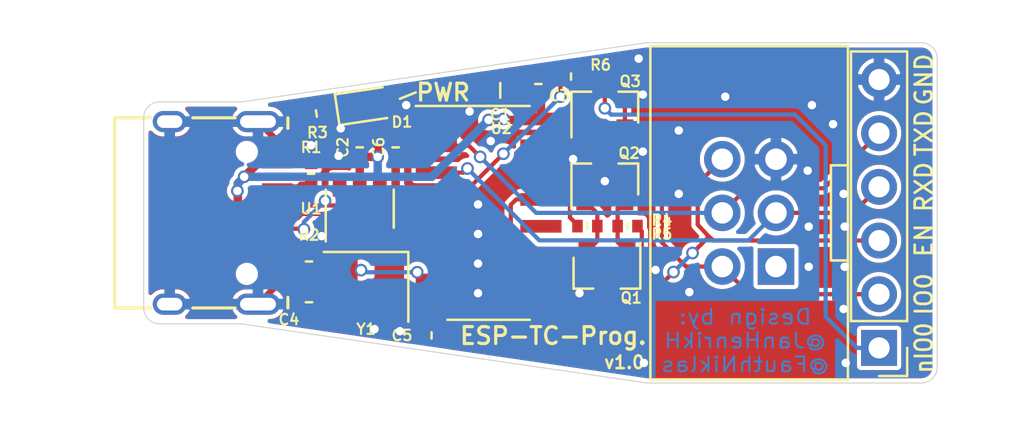
<source format=kicad_pcb>
(kicad_pcb (version 20171130) (host pcbnew 5.1.5-52549c5~84~ubuntu19.10.1)

  (general
    (thickness 1.6)
    (drawings 34)
    (tracks 241)
    (zones 0)
    (modules 22)
    (nets 30)
  )

  (page A4)
  (layers
    (0 F.Cu signal)
    (31 B.Cu signal)
    (32 B.Adhes user)
    (33 F.Adhes user)
    (34 B.Paste user)
    (35 F.Paste user)
    (36 B.SilkS user)
    (37 F.SilkS user)
    (38 B.Mask user)
    (39 F.Mask user)
    (40 Dwgs.User user)
    (41 Cmts.User user)
    (42 Eco1.User user)
    (43 Eco2.User user)
    (44 Edge.Cuts user)
    (45 Margin user)
    (46 B.CrtYd user)
    (47 F.CrtYd user)
    (48 B.Fab user hide)
    (49 F.Fab user hide)
  )

  (setup
    (last_trace_width 0.2)
    (user_trace_width 0.2)
    (user_trace_width 0.3)
    (user_trace_width 0.4)
    (trace_clearance 0.2)
    (zone_clearance 0.2)
    (zone_45_only no)
    (trace_min 0.2)
    (via_size 0.6)
    (via_drill 0.4)
    (via_min_size 0.4)
    (via_min_drill 0.3)
    (uvia_size 0.3)
    (uvia_drill 0.1)
    (uvias_allowed no)
    (uvia_min_size 0.2)
    (uvia_min_drill 0.1)
    (edge_width 0.05)
    (segment_width 0.2)
    (pcb_text_width 0.3)
    (pcb_text_size 1.5 1.5)
    (mod_edge_width 0.12)
    (mod_text_size 1 1)
    (mod_text_width 0.15)
    (pad_size 1.524 1.524)
    (pad_drill 0.762)
    (pad_to_mask_clearance 0)
    (aux_axis_origin 0 0)
    (visible_elements FFFFFF7F)
    (pcbplotparams
      (layerselection 0x010fc_ffffffff)
      (usegerberextensions true)
      (usegerberattributes false)
      (usegerberadvancedattributes false)
      (creategerberjobfile false)
      (excludeedgelayer true)
      (linewidth 0.100000)
      (plotframeref false)
      (viasonmask false)
      (mode 1)
      (useauxorigin false)
      (hpglpennumber 1)
      (hpglpenspeed 20)
      (hpglpendiameter 15.000000)
      (psnegative false)
      (psa4output false)
      (plotreference true)
      (plotvalue true)
      (plotinvisibletext false)
      (padsonsilk false)
      (subtractmaskfromsilk false)
      (outputformat 1)
      (mirror false)
      (drillshape 0)
      (scaleselection 1)
      (outputdirectory "gerber/"))
  )

  (net 0 "")
  (net 1 GND)
  (net 2 VBUS)
  (net 3 "Net-(C4-Pad2)")
  (net 4 "Net-(C5-Pad1)")
  (net 5 V3)
  (net 6 "Net-(D1-Pad1)")
  (net 7 "Net-(J1-PadB5)")
  (net 8 "Net-(J1-PadA8)")
  (net 9 D+)
  (net 10 D-)
  (net 11 "Net-(J1-PadA5)")
  (net 12 "Net-(J1-PadB8)")
  (net 13 EN)
  (net 14 TXD)
  (net 15 RXD)
  (net 16 IO0)
  (net 17 "Net-(J2-Pad1)")
  (net 18 nIO0)
  (net 19 "Net-(Q1-Pad2)")
  (net 20 "Net-(Q1-Pad1)")
  (net 21 "Net-(R4-Pad2)")
  (net 22 "Net-(R5-Pad2)")
  (net 23 "Net-(U1-Pad3)")
  (net 24 "Net-(U2-Pad15)")
  (net 25 "Net-(U2-Pad12)")
  (net 26 "Net-(U2-Pad11)")
  (net 27 "Net-(U2-Pad10)")
  (net 28 "Net-(U2-Pad9)")
  (net 29 "Net-(U1-Pad4)")

  (net_class Default "This is the default net class."
    (clearance 0.2)
    (trace_width 0.2)
    (via_dia 0.6)
    (via_drill 0.4)
    (uvia_dia 0.3)
    (uvia_drill 0.1)
    (diff_pair_width 0.2)
    (diff_pair_gap 0.2)
    (add_net D+)
    (add_net D-)
    (add_net EN)
    (add_net GND)
    (add_net IO0)
    (add_net "Net-(C4-Pad2)")
    (add_net "Net-(C5-Pad1)")
    (add_net "Net-(D1-Pad1)")
    (add_net "Net-(J1-PadA5)")
    (add_net "Net-(J1-PadA8)")
    (add_net "Net-(J1-PadB5)")
    (add_net "Net-(J1-PadB8)")
    (add_net "Net-(J2-Pad1)")
    (add_net "Net-(Q1-Pad1)")
    (add_net "Net-(Q1-Pad2)")
    (add_net "Net-(R4-Pad2)")
    (add_net "Net-(R5-Pad2)")
    (add_net "Net-(U1-Pad3)")
    (add_net "Net-(U1-Pad4)")
    (add_net "Net-(U2-Pad10)")
    (add_net "Net-(U2-Pad11)")
    (add_net "Net-(U2-Pad12)")
    (add_net "Net-(U2-Pad15)")
    (add_net "Net-(U2-Pad9)")
    (add_net RXD)
    (add_net TXD)
    (add_net V3)
    (add_net VBUS)
    (add_net nIO0)
  )

  (module Package_TO_SOT_SMD:SOT-23 (layer F.Cu) (tedit 5A02FF57) (tstamp 5E6DDB00)
    (at 122.5 95.025 90)
    (descr "SOT-23, Standard")
    (tags SOT-23)
    (path /5E916262)
    (attr smd)
    (fp_text reference Q3 (at 1.25 1.2 180) (layer F.SilkS)
      (effects (font (size 0.5 0.5) (thickness 0.1)))
    )
    (fp_text value AO3401A (at 0 2.5 90) (layer F.Fab)
      (effects (font (size 1 1) (thickness 0.15)))
    )
    (fp_line (start 0.76 1.58) (end -0.7 1.58) (layer F.SilkS) (width 0.12))
    (fp_line (start 0.76 -1.58) (end -1.4 -1.58) (layer F.SilkS) (width 0.12))
    (fp_line (start -1.7 1.75) (end -1.7 -1.75) (layer F.CrtYd) (width 0.05))
    (fp_line (start 1.7 1.75) (end -1.7 1.75) (layer F.CrtYd) (width 0.05))
    (fp_line (start 1.7 -1.75) (end 1.7 1.75) (layer F.CrtYd) (width 0.05))
    (fp_line (start -1.7 -1.75) (end 1.7 -1.75) (layer F.CrtYd) (width 0.05))
    (fp_line (start 0.76 -1.58) (end 0.76 -0.65) (layer F.SilkS) (width 0.12))
    (fp_line (start 0.76 1.58) (end 0.76 0.65) (layer F.SilkS) (width 0.12))
    (fp_line (start -0.7 1.52) (end 0.7 1.52) (layer F.Fab) (width 0.1))
    (fp_line (start 0.7 -1.52) (end 0.7 1.52) (layer F.Fab) (width 0.1))
    (fp_line (start -0.7 -0.95) (end -0.15 -1.52) (layer F.Fab) (width 0.1))
    (fp_line (start -0.15 -1.52) (end 0.7 -1.52) (layer F.Fab) (width 0.1))
    (fp_line (start -0.7 -0.95) (end -0.7 1.5) (layer F.Fab) (width 0.1))
    (fp_text user %R (at 0 0) (layer F.Fab)
      (effects (font (size 0.5 0.5) (thickness 0.075)))
    )
    (pad 3 smd rect (at 1 0 90) (size 0.9 0.8) (layers F.Cu F.Paste F.Mask)
      (net 18 nIO0))
    (pad 2 smd rect (at -1 0.95 90) (size 0.9 0.8) (layers F.Cu F.Paste F.Mask)
      (net 5 V3))
    (pad 1 smd rect (at -1 -0.95 90) (size 0.9 0.8) (layers F.Cu F.Paste F.Mask)
      (net 16 IO0))
    (model ${KISYS3DMOD}/Package_TO_SOT_SMD.3dshapes/SOT-23.wrl
      (at (xyz 0 0 0))
      (scale (xyz 1 1 1))
      (rotate (xyz 0 0 0))
    )
  )

  (module otter:IDC-Header_2x03_P2.54mm_Vertical_center (layer F.Cu) (tedit 5E6D3623) (tstamp 5E6D8502)
    (at 129.3 100 180)
    (descr "Through hole straight IDC box header, 2x03, 2.54mm pitch, double rows")
    (tags "Through hole IDC box header THT 2x03 2.54mm double row")
    (path /5E82BB67)
    (fp_text reference J2 (at -0.03 -9.144 180) (layer F.SilkS) hide
      (effects (font (size 0.5 0.5) (thickness 0.1)))
    )
    (fp_text value TC (at -0.03 9.144 180) (layer F.Fab)
      (effects (font (size 1 1) (thickness 0.15)))
    )
    (fp_line (start -4.705 -7.89) (end 4.645 -7.89) (layer F.SilkS) (width 0.12))
    (fp_line (start -4.705 7.89) (end -4.705 -7.89) (layer F.SilkS) (width 0.12))
    (fp_line (start 4.645 7.89) (end -4.705 7.89) (layer F.SilkS) (width 0.12))
    (fp_line (start 4.645 -7.89) (end 4.645 7.89) (layer F.SilkS) (width 0.12))
    (fp_line (start -4.71 -7.89) (end 4.65 -7.89) (layer F.CrtYd) (width 0.05))
    (fp_line (start -4.71 7.89) (end -4.71 -7.89) (layer F.CrtYd) (width 0.05))
    (fp_line (start 4.65 7.89) (end -4.71 7.89) (layer F.CrtYd) (width 0.05))
    (fp_line (start 4.65 -7.89) (end 4.65 7.89) (layer F.CrtYd) (width 0.05))
    (fp_line (start -4.455 7.64) (end -3.905 7.08) (layer F.Fab) (width 0.1))
    (fp_line (start -4.455 -7.64) (end -3.905 -7.1) (layer F.Fab) (width 0.1))
    (fp_line (start 4.395 7.64) (end 3.845 7.08) (layer F.Fab) (width 0.1))
    (fp_line (start 4.395 -7.64) (end 3.845 -7.1) (layer F.Fab) (width 0.1))
    (fp_line (start 3.845 7.08) (end -3.905 7.08) (layer F.Fab) (width 0.1))
    (fp_line (start 4.395 7.64) (end -4.455 7.64) (layer F.Fab) (width 0.1))
    (fp_line (start 3.845 -7.1) (end -3.905 -7.1) (layer F.Fab) (width 0.1))
    (fp_line (start 4.395 -7.64) (end -4.455 -7.64) (layer F.Fab) (width 0.1))
    (fp_line (start -3.905 2.25) (end -4.455 2.25) (layer F.Fab) (width 0.1))
    (fp_line (start -3.905 -2.25) (end -4.455 -2.25) (layer F.Fab) (width 0.1))
    (fp_line (start -3.905 2.25) (end -3.905 7.08) (layer F.Fab) (width 0.1))
    (fp_line (start -3.905 -7.1) (end -3.905 -2.25) (layer F.Fab) (width 0.1))
    (fp_line (start -4.455 -7.64) (end -4.455 7.64) (layer F.Fab) (width 0.1))
    (fp_line (start 3.845 -7.1) (end 3.845 7.08) (layer F.Fab) (width 0.1))
    (fp_line (start 4.395 -7.64) (end 4.395 7.64) (layer F.Fab) (width 0.1))
    (fp_text user %R (at -0.03 0 180) (layer F.Fab)
      (effects (font (size 0.5 0.5) (thickness 0.1)))
    )
    (fp_line (start -4.7 -2.25) (end -3.9 -2.25) (layer F.SilkS) (width 0.12))
    (fp_line (start -3.9 -2.25) (end -3.9 2.25) (layer F.SilkS) (width 0.12))
    (fp_line (start -3.9 2.25) (end -4.7 2.25) (layer F.SilkS) (width 0.12))
    (pad 6 thru_hole oval (at 1.24 2.54 180) (size 1.7272 1.7272) (drill 1.016) (layers *.Cu *.Mask)
      (net 13 EN))
    (pad 5 thru_hole oval (at -1.3 2.54 180) (size 1.7272 1.7272) (drill 1.016) (layers *.Cu *.Mask)
      (net 1 GND))
    (pad 4 thru_hole oval (at 1.24 0 180) (size 1.7272 1.7272) (drill 1.016) (layers *.Cu *.Mask)
      (net 14 TXD))
    (pad 3 thru_hole oval (at -1.3 0 180) (size 1.7272 1.7272) (drill 1.016) (layers *.Cu *.Mask)
      (net 15 RXD))
    (pad 2 thru_hole oval (at 1.24 -2.54 180) (size 1.7272 1.7272) (drill 1.016) (layers *.Cu *.Mask)
      (net 16 IO0))
    (pad 1 thru_hole rect (at -1.3 -2.54 180) (size 1.7272 1.7272) (drill 1.016) (layers *.Cu *.Mask)
      (net 17 "Net-(J2-Pad1)"))
    (model ${KISYS3DMOD}/Connector_IDC.3dshapes/IDC-Header_2x03_P2.54mm_Vertical.wrl
      (offset (xyz -1.25 2.5 0))
      (scale (xyz 1 1 1))
      (rotate (xyz 0 0 0))
    )
  )

  (module otter:PinHeader_1x06_P2.54mm_Vertical_center locked (layer F.Cu) (tedit 5E6D3030) (tstamp 5E6DAAE8)
    (at 135.45 100 180)
    (descr "Through hole straight pin header, 1x06, 2.54mm pitch, single row")
    (tags "Through hole pin header THT 1x06 2.54mm single row")
    (path /5E7D8A56)
    (fp_text reference J3 (at -0.03 -8.72) (layer F.SilkS) hide
      (effects (font (size 0.5 0.5) (thickness 0.1)))
    )
    (fp_text value PINH (at -0.03 8.64) (layer F.Fab)
      (effects (font (size 1 1) (thickness 0.15)))
    )
    (fp_text user %R (at -0.03 -0.04 90) (layer F.Fab)
      (effects (font (size 0.5 0.5) (thickness 0.1)))
    )
    (fp_line (start 1.77 -8.19) (end -1.83 -8.19) (layer F.CrtYd) (width 0.05))
    (fp_line (start 1.77 8.11) (end 1.77 -8.19) (layer F.CrtYd) (width 0.05))
    (fp_line (start -1.83 8.11) (end 1.77 8.11) (layer F.CrtYd) (width 0.05))
    (fp_line (start -1.83 -8.19) (end -1.83 8.11) (layer F.CrtYd) (width 0.05))
    (fp_line (start -1.36 -7.72) (end -0.03 -7.72) (layer F.SilkS) (width 0.12))
    (fp_line (start -1.36 -6.39) (end -1.36 -7.72) (layer F.SilkS) (width 0.12))
    (fp_line (start -1.36 -5.12) (end 1.3 -5.12) (layer F.SilkS) (width 0.12))
    (fp_line (start 1.3 -5.12) (end 1.3 7.64) (layer F.SilkS) (width 0.12))
    (fp_line (start -1.36 -5.12) (end -1.36 7.64) (layer F.SilkS) (width 0.12))
    (fp_line (start -1.36 7.64) (end 1.3 7.64) (layer F.SilkS) (width 0.12))
    (fp_line (start -1.3 -7.025) (end -0.665 -7.66) (layer F.Fab) (width 0.1))
    (fp_line (start -1.3 7.58) (end -1.3 -7.025) (layer F.Fab) (width 0.1))
    (fp_line (start 1.24 7.58) (end -1.3 7.58) (layer F.Fab) (width 0.1))
    (fp_line (start 1.24 -7.66) (end 1.24 7.58) (layer F.Fab) (width 0.1))
    (fp_line (start -0.665 -7.66) (end 1.24 -7.66) (layer F.Fab) (width 0.1))
    (pad 6 thru_hole oval (at -0.03 6.31 180) (size 1.7 1.7) (drill 1) (layers *.Cu *.Mask)
      (net 1 GND))
    (pad 5 thru_hole oval (at -0.03 3.77 180) (size 1.7 1.7) (drill 1) (layers *.Cu *.Mask)
      (net 14 TXD))
    (pad 4 thru_hole oval (at -0.03 1.23 180) (size 1.7 1.7) (drill 1) (layers *.Cu *.Mask)
      (net 15 RXD))
    (pad 3 thru_hole oval (at -0.03 -1.31 180) (size 1.7 1.7) (drill 1) (layers *.Cu *.Mask)
      (net 13 EN))
    (pad 2 thru_hole oval (at -0.03 -3.85 180) (size 1.7 1.7) (drill 1) (layers *.Cu *.Mask)
      (net 16 IO0))
    (pad 1 thru_hole rect (at -0.03 -6.39 180) (size 1.7 1.7) (drill 1) (layers *.Cu *.Mask)
      (net 18 nIO0))
    (model ${KISYS3DMOD}/Connector_PinHeader_2.54mm.3dshapes/PinHeader_1x06_P2.54mm_Vertical.wrl
      (offset (xyz 0 6.4 0))
      (scale (xyz 1 1 1))
      (rotate (xyz 0 0 0))
    )
  )

  (module Crystal:Crystal_SMD_3225-4Pin_3.2x2.5mm (layer F.Cu) (tedit 5A0FD1B2) (tstamp 5E6DC0A1)
    (at 111.2 103.5 180)
    (descr "SMD Crystal SERIES SMD3225/4 http://www.txccrystal.com/images/pdf/7m-accuracy.pdf, 3.2x2.5mm^2 package")
    (tags "SMD SMT crystal")
    (path /5E87D1F2)
    (attr smd)
    (fp_text reference Y1 (at 0 -2) (layer F.SilkS)
      (effects (font (size 0.5 0.5) (thickness 0.1)))
    )
    (fp_text value 12Mhz (at 0 2.45) (layer F.Fab)
      (effects (font (size 1 1) (thickness 0.15)))
    )
    (fp_line (start 2.1 -1.7) (end -2.1 -1.7) (layer F.CrtYd) (width 0.05))
    (fp_line (start 2.1 1.7) (end 2.1 -1.7) (layer F.CrtYd) (width 0.05))
    (fp_line (start -2.1 1.7) (end 2.1 1.7) (layer F.CrtYd) (width 0.05))
    (fp_line (start -2.1 -1.7) (end -2.1 1.7) (layer F.CrtYd) (width 0.05))
    (fp_line (start -2 1.65) (end 2 1.65) (layer F.SilkS) (width 0.12))
    (fp_line (start -2 -1.65) (end -2 1.65) (layer F.SilkS) (width 0.12))
    (fp_line (start -1.6 0.25) (end -0.6 1.25) (layer F.Fab) (width 0.1))
    (fp_line (start 1.6 -1.25) (end -1.6 -1.25) (layer F.Fab) (width 0.1))
    (fp_line (start 1.6 1.25) (end 1.6 -1.25) (layer F.Fab) (width 0.1))
    (fp_line (start -1.6 1.25) (end 1.6 1.25) (layer F.Fab) (width 0.1))
    (fp_line (start -1.6 -1.25) (end -1.6 1.25) (layer F.Fab) (width 0.1))
    (fp_text user %R (at 0 0) (layer F.Fab)
      (effects (font (size 0.5 0.5) (thickness 0.1)))
    )
    (pad 4 smd rect (at -1.1 -0.85 180) (size 1.4 1.2) (layers F.Cu F.Paste F.Mask)
      (net 4 "Net-(C5-Pad1)"))
    (pad 3 smd rect (at 1.1 -0.85 180) (size 1.4 1.2) (layers F.Cu F.Paste F.Mask)
      (net 1 GND))
    (pad 2 smd rect (at 1.1 0.85 180) (size 1.4 1.2) (layers F.Cu F.Paste F.Mask)
      (net 3 "Net-(C4-Pad2)"))
    (pad 1 smd rect (at -1.1 0.85 180) (size 1.4 1.2) (layers F.Cu F.Paste F.Mask)
      (net 1 GND))
    (model ${KISYS3DMOD}/Crystal.3dshapes/Crystal_SMD_3225-4Pin_3.2x2.5mm.wrl
      (at (xyz 0 0 0))
      (scale (xyz 1 1 1))
      (rotate (xyz 0 0 0))
    )
  )

  (module otter:SOIC-16_3.9x9.9mm_P1.27mm (layer F.Cu) (tedit 5E581410) (tstamp 5E6D85BD)
    (at 117 100)
    (descr "SOIC, 16 Pin (JEDEC MS-012AC, https://www.analog.com/media/en/package-pcb-resources/package/pkg_pdf/soic_narrow-r/r_16.pdf), generated with kicad-footprint-generator ipc_gullwing_generator.py")
    (tags "SOIC SO")
    (path /5E795164)
    (attr smd)
    (fp_text reference U2 (at 0.6 -4) (layer F.SilkS)
      (effects (font (size 0.5 0.5) (thickness 0.1)))
    )
    (fp_text value CH340G (at 0 5.9) (layer F.Fab) hide
      (effects (font (size 1 1) (thickness 0.15)))
    )
    (fp_text user %R (at 0 0) (layer F.Fab)
      (effects (font (size 0.5 0.5) (thickness 0.1)))
    )
    (fp_line (start 3.7 -5.2) (end -3.7 -5.2) (layer F.CrtYd) (width 0.05))
    (fp_line (start 3.7 5.2) (end 3.7 -5.2) (layer F.CrtYd) (width 0.05))
    (fp_line (start -3.7 5.2) (end 3.7 5.2) (layer F.CrtYd) (width 0.05))
    (fp_line (start -3.7 -5.2) (end -3.7 5.2) (layer F.CrtYd) (width 0.05))
    (fp_line (start -1.95 -3.975) (end -0.975 -4.95) (layer F.Fab) (width 0.1))
    (fp_line (start -1.95 4.95) (end -1.95 -3.975) (layer F.Fab) (width 0.1))
    (fp_line (start 1.95 4.95) (end -1.95 4.95) (layer F.Fab) (width 0.1))
    (fp_line (start 1.95 -4.95) (end 1.95 4.95) (layer F.Fab) (width 0.1))
    (fp_line (start -0.975 -4.95) (end 1.95 -4.95) (layer F.Fab) (width 0.1))
    (fp_line (start 0 -5.06) (end -3.45 -5.06) (layer F.SilkS) (width 0.12))
    (fp_line (start 0 -5.06) (end 1.95 -5.06) (layer F.SilkS) (width 0.12))
    (fp_line (start 0 5.06) (end -1.95 5.06) (layer F.SilkS) (width 0.12))
    (fp_line (start 0 5.06) (end 1.95 5.06) (layer F.SilkS) (width 0.12))
    (pad 16 smd rect (at 2.475 -4.445) (size 1.95 0.6) (layers F.Cu F.Paste F.Mask)
      (net 2 VBUS))
    (pad 15 smd rect (at 2.475 -3.175) (size 1.95 0.6) (layers F.Cu F.Paste F.Mask)
      (net 24 "Net-(U2-Pad15)"))
    (pad 14 smd rect (at 2.475 -1.905) (size 1.95 0.6) (layers F.Cu F.Paste F.Mask)
      (net 22 "Net-(R5-Pad2)"))
    (pad 13 smd rect (at 2.475 -0.635) (size 1.95 0.6) (layers F.Cu F.Paste F.Mask)
      (net 21 "Net-(R4-Pad2)"))
    (pad 12 smd rect (at 2.475 0.635) (size 1.95 0.6) (layers F.Cu F.Paste F.Mask)
      (net 25 "Net-(U2-Pad12)"))
    (pad 11 smd rect (at 2.475 1.905) (size 1.95 0.6) (layers F.Cu F.Paste F.Mask)
      (net 26 "Net-(U2-Pad11)"))
    (pad 10 smd rect (at 2.475 3.175) (size 1.95 0.6) (layers F.Cu F.Paste F.Mask)
      (net 27 "Net-(U2-Pad10)"))
    (pad 9 smd rect (at 2.475 4.445) (size 1.95 0.6) (layers F.Cu F.Paste F.Mask)
      (net 28 "Net-(U2-Pad9)"))
    (pad 8 smd rect (at -2.475 4.445) (size 1.95 0.6) (layers F.Cu F.Paste F.Mask)
      (net 4 "Net-(C5-Pad1)"))
    (pad 7 smd rect (at -2.475 3.175) (size 1.95 0.6) (layers F.Cu F.Paste F.Mask)
      (net 3 "Net-(C4-Pad2)"))
    (pad 6 smd rect (at -2.475 1.905) (size 1.95 0.6) (layers F.Cu F.Paste F.Mask)
      (net 10 D-))
    (pad 5 smd rect (at -2.475 0.635) (size 1.95 0.6) (layers F.Cu F.Paste F.Mask)
      (net 9 D+))
    (pad 4 smd rect (at -2.475 -0.635) (size 1.95 0.6) (layers F.Cu F.Paste F.Mask)
      (net 5 V3))
    (pad 3 smd rect (at -2.475 -1.905) (size 1.95 0.6) (layers F.Cu F.Paste F.Mask)
      (net 15 RXD))
    (pad 2 smd rect (at -2.475 -3.175) (size 1.95 0.6) (layers F.Cu F.Paste F.Mask)
      (net 14 TXD))
    (pad 1 smd rect (at -2.475 -4.445) (size 1.95 0.6) (layers F.Cu F.Paste F.Mask)
      (net 1 GND))
    (model ${KISYS3DMOD}/Package_SO.3dshapes/SOIC-16_3.9x9.9mm_P1.27mm.wrl
      (at (xyz 0 0 0))
      (scale (xyz 1 1 1))
      (rotate (xyz 0 0 0))
    )
  )

  (module Package_TO_SOT_SMD:SOT-23-6 (layer F.Cu) (tedit 5A02FF57) (tstamp 5E6D859B)
    (at 110.9 99.8 90)
    (descr "6-pin SOT-23 package")
    (tags SOT-23-6)
    (path /5E7CB1F0)
    (attr smd)
    (fp_text reference U1 (at 0 -2.3 180) (layer F.SilkS)
      (effects (font (size 0.5 0.5) (thickness 0.1)))
    )
    (fp_text value USBLC6-4 (at 0 2.9 90) (layer F.Fab)
      (effects (font (size 1 1) (thickness 0.15)))
    )
    (fp_line (start 0.9 -1.55) (end 0.9 1.55) (layer F.Fab) (width 0.1))
    (fp_line (start 0.9 1.55) (end -0.9 1.55) (layer F.Fab) (width 0.1))
    (fp_line (start -0.9 -0.9) (end -0.9 1.55) (layer F.Fab) (width 0.1))
    (fp_line (start 0.9 -1.55) (end -0.25 -1.55) (layer F.Fab) (width 0.1))
    (fp_line (start -0.9 -0.9) (end -0.25 -1.55) (layer F.Fab) (width 0.1))
    (fp_line (start -1.9 -1.8) (end -1.9 1.8) (layer F.CrtYd) (width 0.05))
    (fp_line (start -1.9 1.8) (end 1.9 1.8) (layer F.CrtYd) (width 0.05))
    (fp_line (start 1.9 1.8) (end 1.9 -1.8) (layer F.CrtYd) (width 0.05))
    (fp_line (start 1.9 -1.8) (end -1.9 -1.8) (layer F.CrtYd) (width 0.05))
    (fp_line (start 0.9 -1.61) (end -1.55 -1.61) (layer F.SilkS) (width 0.12))
    (fp_line (start -0.9 1.61) (end 0.9 1.61) (layer F.SilkS) (width 0.12))
    (fp_text user %R (at 0 0) (layer F.Fab)
      (effects (font (size 0.5 0.5) (thickness 0.1)))
    )
    (pad 5 smd rect (at 1.1 0 90) (size 1.06 0.65) (layers F.Cu F.Paste F.Mask)
      (net 2 VBUS))
    (pad 6 smd rect (at 1.1 -0.95 90) (size 1.06 0.65) (layers F.Cu F.Paste F.Mask)
      (net 9 D+))
    (pad 4 smd rect (at 1.1 0.95 90) (size 1.06 0.65) (layers F.Cu F.Paste F.Mask)
      (net 29 "Net-(U1-Pad4)"))
    (pad 3 smd rect (at -1.1 0.95 90) (size 1.06 0.65) (layers F.Cu F.Paste F.Mask)
      (net 23 "Net-(U1-Pad3)"))
    (pad 2 smd rect (at -1.1 0 90) (size 1.06 0.65) (layers F.Cu F.Paste F.Mask)
      (net 1 GND))
    (pad 1 smd rect (at -1.1 -0.95 90) (size 1.06 0.65) (layers F.Cu F.Paste F.Mask)
      (net 10 D-))
    (model ${KISYS3DMOD}/Package_TO_SOT_SMD.3dshapes/SOT-23-6.wrl
      (at (xyz 0 0 0))
      (scale (xyz 1 1 1))
      (rotate (xyz 0 0 0))
    )
  )

  (module otter:R_0402 (layer F.Cu) (tedit 5E580E9C) (tstamp 5E6D8585)
    (at 120.9 93.55)
    (descr "Resistor 0402")
    (tags "R Resistor 0805")
    (path /5E7F658F)
    (attr smd)
    (fp_text reference R6 (at 1.4 -0.55) (layer F.SilkS)
      (effects (font (size 0.5 0.5) (thickness 0.1)))
    )
    (fp_text value 100k (at 0 -1.325) (layer F.Fab) hide
      (effects (font (size 1 1) (thickness 0.15)))
    )
    (fp_line (start 0 0.15) (end 0 -0.15) (layer F.SilkS) (width 0.12))
    (pad 2 smd rect (at 0.47 0) (size 0.5 0.6) (layers F.Cu F.Paste F.Mask)
      (net 16 IO0))
    (pad 1 smd rect (at -0.47 0) (size 0.5 0.6) (layers F.Cu F.Paste F.Mask)
      (net 5 V3))
    (model ${KISYS3DMOD}/Resistor_SMD.3dshapes/R_0402_1005Metric.step
      (at (xyz 0 0 0))
      (scale (xyz 1 1 1))
      (rotate (xyz 0 0 0))
    )
  )

  (module otter:R_0402 (layer F.Cu) (tedit 5E580E9C) (tstamp 5E6D857E)
    (at 121.675 100.625 180)
    (descr "Resistor 0402")
    (tags "R Resistor 0805")
    (path /5E79FE39)
    (attr smd)
    (fp_text reference R5 (at -3.525 -0.375) (layer F.SilkS)
      (effects (font (size 0.5 0.5) (thickness 0.1)))
    )
    (fp_text value 5k1 (at 0 -1.325) (layer F.Fab) hide
      (effects (font (size 1 1) (thickness 0.15)))
    )
    (fp_line (start 0 0.15) (end 0 -0.15) (layer F.SilkS) (width 0.12))
    (pad 2 smd rect (at 0.47 0 180) (size 0.5 0.6) (layers F.Cu F.Paste F.Mask)
      (net 22 "Net-(R5-Pad2)"))
    (pad 1 smd rect (at -0.47 0 180) (size 0.5 0.6) (layers F.Cu F.Paste F.Mask)
      (net 19 "Net-(Q1-Pad2)"))
    (model ${KISYS3DMOD}/Resistor_SMD.3dshapes/R_0402_1005Metric.step
      (at (xyz 0 0 0))
      (scale (xyz 1 1 1))
      (rotate (xyz 0 0 0))
    )
  )

  (module otter:R_0402 (layer F.Cu) (tedit 5E580E9C) (tstamp 5E6D8577)
    (at 123.575 100.625)
    (descr "Resistor 0402")
    (tags "R Resistor 0805")
    (path /5E79FA63)
    (attr smd)
    (fp_text reference R4 (at 1.625 -0.275) (layer F.SilkS)
      (effects (font (size 0.5 0.5) (thickness 0.1)))
    )
    (fp_text value 5k1 (at 0 -1.325) (layer F.Fab) hide
      (effects (font (size 1 1) (thickness 0.15)))
    )
    (fp_line (start 0 0.15) (end 0 -0.15) (layer F.SilkS) (width 0.12))
    (pad 2 smd rect (at 0.47 0) (size 0.5 0.6) (layers F.Cu F.Paste F.Mask)
      (net 21 "Net-(R4-Pad2)"))
    (pad 1 smd rect (at -0.47 0) (size 0.5 0.6) (layers F.Cu F.Paste F.Mask)
      (net 20 "Net-(Q1-Pad1)"))
    (model ${KISYS3DMOD}/Resistor_SMD.3dshapes/R_0402_1005Metric.step
      (at (xyz 0 0 0))
      (scale (xyz 1 1 1))
      (rotate (xyz 0 0 0))
    )
  )

  (module otter:R_0402 (layer F.Cu) (tedit 5E580E9C) (tstamp 5E6D8570)
    (at 108.85 95.3 188.5)
    (descr "Resistor 0402")
    (tags "R Resistor 0805")
    (path /5E867FBF)
    (attr smd)
    (fp_text reference R3 (at 0.083578 -0.897505 181) (layer F.SilkS)
      (effects (font (size 0.5 0.5) (thickness 0.1)))
    )
    (fp_text value 5k1 (at 0 -1.325 8.5) (layer F.Fab) hide
      (effects (font (size 1 1) (thickness 0.15)))
    )
    (fp_line (start 0 0.15) (end 0 -0.15) (layer F.SilkS) (width 0.12))
    (pad 2 smd rect (at 0.47 0 188.5) (size 0.5 0.6) (layers F.Cu F.Paste F.Mask)
      (net 1 GND))
    (pad 1 smd rect (at -0.47 0 188.5) (size 0.5 0.6) (layers F.Cu F.Paste F.Mask)
      (net 6 "Net-(D1-Pad1)"))
    (model ${KISYS3DMOD}/Resistor_SMD.3dshapes/R_0402_1005Metric.step
      (at (xyz 0 0 0))
      (scale (xyz 1 1 1))
      (rotate (xyz 0 0 0))
    )
  )

  (module otter:R_0402 (layer F.Cu) (tedit 5E580E9C) (tstamp 5E6DC38F)
    (at 108.5 102.3 90)
    (descr "Resistor 0402")
    (tags "R Resistor 0805")
    (path /5E792F20)
    (attr smd)
    (fp_text reference R2 (at 1.25 0 180) (layer F.SilkS)
      (effects (font (size 0.5 0.5) (thickness 0.1)))
    )
    (fp_text value 5k1 (at 0 -1.325 90) (layer F.Fab) hide
      (effects (font (size 1 1) (thickness 0.15)))
    )
    (fp_line (start 0 0.15) (end 0 -0.15) (layer F.SilkS) (width 0.12))
    (pad 2 smd rect (at 0.47 0 90) (size 0.5 0.6) (layers F.Cu F.Paste F.Mask)
      (net 7 "Net-(J1-PadB5)"))
    (pad 1 smd rect (at -0.47 0 90) (size 0.5 0.6) (layers F.Cu F.Paste F.Mask)
      (net 1 GND))
    (model ${KISYS3DMOD}/Resistor_SMD.3dshapes/R_0402_1005Metric.step
      (at (xyz 0 0 0))
      (scale (xyz 1 1 1))
      (rotate (xyz 0 0 0))
    )
  )

  (module otter:R_0402 (layer F.Cu) (tedit 5E580E9C) (tstamp 5E6DE00F)
    (at 108.6 98.15 270)
    (descr "Resistor 0402")
    (tags "R Resistor 0805")
    (path /5E7927B4)
    (attr smd)
    (fp_text reference R1 (at -1.25 0 180) (layer F.SilkS)
      (effects (font (size 0.5 0.5) (thickness 0.1)))
    )
    (fp_text value 5k1 (at 0 -1.325 90) (layer F.Fab) hide
      (effects (font (size 1 1) (thickness 0.15)))
    )
    (fp_line (start 0 0.15) (end 0 -0.15) (layer F.SilkS) (width 0.12))
    (pad 2 smd rect (at 0.47 0 270) (size 0.5 0.6) (layers F.Cu F.Paste F.Mask)
      (net 11 "Net-(J1-PadA5)"))
    (pad 1 smd rect (at -0.47 0 270) (size 0.5 0.6) (layers F.Cu F.Paste F.Mask)
      (net 1 GND))
    (model ${KISYS3DMOD}/Resistor_SMD.3dshapes/R_0402_1005Metric.step
      (at (xyz 0 0 0))
      (scale (xyz 1 1 1))
      (rotate (xyz 0 0 0))
    )
  )

  (module Package_TO_SOT_SMD:SOT-23 (layer F.Cu) (tedit 5A02FF57) (tstamp 5E6D8546)
    (at 122.5 98.425 90)
    (descr "SOT-23, Standard")
    (tags SOT-23)
    (path /5E845482)
    (attr smd)
    (fp_text reference Q2 (at 1.25 1.15 180) (layer F.SilkS)
      (effects (font (size 0.5 0.5) (thickness 0.1)))
    )
    (fp_text value AO3400A (at 0 2.5 90) (layer F.Fab)
      (effects (font (size 1 1) (thickness 0.15)))
    )
    (fp_line (start 0.76 1.58) (end -0.7 1.58) (layer F.SilkS) (width 0.12))
    (fp_line (start 0.76 -1.58) (end -1.4 -1.58) (layer F.SilkS) (width 0.12))
    (fp_line (start -1.7 1.75) (end -1.7 -1.75) (layer F.CrtYd) (width 0.05))
    (fp_line (start 1.7 1.75) (end -1.7 1.75) (layer F.CrtYd) (width 0.05))
    (fp_line (start 1.7 -1.75) (end 1.7 1.75) (layer F.CrtYd) (width 0.05))
    (fp_line (start -1.7 -1.75) (end 1.7 -1.75) (layer F.CrtYd) (width 0.05))
    (fp_line (start 0.76 -1.58) (end 0.76 -0.65) (layer F.SilkS) (width 0.12))
    (fp_line (start 0.76 1.58) (end 0.76 0.65) (layer F.SilkS) (width 0.12))
    (fp_line (start -0.7 1.52) (end 0.7 1.52) (layer F.Fab) (width 0.1))
    (fp_line (start 0.7 -1.52) (end 0.7 1.52) (layer F.Fab) (width 0.1))
    (fp_line (start -0.7 -0.95) (end -0.15 -1.52) (layer F.Fab) (width 0.1))
    (fp_line (start -0.15 -1.52) (end 0.7 -1.52) (layer F.Fab) (width 0.1))
    (fp_line (start -0.7 -0.95) (end -0.7 1.5) (layer F.Fab) (width 0.1))
    (fp_text user %R (at 0 0) (layer F.Fab)
      (effects (font (size 0.5 0.5) (thickness 0.1)))
    )
    (pad 3 smd rect (at 1 0 90) (size 0.9 0.8) (layers F.Cu F.Paste F.Mask)
      (net 16 IO0))
    (pad 2 smd rect (at -1 0.95 90) (size 0.9 0.8) (layers F.Cu F.Paste F.Mask)
      (net 20 "Net-(Q1-Pad1)"))
    (pad 1 smd rect (at -1 -0.95 90) (size 0.9 0.8) (layers F.Cu F.Paste F.Mask)
      (net 19 "Net-(Q1-Pad2)"))
    (model ${KISYS3DMOD}/Package_TO_SOT_SMD.3dshapes/SOT-23.wrl
      (at (xyz 0 0 0))
      (scale (xyz 1 1 1))
      (rotate (xyz 0 0 0))
    )
  )

  (module Package_TO_SOT_SMD:SOT-23 (layer F.Cu) (tedit 5A02FF57) (tstamp 5E6DC543)
    (at 122.6 102.825 270)
    (descr "SOT-23, Standard")
    (tags SOT-23)
    (path /5E840994)
    (attr smd)
    (fp_text reference Q1 (at 1.2 -1.15 180) (layer F.SilkS)
      (effects (font (size 0.5 0.5) (thickness 0.1)))
    )
    (fp_text value AO3400A (at 0 2.5 90) (layer F.Fab)
      (effects (font (size 1 1) (thickness 0.15)))
    )
    (fp_line (start 0.76 1.58) (end -0.7 1.58) (layer F.SilkS) (width 0.12))
    (fp_line (start 0.76 -1.58) (end -1.4 -1.58) (layer F.SilkS) (width 0.12))
    (fp_line (start -1.7 1.75) (end -1.7 -1.75) (layer F.CrtYd) (width 0.05))
    (fp_line (start 1.7 1.75) (end -1.7 1.75) (layer F.CrtYd) (width 0.05))
    (fp_line (start 1.7 -1.75) (end 1.7 1.75) (layer F.CrtYd) (width 0.05))
    (fp_line (start -1.7 -1.75) (end 1.7 -1.75) (layer F.CrtYd) (width 0.05))
    (fp_line (start 0.76 -1.58) (end 0.76 -0.65) (layer F.SilkS) (width 0.12))
    (fp_line (start 0.76 1.58) (end 0.76 0.65) (layer F.SilkS) (width 0.12))
    (fp_line (start -0.7 1.52) (end 0.7 1.52) (layer F.Fab) (width 0.1))
    (fp_line (start 0.7 -1.52) (end 0.7 1.52) (layer F.Fab) (width 0.1))
    (fp_line (start -0.7 -0.95) (end -0.15 -1.52) (layer F.Fab) (width 0.1))
    (fp_line (start -0.15 -1.52) (end 0.7 -1.52) (layer F.Fab) (width 0.1))
    (fp_line (start -0.7 -0.95) (end -0.7 1.5) (layer F.Fab) (width 0.1))
    (fp_text user %R (at 0 0) (layer F.Fab)
      (effects (font (size 0.5 0.5) (thickness 0.1)))
    )
    (pad 3 smd rect (at 1 0 270) (size 0.9 0.8) (layers F.Cu F.Paste F.Mask)
      (net 13 EN))
    (pad 2 smd rect (at -1 0.95 270) (size 0.9 0.8) (layers F.Cu F.Paste F.Mask)
      (net 19 "Net-(Q1-Pad2)"))
    (pad 1 smd rect (at -1 -0.95 270) (size 0.9 0.8) (layers F.Cu F.Paste F.Mask)
      (net 20 "Net-(Q1-Pad1)"))
    (model ${KISYS3DMOD}/Package_TO_SOT_SMD.3dshapes/SOT-23.wrl
      (at (xyz 0 0 0))
      (scale (xyz 1 1 1))
      (rotate (xyz 0 0 0))
    )
  )

  (module "otter:USB-C 16Pin" (layer F.Cu) (tedit 5DD810B2) (tstamp 5E6D84DE)
    (at 107 100 270)
    (path /5E790C67)
    (fp_text reference J1 (at 0 1.5 90) (layer F.SilkS) hide
      (effects (font (size 0.5 0.5) (thickness 0.1)))
    )
    (fp_text value USB (at 0 8.5 90) (layer F.Fab)
      (effects (font (size 1 1) (thickness 0.15)))
    )
    (fp_line (start 4 -0.5) (end 4.5 -0.5) (layer F.SilkS) (width 0.15))
    (fp_line (start -4.5 -0.5) (end -4 -0.5) (layer F.SilkS) (width 0.15))
    (fp_line (start -4.5 2) (end -4.5 4) (layer F.SilkS) (width 0.15))
    (fp_line (start 4.5 4) (end 4.5 2) (layer F.SilkS) (width 0.15))
    (fp_line (start 4.5 6) (end 4.5 7.695) (layer F.SilkS) (width 0.15))
    (fp_line (start -4.5 7.695) (end -4.5 6) (layer F.SilkS) (width 0.15))
    (fp_line (start 4.5 7.695) (end -4.5 7.695) (layer F.SilkS) (width 0.15))
    (pad A9 smd rect (at -2.4 0 270) (size 0.6 1.45) (layers F.Cu F.Paste F.Mask)
      (net 2 VBUS))
    (pad B9 smd rect (at 2.4 0 270) (size 0.6 1.45) (layers F.Cu F.Paste F.Mask)
      (net 2 VBUS))
    (pad B12 smd rect (at 3.2 0 270) (size 0.6 1.45) (layers F.Cu F.Paste F.Mask)
      (net 1 GND))
    (pad A12 smd rect (at -3.2 0 270) (size 0.6 1.45) (layers F.Cu F.Paste F.Mask)
      (net 1 GND))
    (pad S1 thru_hole oval (at -4.32 0.915 270) (size 1 2.1) (drill oval 0.6 1.7) (layers *.Cu *.Mask)
      (net 1 GND))
    (pad S1 thru_hole oval (at 4.32 0.915 270) (size 1 2.1) (drill oval 0.6 1.7) (layers *.Cu *.Mask)
      (net 1 GND))
    (pad S1 thru_hole oval (at -4.32 5.095 270) (size 1 1.6) (drill oval 0.6 1.2) (layers *.Cu *.Mask)
      (net 1 GND))
    (pad S1 thru_hole oval (at 4.32 5.095 270) (size 1 1.6) (drill oval 0.6 1.2) (layers *.Cu *.Mask)
      (net 1 GND))
    (pad "" np_thru_hole circle (at 2.89 1.445 270) (size 0.65 0.65) (drill 0.65) (layers *.Cu *.Mask))
    (pad "" np_thru_hole circle (at -2.89 1.445 270) (size 0.65 0.65) (drill 0.65) (layers *.Cu *.Mask))
    (pad B1 smd rect (at 3.2 0 270) (size 0.6 1.45) (layers F.Cu F.Paste F.Mask)
      (net 1 GND))
    (pad B4 smd rect (at 2.4 0 270) (size 0.6 1.45) (layers F.Cu F.Paste F.Mask)
      (net 2 VBUS))
    (pad B5 smd rect (at 1.75 0 270) (size 0.3 1.45) (layers F.Cu F.Paste F.Mask)
      (net 7 "Net-(J1-PadB5)"))
    (pad A8 smd rect (at 1.25 0 270) (size 0.3 1.45) (layers F.Cu F.Paste F.Mask)
      (net 8 "Net-(J1-PadA8)"))
    (pad B6 smd rect (at 0.75 0 270) (size 0.3 1.45) (layers F.Cu F.Paste F.Mask)
      (net 9 D+))
    (pad A7 smd rect (at 0.25 0 270) (size 0.3 1.45) (layers F.Cu F.Paste F.Mask)
      (net 10 D-))
    (pad A6 smd rect (at -0.25 0 270) (size 0.3 1.45) (layers F.Cu F.Paste F.Mask)
      (net 9 D+))
    (pad B7 smd rect (at -0.75 0 270) (size 0.3 1.45) (layers F.Cu F.Paste F.Mask)
      (net 10 D-))
    (pad A5 smd rect (at -1.25 0 270) (size 0.3 1.45) (layers F.Cu F.Paste F.Mask)
      (net 11 "Net-(J1-PadA5)"))
    (pad B8 smd rect (at -1.75 0 270) (size 0.3 1.45) (layers F.Cu F.Paste F.Mask)
      (net 12 "Net-(J1-PadB8)"))
    (pad A4 smd rect (at -2.4 0 270) (size 0.6 1.45) (layers F.Cu F.Paste F.Mask)
      (net 2 VBUS))
    (pad A1 smd rect (at -3.2 0 270) (size 0.6 1.45) (layers F.Cu F.Paste F.Mask)
      (net 1 GND))
  )

  (module LED_SMD:LED_0603_1608Metric (layer F.Cu) (tedit 5B301BBE) (tstamp 5E6D84BD)
    (at 111.3 94.9 8.5)
    (descr "LED SMD 0603 (1608 Metric), square (rectangular) end terminal, IPC_7351 nominal, (Body size source: http://www.tortai-tech.com/upload/download/2011102023233369053.pdf), generated with kicad-footprint-generator")
    (tags diode)
    (path /5E85BDE8)
    (attr smd)
    (fp_text reference D1 (at 1.464178 1.027708 1) (layer F.SilkS)
      (effects (font (size 0.5 0.5) (thickness 0.1)))
    )
    (fp_text value PWR (at 0 1.43 8.5) (layer F.Fab)
      (effects (font (size 1 1) (thickness 0.15)))
    )
    (fp_text user %R (at 0 0 8.5) (layer F.Fab)
      (effects (font (size 0.5 0.5) (thickness 0.1)))
    )
    (fp_line (start 1.48 0.73) (end -1.48 0.73) (layer F.CrtYd) (width 0.05))
    (fp_line (start 1.48 -0.73) (end 1.48 0.73) (layer F.CrtYd) (width 0.05))
    (fp_line (start -1.48 -0.73) (end 1.48 -0.73) (layer F.CrtYd) (width 0.05))
    (fp_line (start -1.48 0.73) (end -1.48 -0.73) (layer F.CrtYd) (width 0.05))
    (fp_line (start -1.485 0.735) (end 0.8 0.735) (layer F.SilkS) (width 0.12))
    (fp_line (start -1.485 -0.735) (end -1.485 0.735) (layer F.SilkS) (width 0.12))
    (fp_line (start 0.8 -0.735) (end -1.485 -0.735) (layer F.SilkS) (width 0.12))
    (fp_line (start 0.8 0.4) (end 0.8 -0.4) (layer F.Fab) (width 0.1))
    (fp_line (start -0.8 0.4) (end 0.8 0.4) (layer F.Fab) (width 0.1))
    (fp_line (start -0.8 -0.1) (end -0.8 0.4) (layer F.Fab) (width 0.1))
    (fp_line (start -0.5 -0.4) (end -0.8 -0.1) (layer F.Fab) (width 0.1))
    (fp_line (start 0.8 -0.4) (end -0.5 -0.4) (layer F.Fab) (width 0.1))
    (pad 2 smd roundrect (at 0.7875 0 8.5) (size 0.875 0.95) (layers F.Cu F.Paste F.Mask) (roundrect_rratio 0.25)
      (net 2 VBUS))
    (pad 1 smd roundrect (at -0.7875 0 8.5) (size 0.875 0.95) (layers F.Cu F.Paste F.Mask) (roundrect_rratio 0.25)
      (net 6 "Net-(D1-Pad1)"))
    (model ${KISYS3DMOD}/LED_SMD.3dshapes/LED_0603_1608Metric.wrl
      (at (xyz 0 0 0))
      (scale (xyz 1 1 1))
      (rotate (xyz 0 0 0))
    )
  )

  (module otter:C_0402 (layer F.Cu) (tedit 5E580EF6) (tstamp 5E6D84AA)
    (at 112.6 96.9 90)
    (descr "Capacitor 0402")
    (tags "C Capacitor 0402")
    (path /5E7BF13A)
    (attr smd)
    (fp_text reference C6 (at 0 -0.8 90) (layer F.SilkS)
      (effects (font (size 0.5 0.5) (thickness 0.1)))
    )
    (fp_text value 0.1µ (at 0 -1.325 90) (layer F.Fab) hide
      (effects (font (size 1 1) (thickness 0.15)))
    )
    (fp_line (start 0 0.15) (end 0 -0.15) (layer F.SilkS) (width 0.12))
    (pad 2 smd rect (at 0.47 0 90) (size 0.5 0.6) (layers F.Cu F.Paste F.Mask)
      (net 1 GND))
    (pad 1 smd rect (at -0.47 0 90) (size 0.5 0.6) (layers F.Cu F.Paste F.Mask)
      (net 5 V3))
    (model ${KISYS3DMOD}/Capacitor_SMD.3dshapes/C_0402_1005Metric.step
      (at (xyz 0 0 0))
      (scale (xyz 1 1 1))
      (rotate (xyz 0 0 0))
    )
  )

  (module otter:C_0402 (layer F.Cu) (tedit 5E580EF6) (tstamp 5E6D84A3)
    (at 114.3 105.8 180)
    (descr "Capacitor 0402")
    (tags "C Capacitor 0402")
    (path /5E7C58F5)
    (attr smd)
    (fp_text reference C5 (at 1.4 0) (layer F.SilkS)
      (effects (font (size 0.5 0.5) (thickness 0.1)))
    )
    (fp_text value 22p (at 0 -1.325) (layer F.Fab) hide
      (effects (font (size 1 1) (thickness 0.15)))
    )
    (fp_line (start 0 0.15) (end 0 -0.15) (layer F.SilkS) (width 0.12))
    (pad 2 smd rect (at 0.47 0 180) (size 0.5 0.6) (layers F.Cu F.Paste F.Mask)
      (net 1 GND))
    (pad 1 smd rect (at -0.47 0 180) (size 0.5 0.6) (layers F.Cu F.Paste F.Mask)
      (net 4 "Net-(C5-Pad1)"))
    (model ${KISYS3DMOD}/Capacitor_SMD.3dshapes/C_0402_1005Metric.step
      (at (xyz 0 0 0))
      (scale (xyz 1 1 1))
      (rotate (xyz 0 0 0))
    )
  )

  (module otter:C_0402 (layer F.Cu) (tedit 5E580EF6) (tstamp 5E6DD706)
    (at 108.5 104.23 90)
    (descr "Capacitor 0402")
    (tags "C Capacitor 0402")
    (path /5E7C6116)
    (attr smd)
    (fp_text reference C4 (at -0.82 -0.95 180) (layer F.SilkS)
      (effects (font (size 0.5 0.5) (thickness 0.1)))
    )
    (fp_text value 22p (at 0 -1.325 90) (layer F.Fab) hide
      (effects (font (size 1 1) (thickness 0.15)))
    )
    (fp_line (start 0 0.15) (end 0 -0.15) (layer F.SilkS) (width 0.12))
    (pad 2 smd rect (at 0.47 0 90) (size 0.5 0.6) (layers F.Cu F.Paste F.Mask)
      (net 3 "Net-(C4-Pad2)"))
    (pad 1 smd rect (at -0.47 0 90) (size 0.5 0.6) (layers F.Cu F.Paste F.Mask)
      (net 1 GND))
    (model ${KISYS3DMOD}/Capacitor_SMD.3dshapes/C_0402_1005Metric.step
      (at (xyz 0 0 0))
      (scale (xyz 1 1 1))
      (rotate (xyz 0 0 0))
    )
  )

  (module otter:C_0402 (layer F.Cu) (tedit 5E580EF6) (tstamp 5E6DCB84)
    (at 119.35 93.9 90)
    (descr "Capacitor 0402")
    (tags "C Capacitor 0402")
    (path /5E7A7F8E)
    (attr smd)
    (fp_text reference C3 (at -0.55 1 180) (layer F.SilkS)
      (effects (font (size 0.5 0.5) (thickness 0.1)))
    )
    (fp_text value 0.1µ (at 0 -1.325 90) (layer F.Fab) hide
      (effects (font (size 1 1) (thickness 0.15)))
    )
    (fp_line (start 0 0.15) (end 0 -0.15) (layer F.SilkS) (width 0.12))
    (pad 2 smd rect (at 0.47 0 90) (size 0.5 0.6) (layers F.Cu F.Paste F.Mask)
      (net 1 GND))
    (pad 1 smd rect (at -0.47 0 90) (size 0.5 0.6) (layers F.Cu F.Paste F.Mask)
      (net 2 VBUS))
    (model ${KISYS3DMOD}/Capacitor_SMD.3dshapes/C_0402_1005Metric.step
      (at (xyz 0 0 0))
      (scale (xyz 1 1 1))
      (rotate (xyz 0 0 0))
    )
  )

  (module otter:C_0402 (layer F.Cu) (tedit 5E580EF6) (tstamp 5E6D848E)
    (at 110.9 96.9 90)
    (descr "Capacitor 0402")
    (tags "C Capacitor 0402")
    (path /5E7ACE44)
    (attr smd)
    (fp_text reference C2 (at 0 -0.8 90) (layer F.SilkS)
      (effects (font (size 0.5 0.5) (thickness 0.1)))
    )
    (fp_text value 0.1µ (at 0 -1.325 90) (layer F.Fab) hide
      (effects (font (size 1 1) (thickness 0.15)))
    )
    (fp_line (start 0 0.15) (end 0 -0.15) (layer F.SilkS) (width 0.12))
    (pad 2 smd rect (at 0.47 0 90) (size 0.5 0.6) (layers F.Cu F.Paste F.Mask)
      (net 1 GND))
    (pad 1 smd rect (at -0.47 0 90) (size 0.5 0.6) (layers F.Cu F.Paste F.Mask)
      (net 2 VBUS))
    (model ${KISYS3DMOD}/Capacitor_SMD.3dshapes/C_0402_1005Metric.step
      (at (xyz 0 0 0))
      (scale (xyz 1 1 1))
      (rotate (xyz 0 0 0))
    )
  )

  (module otter:C_0603 (layer F.Cu) (tedit 5E580EE3) (tstamp 5E6DD38D)
    (at 117.55 94.2 180)
    (descr "Capacitor 0603")
    (tags "C Capacitor 0603")
    (path /5E7AD40F)
    (attr smd)
    (fp_text reference C1 (at 0 -1.15) (layer F.SilkS)
      (effects (font (size 0.5 0.5) (thickness 0.1)))
    )
    (fp_text value 10µ (at 0 -3.475) (layer F.Fab) hide
      (effects (font (size 1 1) (thickness 0.15)))
    )
    (fp_line (start 0 0.35) (end 0 -0.35) (layer F.SilkS) (width 0.12))
    (pad 2 smd rect (at 0.75 0 180) (size 0.6 0.9) (layers F.Cu F.Paste F.Mask)
      (net 1 GND))
    (pad 1 smd rect (at -0.75 0 180) (size 0.6 0.9) (layers F.Cu F.Paste F.Mask)
      (net 2 VBUS))
    (model ${KISYS3DMOD}/Capacitor_SMD.3dshapes/C_0603_1608Metric.step
      (at (xyz 0 0 0))
      (scale (xyz 1 1 1))
      (rotate (xyz 0 0 0))
    )
  )

  (dimension 37.555 (width 0.15) (layer Eco1.User)
    (gr_text "37,555 mm" (at 119.4525 111.78) (layer Eco1.User)
      (effects (font (size 1 1) (thickness 0.15)))
    )
    (feature1 (pts (xy 138.23 104.5) (xy 138.23 111.066421)))
    (feature2 (pts (xy 100.675 104.5) (xy 100.675 111.066421)))
    (crossbar (pts (xy 100.675 110.48) (xy 138.23 110.48)))
    (arrow1a (pts (xy 138.23 110.48) (xy 137.103496 111.066421)))
    (arrow1b (pts (xy 138.23 110.48) (xy 137.103496 109.893579)))
    (arrow2a (pts (xy 100.675 110.48) (xy 101.801504 111.066421)))
    (arrow2b (pts (xy 100.675 110.48) (xy 101.801504 109.893579)))
  )
  (dimension 16.100311 (width 0.15) (layer Eco1.User)
    (gr_text "16,100 mm" (at 140.995536 100.022643 89.64413017) (layer Eco1.User)
      (effects (font (size 1 1) (thickness 0.15)))
    )
    (feature1 (pts (xy 137.3 108.05) (xy 140.23197 108.068211)))
    (feature2 (pts (xy 137.4 91.95) (xy 140.33197 91.968211)))
    (crossbar (pts (xy 139.745561 91.964569) (xy 139.645561 108.064569)))
    (arrow1a (pts (xy 139.645561 108.064569) (xy 139.066148 106.934445)))
    (arrow1b (pts (xy 139.645561 108.064569) (xy 140.238967 106.941729)))
    (arrow2a (pts (xy 139.745561 91.964569) (xy 139.152155 93.087409)))
    (arrow2b (pts (xy 139.745561 91.964569) (xy 140.324974 93.094693)))
  )
  (gr_text "Design by:\n@JanHenrikH\n@FauthNiklas" (at 129.15 106.05) (layer B.Cu)
    (effects (font (size 0.7 0.8) (thickness 0.1)) (justify mirror))
  )
  (gr_text v1.0 (at 123.425 107.075) (layer F.SilkS)
    (effects (font (size 0.6 0.6) (thickness 0.12)))
  )
  (gr_line (start 100.675 104.5) (end 100.675 95.5) (layer Edge.Cuts) (width 0.05) (tstamp 5E6DD605))
  (gr_arc (start 101.425 104.5) (end 100.675 104.5) (angle -90) (layer Edge.Cuts) (width 0.05) (tstamp 5E6DD5F9))
  (gr_arc (start 101.425 95.5) (end 101.425 94.75) (angle -90) (layer Edge.Cuts) (width 0.05) (tstamp 5E6DD5F9))
  (gr_text ESP-TC-Prog. (at 120.06 105.82) (layer F.SilkS)
    (effects (font (size 0.8 0.8) (thickness 0.15)))
  )
  (gr_text nIO0 (at 137.6 106.39 90) (layer F.SilkS) (tstamp 5E6DD484)
    (effects (font (size 0.8 0.7) (thickness 0.13)))
  )
  (gr_text GND (at 137.6 93.69 90) (layer F.SilkS) (tstamp 5E6DD484)
    (effects (font (size 0.8 0.8) (thickness 0.13)))
  )
  (gr_text TXD (at 137.6 96.23 90) (layer F.SilkS) (tstamp 5E6DD484)
    (effects (font (size 0.8 0.8) (thickness 0.13)))
  )
  (gr_text RXD (at 137.6 98.775 90) (layer F.SilkS) (tstamp 5E6DD484)
    (effects (font (size 0.8 0.8) (thickness 0.13)))
  )
  (gr_text EN (at 137.6 101.3 90) (layer F.SilkS) (tstamp 5E6DD484)
    (effects (font (size 0.8 0.8) (thickness 0.13)))
  )
  (gr_text IO0 (at 137.6 103.85 90) (layer F.SilkS) (tstamp 5E6DD486)
    (effects (font (size 0.8 0.8) (thickness 0.13)))
  )
  (gr_line (start 113.55 94.3) (end 112.8 94.6) (layer F.SilkS) (width 0.12))
  (gr_text PWR (at 114.85 94.3) (layer F.SilkS)
    (effects (font (size 0.8 0.8) (thickness 0.15)))
  )
  (gr_arc (start 137.48 107.3) (end 137.48 108.05) (angle -90) (layer Edge.Cuts) (width 0.05) (tstamp 5E6DCDAB))
  (gr_arc (start 137.48 92.7) (end 138.23 92.7) (angle -90) (layer Edge.Cuts) (width 0.05))
  (gr_line (start 105.275 105.25) (end 101.425 105.25) (layer Edge.Cuts) (width 0.05) (tstamp 5E6D9A57))
  (gr_line (start 124.5 108.05) (end 105.275 105.25) (layer Edge.Cuts) (width 0.05))
  (gr_line (start 137.48 108.05) (end 124.5 108.05) (layer Edge.Cuts) (width 0.05))
  (gr_line (start 138.23 92.7) (end 138.23 107.3) (layer Edge.Cuts) (width 0.05))
  (gr_line (start 124.45 91.95) (end 137.48 91.95) (layer Edge.Cuts) (width 0.05))
  (gr_line (start 105.3 94.75) (end 124.45 91.95) (layer Edge.Cuts) (width 0.05))
  (gr_line (start 101.425 94.75) (end 105.3 94.75) (layer Edge.Cuts) (width 0.05))
  (gr_line (start 124.5 108.05) (end 107 105.5) (layer Eco1.User) (width 0.05) (tstamp 5E6D9332))
  (gr_line (start 124.5 91.95) (end 107 94.5) (layer Eco1.User) (width 0.05) (tstamp 5E6D932F))
  (gr_line (start 137.05 108.05) (end 124.5 108.05) (layer Eco1.User) (width 0.15))
  (gr_line (start 137.05 91.95) (end 124.5 91.95) (layer Eco1.User) (width 0.15))
  (gr_line (start 107 105.5) (end 100 105.5) (layer Eco1.User) (width 0.15))
  (gr_line (start 100 94.5) (end 107 94.5) (layer Eco1.User) (width 0.15))
  (gr_line (start 137.05 90) (end 137.05 111) (layer Eco1.User) (width 0.15))
  (gr_line (start 100 90) (end 100 110) (layer Eco1.User) (width 0.15))
  (gr_line (start 93.95 100) (end 133.95 100) (layer Eco1.User) (width 0.15))

  (segment (start 108.07 103.2) (end 107 103.2) (width 0.2) (layer F.Cu) (net 1))
  (segment (start 108.5 102.77) (end 108.07 103.2) (width 0.2) (layer F.Cu) (net 1))
  (via (at 109.1 101.1) (size 0.6) (drill 0.4) (layers F.Cu B.Cu) (net 1))
  (segment (start 112.2 102.65) (end 111.55 103.3) (width 0.3) (layer F.Cu) (net 1))
  (segment (start 111.55 103.3) (end 111.3 103.3) (width 0.3) (layer F.Cu) (net 1))
  (segment (start 110.9 101.35) (end 110.9 100.9) (width 0.3) (layer F.Cu) (net 1))
  (segment (start 112.2 102.65) (end 110.9 101.35) (width 0.3) (layer F.Cu) (net 1))
  (segment (start 112.3 102.65) (end 112.2 102.65) (width 0.3) (layer F.Cu) (net 1))
  (via (at 112.8 105.6) (size 0.6) (drill 0.4) (layers F.Cu B.Cu) (net 1))
  (via (at 111.6 105.5) (size 0.6) (drill 0.4) (layers F.Cu B.Cu) (net 1))
  (segment (start 109.75 104.7) (end 110.1 104.35) (width 0.3) (layer F.Cu) (net 1))
  (segment (start 109.1 104.7) (end 109.1 105) (width 0.3) (layer F.Cu) (net 1))
  (segment (start 108.5 104.7) (end 109.1 104.7) (width 0.3) (layer F.Cu) (net 1))
  (segment (start 109.1 104.7) (end 109.75 104.7) (width 0.3) (layer F.Cu) (net 1))
  (segment (start 107 103.405) (end 106.085 104.32) (width 0.3) (layer F.Cu) (net 1))
  (segment (start 107 103.2) (end 107 103.405) (width 0.3) (layer F.Cu) (net 1))
  (segment (start 107 96.595) (end 106.085 95.68) (width 0.3) (layer F.Cu) (net 1))
  (segment (start 107 96.8) (end 107 96.595) (width 0.3) (layer F.Cu) (net 1))
  (via (at 108.6 96.8) (size 0.6) (drill 0.4) (layers F.Cu B.Cu) (net 1))
  (via (at 109.9 97.3) (size 0.6) (drill 0.4) (layers F.Cu B.Cu) (net 1))
  (via (at 116.1 95.2) (size 0.6) (drill 0.4) (layers F.Cu B.Cu) (net 1))
  (via (at 117.1 96.6) (size 0.6) (drill 0.4) (layers F.Cu B.Cu) (net 1))
  (via (at 116.5 99.6) (size 0.6) (drill 0.4) (layers F.Cu B.Cu) (net 1))
  (via (at 116.5 101) (size 0.6) (drill 0.4) (layers F.Cu B.Cu) (net 1))
  (via (at 116.5 102.4) (size 0.6) (drill 0.4) (layers F.Cu B.Cu) (net 1))
  (via (at 116.5 103.8) (size 0.6) (drill 0.4) (layers F.Cu B.Cu) (net 1))
  (via (at 121.3 103.8) (size 0.6) (drill 0.4) (layers F.Cu B.Cu) (net 1))
  (via (at 124.9 102.7) (size 0.6) (drill 0.4) (layers F.Cu B.Cu) (net 1))
  (via (at 122.5 98.5) (size 0.6) (drill 0.4) (layers F.Cu B.Cu) (net 1))
  (via (at 124.3 97.1) (size 0.6) (drill 0.4) (layers F.Cu B.Cu) (net 1))
  (via (at 126 99.1) (size 0.6) (drill 0.4) (layers F.Cu B.Cu) (net 1))
  (via (at 124.1 92.7) (size 0.6) (drill 0.4) (layers F.Cu B.Cu) (net 1))
  (via (at 124.3 94.4) (size 0.6) (drill 0.4) (layers F.Cu B.Cu) (net 1))
  (via (at 126 96.1) (size 0.6) (drill 0.4) (layers F.Cu B.Cu) (net 1))
  (via (at 128.2 94.5) (size 0.6) (drill 0.4) (layers F.Cu B.Cu) (net 1))
  (via (at 132.3 94.9) (size 0.6) (drill 0.4) (layers F.Cu B.Cu) (net 1))
  (via (at 133.3 95.8) (size 0.6) (drill 0.4) (layers F.Cu B.Cu) (net 1))
  (via (at 133.8 99.1) (size 0.6) (drill 0.4) (layers F.Cu B.Cu) (net 1))
  (via (at 132.1 98) (size 0.6) (drill 0.4) (layers F.Cu B.Cu) (net 1))
  (via (at 132.15 100.65) (size 0.6) (drill 0.4) (layers F.Cu B.Cu) (net 1))
  (via (at 133.85 100.65) (size 0.6) (drill 0.4) (layers F.Cu B.Cu) (net 1))
  (via (at 133.85 102.55) (size 0.6) (drill 0.4) (layers F.Cu B.Cu) (net 1))
  (via (at 132.15 102.55) (size 0.6) (drill 0.4) (layers F.Cu B.Cu) (net 1))
  (via (at 133.8 104.55) (size 0.6) (drill 0.4) (layers F.Cu B.Cu) (net 1))
  (via (at 126.5 103.75) (size 0.6) (drill 0.4) (layers F.Cu B.Cu) (net 1))
  (via (at 121 97.45) (size 0.6) (drill 0.4) (layers F.Cu B.Cu) (net 1))
  (via (at 110 96) (size 0.6) (drill 0.4) (layers F.Cu B.Cu) (net 1))
  (via (at 113.1 94.9) (size 0.6) (drill 0.4) (layers F.Cu B.Cu) (net 1))
  (via (at 133.9 107.1) (size 0.6) (drill 0.4) (layers F.Cu B.Cu) (net 1))
  (via (at 124.35 107.1) (size 0.6) (drill 0.4) (layers F.Cu B.Cu) (net 1))
  (segment (start 110.9 98.7) (end 110.9 97.37) (width 0.4) (layer F.Cu) (net 2))
  (segment (start 119.475 94.495) (end 119.35 94.37) (width 0.4) (layer F.Cu) (net 2))
  (segment (start 119.475 95.555) (end 119.475 94.495) (width 0.4) (layer F.Cu) (net 2))
  (segment (start 118.47 94.37) (end 118.3 94.2) (width 0.4) (layer F.Cu) (net 2))
  (segment (start 119.35 94.37) (end 118.47 94.37) (width 0.4) (layer F.Cu) (net 2))
  (segment (start 106.138002 97.6) (end 107 97.6) (width 0.4) (layer F.Cu) (net 2))
  (via (at 105.43 98.29) (size 0.6) (drill 0.4) (layers F.Cu B.Cu) (net 2))
  (segment (start 105.304001 98.415999) (end 105.43 98.29) (width 0.4) (layer F.Cu) (net 2))
  (segment (start 105.304001 98.434001) (end 105.304001 98.415999) (width 0.4) (layer F.Cu) (net 2))
  (segment (start 105.43 98.29) (end 106.138002 97.6) (width 0.4) (layer F.Cu) (net 2))
  (segment (start 105.13 98.608002) (end 105.304001 98.434001) (width 0.4) (layer F.Cu) (net 2))
  (segment (start 105.11 98.96) (end 105.13 98.608002) (width 0.4) (layer F.Cu) (net 2))
  (via (at 105.11 98.96) (size 0.6) (drill 0.4) (layers F.Cu B.Cu) (net 2))
  (segment (start 107 102.4) (end 106.138002 102.4) (width 0.4) (layer F.Cu) (net 2))
  (segment (start 106.138002 102.4) (end 105.13 101.391998) (width 0.4) (layer F.Cu) (net 2))
  (segment (start 105.13 98.94) (end 105.11 98.96) (width 0.4) (layer F.Cu) (net 2))
  (segment (start 105.13 101.391998) (end 105.13 98.94) (width 0.4) (layer F.Cu) (net 2))
  (via (at 117.71 95.55) (size 0.6) (drill 0.4) (layers F.Cu B.Cu) (net 2))
  (segment (start 105.43 98.308002) (end 105.43 98.29) (width 0.4) (layer B.Cu) (net 2))
  (segment (start 105.11 98.96) (end 105.13 98.94) (width 0.4) (layer B.Cu) (net 2))
  (segment (start 105.13 98.608002) (end 105.43 98.308002) (width 0.4) (layer B.Cu) (net 2))
  (segment (start 105.13 98.94) (end 105.13 98.608002) (width 0.4) (layer B.Cu) (net 2))
  (segment (start 116.700001 95.899999) (end 117 95.6) (width 0.4) (layer B.Cu) (net 2))
  (segment (start 114.31 98.29) (end 116.700001 95.899999) (width 0.4) (layer B.Cu) (net 2))
  (via (at 117 95.6) (size 0.6) (drill 0.4) (layers F.Cu B.Cu) (net 2))
  (segment (start 117.05 95.55) (end 117 95.6) (width 0.4) (layer B.Cu) (net 2))
  (segment (start 117.71 95.55) (end 117.05 95.55) (width 0.4) (layer B.Cu) (net 2))
  (segment (start 119.43 95.6) (end 119.475 95.555) (width 0.4) (layer F.Cu) (net 2))
  (segment (start 117 95.6) (end 119.43 95.6) (width 0.4) (layer F.Cu) (net 2))
  (via (at 111.75 97.35) (size 0.6) (drill 0.4) (layers F.Cu B.Cu) (net 2))
  (segment (start 105.43 98.29) (end 111.81 98.29) (width 0.4) (layer B.Cu) (net 2))
  (segment (start 111.81 98.29) (end 114.31 98.29) (width 0.4) (layer B.Cu) (net 2))
  (segment (start 110.92 97.35) (end 110.9 97.37) (width 0.4) (layer F.Cu) (net 2))
  (segment (start 111.75 97.35) (end 110.92 97.35) (width 0.4) (layer F.Cu) (net 2))
  (segment (start 111.75 95.11245) (end 112.07885 94.7836) (width 0.4) (layer F.Cu) (net 2))
  (segment (start 111.75 97.35) (end 111.75 95.11245) (width 0.4) (layer F.Cu) (net 2))
  (segment (start 111.75 98.23) (end 111.75 97.35) (width 0.4) (layer B.Cu) (net 2))
  (segment (start 111.81 98.29) (end 111.75 98.23) (width 0.4) (layer B.Cu) (net 2))
  (via (at 113.62 102.81) (size 0.6) (drill 0.4) (layers F.Cu B.Cu) (net 3))
  (segment (start 114.525 103.175) (end 113.985 103.175) (width 0.2) (layer F.Cu) (net 3))
  (segment (start 113.985 103.175) (end 113.62 102.81) (width 0.2) (layer F.Cu) (net 3))
  (via (at 110.96 102.71) (size 0.6) (drill 0.4) (layers F.Cu B.Cu) (net 3))
  (segment (start 113.62 102.81) (end 111.06 102.81) (width 0.2) (layer B.Cu) (net 3))
  (segment (start 111.06 102.81) (end 110.96 102.71) (width 0.2) (layer B.Cu) (net 3))
  (segment (start 110.16 102.71) (end 110.1 102.65) (width 0.2) (layer F.Cu) (net 3))
  (segment (start 110.96 102.71) (end 110.16 102.71) (width 0.2) (layer F.Cu) (net 3))
  (segment (start 110 102.65) (end 110.1 102.65) (width 0.2) (layer F.Cu) (net 3))
  (segment (start 108.89 103.76) (end 110 102.65) (width 0.2) (layer F.Cu) (net 3))
  (segment (start 108.5 103.76) (end 108.89 103.76) (width 0.2) (layer F.Cu) (net 3))
  (segment (start 114.43 104.35) (end 114.525 104.445) (width 0.2) (layer F.Cu) (net 4))
  (segment (start 112.3 104.35) (end 114.43 104.35) (width 0.2) (layer F.Cu) (net 4))
  (segment (start 114.77 104.69) (end 114.525 104.445) (width 0.2) (layer F.Cu) (net 4))
  (segment (start 114.77 105.8) (end 114.77 104.69) (width 0.2) (layer F.Cu) (net 4))
  (segment (start 112.6 98.02) (end 112.6 97.37) (width 0.4) (layer F.Cu) (net 5))
  (segment (start 112.6 98.815) (end 112.6 98.02) (width 0.4) (layer F.Cu) (net 5))
  (segment (start 113.15 99.365) (end 112.6 98.815) (width 0.4) (layer F.Cu) (net 5))
  (segment (start 114.525 99.365) (end 113.15 99.365) (width 0.4) (layer F.Cu) (net 5))
  (via (at 120.4 94.5) (size 0.6) (drill 0.4) (layers F.Cu B.Cu) (net 5))
  (segment (start 120.4 93.58) (end 120.43 93.55) (width 0.2) (layer F.Cu) (net 5))
  (segment (start 120.4 94.5) (end 120.4 93.58) (width 0.2) (layer F.Cu) (net 5))
  (segment (start 121 92.9) (end 120.43 93.47) (width 0.2) (layer F.Cu) (net 5))
  (segment (start 122.95 92.9) (end 121 92.9) (width 0.2) (layer F.Cu) (net 5))
  (segment (start 120.43 93.47) (end 120.43 93.55) (width 0.2) (layer F.Cu) (net 5))
  (segment (start 123.45 96.025) (end 123.45 93.4) (width 0.2) (layer F.Cu) (net 5))
  (segment (start 123.45 93.4) (end 122.95 92.9) (width 0.2) (layer F.Cu) (net 5))
  (via (at 117.7 97.199998) (size 0.6) (drill 0.4) (layers F.Cu B.Cu) (net 5))
  (segment (start 120.099999 94.799999) (end 117.999999 96.899999) (width 0.2) (layer B.Cu) (net 5))
  (segment (start 120.4 94.5) (end 120.099999 94.799999) (width 0.2) (layer B.Cu) (net 5))
  (segment (start 117.999999 96.899999) (end 117.7 97.199998) (width 0.2) (layer B.Cu) (net 5))
  (segment (start 115.534998 99.365) (end 117.7 97.199998) (width 0.2) (layer F.Cu) (net 5))
  (segment (start 114.525 99.365) (end 115.534998 99.365) (width 0.2) (layer F.Cu) (net 5))
  (segment (start 109.528967 95.0164) (end 109.314837 95.23053) (width 0.4) (layer F.Cu) (net 6))
  (segment (start 110.52115 95.0164) (end 109.528967 95.0164) (width 0.4) (layer F.Cu) (net 6))
  (segment (start 108.42 101.75) (end 108.5 101.83) (width 0.2) (layer F.Cu) (net 7))
  (segment (start 107 101.75) (end 108.42 101.75) (width 0.2) (layer F.Cu) (net 7))
  (segment (start 109.95 99.43) (end 109.95 98.7) (width 0.2) (layer F.Cu) (net 9))
  (segment (start 110.170001 99.650001) (end 109.95 99.43) (width 0.2) (layer F.Cu) (net 9))
  (via (at 109.26 99.43) (size 0.6) (drill 0.4) (layers F.Cu B.Cu) (net 9))
  (segment (start 107.9 99.75) (end 107 99.75) (width 0.2) (layer F.Cu) (net 9))
  (segment (start 107.999999 99.650001) (end 107.9 99.75) (width 0.2) (layer F.Cu) (net 9))
  (segment (start 112.56 99.650001) (end 110.170001 99.650001) (width 0.2) (layer F.Cu) (net 9))
  (segment (start 113 100.09) (end 112.56 99.650001) (width 0.2) (layer F.Cu) (net 9))
  (segment (start 114 101.16) (end 113.24 101.16) (width 0.2) (layer F.Cu) (net 9))
  (segment (start 114.525 100.635) (end 114 101.16) (width 0.2) (layer F.Cu) (net 9))
  (segment (start 113.24 101.16) (end 113 100.92) (width 0.2) (layer F.Cu) (net 9))
  (segment (start 113 100.92) (end 113 100.09) (width 0.2) (layer F.Cu) (net 9))
  (via (at 108.258831 100.773533) (size 0.6) (drill 0.4) (layers F.Cu B.Cu) (net 9))
  (segment (start 107 100.75) (end 108.235298 100.75) (width 0.2) (layer F.Cu) (net 9))
  (segment (start 108.235298 100.75) (end 108.258831 100.773533) (width 0.2) (layer F.Cu) (net 9))
  (segment (start 108.258831 100.431169) (end 108.258831 100.773533) (width 0.2) (layer B.Cu) (net 9))
  (segment (start 109.26 99.43) (end 108.258831 100.431169) (width 0.2) (layer B.Cu) (net 9))
  (segment (start 109.26 99.43) (end 109.26 99.64) (width 0.2) (layer F.Cu) (net 9))
  (segment (start 110.170001 99.650001) (end 109.25 99.65) (width 0.2) (layer F.Cu) (net 9))
  (segment (start 109.26 99.64) (end 109.25 99.65) (width 0.2) (layer F.Cu) (net 9))
  (segment (start 109.25 99.65) (end 107.999999 99.650001) (width 0.2) (layer F.Cu) (net 9))
  (segment (start 110.069989 100.050011) (end 109.95 100.17) (width 0.2) (layer F.Cu) (net 10))
  (segment (start 109.95 100.17) (end 109.95 100.9) (width 0.2) (layer F.Cu) (net 10))
  (segment (start 106.075 100.25) (end 105.9 100.075) (width 0.2) (layer F.Cu) (net 10))
  (segment (start 107 100.25) (end 106.075 100.25) (width 0.2) (layer F.Cu) (net 10))
  (segment (start 105.9 99.425) (end 106.075 99.25) (width 0.2) (layer F.Cu) (net 10))
  (segment (start 106.075 99.25) (end 107 99.25) (width 0.2) (layer F.Cu) (net 10))
  (segment (start 105.9 100.075) (end 105.9 99.425) (width 0.2) (layer F.Cu) (net 10))
  (segment (start 113.35 101.905) (end 112.599989 101.154989) (width 0.2) (layer F.Cu) (net 10))
  (segment (start 114.525 101.905) (end 113.35 101.905) (width 0.2) (layer F.Cu) (net 10))
  (segment (start 112.394312 100.050012) (end 110.069989 100.050011) (width 0.2) (layer F.Cu) (net 10))
  (segment (start 112.599989 100.25569) (end 112.394312 100.050012) (width 0.2) (layer F.Cu) (net 10))
  (segment (start 112.599989 101.154989) (end 112.599989 100.25569) (width 0.2) (layer F.Cu) (net 10))
  (segment (start 108.165689 100.050011) (end 107.9657 100.25) (width 0.2) (layer F.Cu) (net 10))
  (segment (start 107.9657 100.25) (end 107 100.25) (width 0.2) (layer F.Cu) (net 10))
  (segment (start 110.069989 100.050011) (end 108.165689 100.050011) (width 0.2) (layer F.Cu) (net 10))
  (segment (start 108.1 98.62) (end 108.6 98.62) (width 0.2) (layer F.Cu) (net 11))
  (segment (start 107.97 98.75) (end 108.1 98.62) (width 0.2) (layer F.Cu) (net 11))
  (segment (start 107 98.75) (end 107.97 98.75) (width 0.2) (layer F.Cu) (net 11))
  (segment (start 127.196401 98.323599) (end 128.06 97.46) (width 0.2) (layer F.Cu) (net 13))
  (segment (start 126.896399 98.623601) (end 127.196401 98.323599) (width 0.2) (layer F.Cu) (net 13))
  (segment (start 126.896399 100.558529) (end 126.896399 98.623601) (width 0.2) (layer F.Cu) (net 13))
  (segment (start 135.48 101.31) (end 127.64787 101.31) (width 0.2) (layer F.Cu) (net 13))
  (via (at 126.65 101.9) (size 0.6) (drill 0.4) (layers F.Cu B.Cu) (net 13))
  (segment (start 127.4 101.15) (end 127.4 101.1) (width 0.2) (layer F.Cu) (net 13))
  (segment (start 126.65 101.9) (end 127.4 101.15) (width 0.2) (layer F.Cu) (net 13))
  (segment (start 127.64787 101.31) (end 127.4 101.1) (width 0.2) (layer F.Cu) (net 13))
  (segment (start 127.4 101.1) (end 126.896399 100.558529) (width 0.2) (layer F.Cu) (net 13))
  (via (at 125.75 102.800002) (size 0.6) (drill 0.4) (layers F.Cu B.Cu) (net 13))
  (segment (start 122.6 103.825) (end 124.725002 103.825) (width 0.2) (layer F.Cu) (net 13))
  (segment (start 126.65 101.9) (end 126.049999 102.500003) (width 0.2) (layer B.Cu) (net 13))
  (segment (start 126.049999 102.500003) (end 125.75 102.800002) (width 0.2) (layer B.Cu) (net 13))
  (segment (start 124.725002 103.825) (end 125.75 102.800002) (width 0.2) (layer F.Cu) (net 13))
  (segment (start 134.630001 97.079999) (end 135.48 96.23) (width 0.2) (layer F.Cu) (net 14))
  (segment (start 132.873601 98.836399) (end 134.630001 97.079999) (width 0.2) (layer F.Cu) (net 14))
  (segment (start 129.223601 98.836399) (end 132.873601 98.836399) (width 0.2) (layer F.Cu) (net 14))
  (segment (start 128.06 100) (end 129.223601 98.836399) (width 0.2) (layer F.Cu) (net 14))
  (segment (start 114.525 96.825) (end 116.075 96.825) (width 0.2) (layer F.Cu) (net 14))
  (via (at 116.6 97.35) (size 0.6) (drill 0.4) (layers F.Cu B.Cu) (net 14))
  (segment (start 116.075 96.825) (end 116.6 97.35) (width 0.2) (layer F.Cu) (net 14))
  (segment (start 119.25 100) (end 128.06 100) (width 0.2) (layer B.Cu) (net 14))
  (segment (start 116.6 97.35) (end 119.25 100) (width 0.2) (layer B.Cu) (net 14))
  (segment (start 134.25 100) (end 135.48 98.77) (width 0.2) (layer F.Cu) (net 15))
  (segment (start 130.6 100) (end 134.25 100) (width 0.2) (layer F.Cu) (net 15))
  (via (at 116 97.9) (size 0.6) (drill 0.4) (layers F.Cu B.Cu) (net 15))
  (segment (start 114.525 98.095) (end 115.805 98.095) (width 0.2) (layer F.Cu) (net 15))
  (segment (start 115.805 98.095) (end 116 97.9) (width 0.2) (layer F.Cu) (net 15))
  (segment (start 129.3 101.3) (end 130.6 100) (width 0.2) (layer B.Cu) (net 15))
  (segment (start 116 97.9) (end 119.4 101.3) (width 0.2) (layer B.Cu) (net 15))
  (segment (start 119.4 101.3) (end 129.3 101.3) (width 0.2) (layer B.Cu) (net 15))
  (segment (start 121.37 95.845) (end 121.55 96.025) (width 0.2) (layer F.Cu) (net 16))
  (segment (start 121.37 93.55) (end 121.37 95.845) (width 0.2) (layer F.Cu) (net 16))
  (segment (start 121.55 96.675) (end 121.55 96.025) (width 0.2) (layer F.Cu) (net 16))
  (segment (start 121.9 97.425) (end 121.55 97.075) (width 0.2) (layer F.Cu) (net 16))
  (segment (start 121.55 97.075) (end 121.55 96.675) (width 0.2) (layer F.Cu) (net 16))
  (segment (start 122.5 97.425) (end 121.9 97.425) (width 0.2) (layer F.Cu) (net 16))
  (segment (start 134.277919 103.85) (end 135.48 103.85) (width 0.2) (layer F.Cu) (net 16))
  (segment (start 129.35 103.85) (end 134.277919 103.85) (width 0.2) (layer F.Cu) (net 16))
  (segment (start 128.06 102.54) (end 128.06 102.56) (width 0.2) (layer F.Cu) (net 16))
  (segment (start 128.06 102.56) (end 129.35 103.85) (width 0.2) (layer F.Cu) (net 16))
  (segment (start 126.34 102.54) (end 128.06 102.54) (width 0.2) (layer F.Cu) (net 16))
  (segment (start 122.5 97.425) (end 123.325 97.425) (width 0.2) (layer F.Cu) (net 16))
  (segment (start 125.2 101.4) (end 126.34 102.54) (width 0.2) (layer F.Cu) (net 16))
  (segment (start 125.2 99.3) (end 125.2 101.4) (width 0.2) (layer F.Cu) (net 16))
  (segment (start 123.325 97.425) (end 125.2 99.3) (width 0.2) (layer F.Cu) (net 16))
  (via (at 122.5 95.05) (size 0.6) (drill 0.4) (layers F.Cu B.Cu) (net 18))
  (segment (start 122.5 94.025) (end 122.5 95.05) (width 0.2) (layer F.Cu) (net 18))
  (segment (start 122.799999 95.349999) (end 131.499999 95.349999) (width 0.2) (layer B.Cu) (net 18))
  (segment (start 122.5 95.05) (end 122.799999 95.349999) (width 0.2) (layer B.Cu) (net 18))
  (segment (start 131.499999 95.349999) (end 132.95 96.8) (width 0.2) (layer B.Cu) (net 18))
  (segment (start 134.43 106.39) (end 135.48 106.39) (width 0.2) (layer B.Cu) (net 18))
  (segment (start 132.95 104.91) (end 134.43 106.39) (width 0.2) (layer B.Cu) (net 18))
  (segment (start 132.95 96.8) (end 132.95 104.91) (width 0.2) (layer B.Cu) (net 18))
  (segment (start 122.145 101.33) (end 122.145 100.625) (width 0.2) (layer F.Cu) (net 19))
  (segment (start 121.65 101.825) (end 122.145 101.33) (width 0.2) (layer F.Cu) (net 19))
  (segment (start 122.145 100.02) (end 122.145 100.625) (width 0.2) (layer F.Cu) (net 19))
  (segment (start 121.55 99.425) (end 122.145 100.02) (width 0.2) (layer F.Cu) (net 19))
  (segment (start 123.105 99.77) (end 123.45 99.425) (width 0.2) (layer F.Cu) (net 20))
  (segment (start 123.105 100.625) (end 123.105 99.77) (width 0.2) (layer F.Cu) (net 20))
  (segment (start 123.105 101.38) (end 123.55 101.825) (width 0.2) (layer F.Cu) (net 20))
  (segment (start 123.105 100.625) (end 123.105 101.38) (width 0.2) (layer F.Cu) (net 20))
  (segment (start 124.250001 102.515001) (end 124.015002 102.75) (width 0.2) (layer F.Cu) (net 21))
  (segment (start 124.250001 100.880001) (end 124.250001 102.515001) (width 0.2) (layer F.Cu) (net 21))
  (segment (start 124.045 100.625) (end 124.045 100.675) (width 0.2) (layer F.Cu) (net 21))
  (segment (start 124.045 100.675) (end 124.250001 100.880001) (width 0.2) (layer F.Cu) (net 21))
  (segment (start 120.865002 102.75) (end 120.665002 102.55) (width 0.2) (layer F.Cu) (net 21))
  (segment (start 124.015002 102.75) (end 120.865002 102.75) (width 0.2) (layer F.Cu) (net 21))
  (segment (start 118.304998 102.55) (end 118.05 102.295002) (width 0.2) (layer F.Cu) (net 21))
  (segment (start 120.665002 102.55) (end 118.304998 102.55) (width 0.2) (layer F.Cu) (net 21))
  (segment (start 118.3 99.365) (end 119.475 99.365) (width 0.2) (layer F.Cu) (net 21))
  (segment (start 118.05 99.615) (end 118.3 99.365) (width 0.2) (layer F.Cu) (net 21))
  (segment (start 118.05 102.295002) (end 118.05 99.615) (width 0.2) (layer F.Cu) (net 21))
  (segment (start 121.205 100.575) (end 120.85 100.22) (width 0.2) (layer F.Cu) (net 22))
  (segment (start 121.205 100.625) (end 121.205 100.575) (width 0.2) (layer F.Cu) (net 22))
  (segment (start 120.85 98.295) (end 120.65 98.095) (width 0.2) (layer F.Cu) (net 22))
  (segment (start 120.65 98.095) (end 119.475 98.095) (width 0.2) (layer F.Cu) (net 22))
  (segment (start 120.85 100.22) (end 120.85 98.295) (width 0.2) (layer F.Cu) (net 22))

  (zone (net 1) (net_name GND) (layer F.Cu) (tstamp 5E6DE308) (hatch edge 0.508)
    (connect_pads (clearance 0.2))
    (min_thickness 0.2)
    (fill yes (arc_segments 32) (thermal_gap 0.2) (thermal_bridge_width 0.4) (smoothing fillet) (radius 0.2))
    (polygon
      (pts
        (xy 141 110) (xy 100 110) (xy 100 90) (xy 141 90)
      )
    )
    (filled_polygon
      (pts
        (xy 137.56225 92.284624) (xy 137.641359 92.308508) (xy 137.714329 92.347307) (xy 137.778371 92.399539) (xy 137.831049 92.463215)
        (xy 137.870354 92.535908) (xy 137.894793 92.614859) (xy 137.905 92.711965) (xy 137.905001 107.284092) (xy 137.895376 107.38225)
        (xy 137.871491 107.461362) (xy 137.832693 107.53433) (xy 137.78046 107.598373) (xy 137.716786 107.651048) (xy 137.644092 107.690354)
        (xy 137.56514 107.714793) (xy 137.468036 107.725) (xy 124.523545 107.725) (xy 115.165991 106.362132) (xy 115.187477 106.350647)
        (xy 115.233158 106.313158) (xy 115.270647 106.267477) (xy 115.298504 106.21536) (xy 115.315659 106.15881) (xy 115.321451 106.1)
        (xy 115.321451 105.54) (xy 134.328549 105.54) (xy 134.328549 107.24) (xy 134.334341 107.29881) (xy 134.351496 107.35536)
        (xy 134.379353 107.407477) (xy 134.416842 107.453158) (xy 134.462523 107.490647) (xy 134.51464 107.518504) (xy 134.57119 107.535659)
        (xy 134.63 107.541451) (xy 136.33 107.541451) (xy 136.38881 107.535659) (xy 136.44536 107.518504) (xy 136.497477 107.490647)
        (xy 136.543158 107.453158) (xy 136.580647 107.407477) (xy 136.608504 107.35536) (xy 136.625659 107.29881) (xy 136.631451 107.24)
        (xy 136.631451 105.54) (xy 136.625659 105.48119) (xy 136.608504 105.42464) (xy 136.580647 105.372523) (xy 136.543158 105.326842)
        (xy 136.497477 105.289353) (xy 136.44536 105.261496) (xy 136.38881 105.244341) (xy 136.33 105.238549) (xy 134.63 105.238549)
        (xy 134.57119 105.244341) (xy 134.51464 105.261496) (xy 134.462523 105.289353) (xy 134.416842 105.326842) (xy 134.379353 105.372523)
        (xy 134.351496 105.42464) (xy 134.334341 105.48119) (xy 134.328549 105.54) (xy 115.321451 105.54) (xy 115.321451 105.5)
        (xy 115.315659 105.44119) (xy 115.298504 105.38464) (xy 115.270647 105.332523) (xy 115.233158 105.286842) (xy 115.187477 105.249353)
        (xy 115.17 105.240011) (xy 115.17 105.046451) (xy 115.5 105.046451) (xy 115.55881 105.040659) (xy 115.61536 105.023504)
        (xy 115.667477 104.995647) (xy 115.713158 104.958158) (xy 115.750647 104.912477) (xy 115.778504 104.86036) (xy 115.795659 104.80381)
        (xy 115.801451 104.745) (xy 115.801451 104.145) (xy 118.198549 104.145) (xy 118.198549 104.745) (xy 118.204341 104.80381)
        (xy 118.221496 104.86036) (xy 118.249353 104.912477) (xy 118.286842 104.958158) (xy 118.332523 104.995647) (xy 118.38464 105.023504)
        (xy 118.44119 105.040659) (xy 118.5 105.046451) (xy 120.45 105.046451) (xy 120.50881 105.040659) (xy 120.56536 105.023504)
        (xy 120.617477 104.995647) (xy 120.663158 104.958158) (xy 120.700647 104.912477) (xy 120.728504 104.86036) (xy 120.745659 104.80381)
        (xy 120.751451 104.745) (xy 120.751451 104.145) (xy 120.745659 104.08619) (xy 120.728504 104.02964) (xy 120.700647 103.977523)
        (xy 120.663158 103.931842) (xy 120.617477 103.894353) (xy 120.56536 103.866496) (xy 120.50881 103.849341) (xy 120.45 103.843549)
        (xy 118.5 103.843549) (xy 118.44119 103.849341) (xy 118.38464 103.866496) (xy 118.332523 103.894353) (xy 118.286842 103.931842)
        (xy 118.249353 103.977523) (xy 118.221496 104.02964) (xy 118.204341 104.08619) (xy 118.198549 104.145) (xy 115.801451 104.145)
        (xy 115.795659 104.08619) (xy 115.778504 104.02964) (xy 115.750647 103.977523) (xy 115.713158 103.931842) (xy 115.667477 103.894353)
        (xy 115.61536 103.866496) (xy 115.55881 103.849341) (xy 115.5 103.843549) (xy 113.55 103.843549) (xy 113.49119 103.849341)
        (xy 113.43464 103.866496) (xy 113.382523 103.894353) (xy 113.336842 103.931842) (xy 113.32194 103.95) (xy 113.301451 103.95)
        (xy 113.301451 103.75) (xy 113.295659 103.69119) (xy 113.278504 103.63464) (xy 113.250647 103.582523) (xy 113.213158 103.536842)
        (xy 113.168266 103.500001) (xy 113.213159 103.463159) (xy 113.248549 103.420036) (xy 113.248549 103.475) (xy 113.254341 103.53381)
        (xy 113.271496 103.59036) (xy 113.299353 103.642477) (xy 113.336842 103.688158) (xy 113.382523 103.725647) (xy 113.43464 103.753504)
        (xy 113.49119 103.770659) (xy 113.55 103.776451) (xy 115.5 103.776451) (xy 115.55881 103.770659) (xy 115.61536 103.753504)
        (xy 115.667477 103.725647) (xy 115.713158 103.688158) (xy 115.750647 103.642477) (xy 115.778504 103.59036) (xy 115.795659 103.53381)
        (xy 115.801451 103.475) (xy 115.801451 102.875) (xy 115.795659 102.81619) (xy 115.778504 102.75964) (xy 115.750647 102.707523)
        (xy 115.713158 102.661842) (xy 115.667477 102.624353) (xy 115.61536 102.596496) (xy 115.55881 102.579341) (xy 115.5 102.573549)
        (xy 114.171494 102.573549) (xy 114.151713 102.525793) (xy 114.138789 102.506451) (xy 115.5 102.506451) (xy 115.55881 102.500659)
        (xy 115.61536 102.483504) (xy 115.667477 102.455647) (xy 115.713158 102.418158) (xy 115.750647 102.372477) (xy 115.778504 102.32036)
        (xy 115.795659 102.26381) (xy 115.801451 102.205) (xy 115.801451 101.605) (xy 115.795659 101.54619) (xy 115.778504 101.48964)
        (xy 115.750647 101.437523) (xy 115.713158 101.391842) (xy 115.667477 101.354353) (xy 115.61536 101.326496) (xy 115.55881 101.309341)
        (xy 115.5 101.303549) (xy 114.422136 101.303549) (xy 114.489234 101.236451) (xy 115.5 101.236451) (xy 115.55881 101.230659)
        (xy 115.61536 101.213504) (xy 115.667477 101.185647) (xy 115.713158 101.148158) (xy 115.750647 101.102477) (xy 115.778504 101.05036)
        (xy 115.795659 100.99381) (xy 115.801451 100.935) (xy 115.801451 100.335) (xy 115.795659 100.27619) (xy 115.778504 100.21964)
        (xy 115.750647 100.167523) (xy 115.713158 100.121842) (xy 115.667477 100.084353) (xy 115.61536 100.056496) (xy 115.55881 100.039341)
        (xy 115.5 100.033549) (xy 113.55 100.033549) (xy 113.49119 100.039341) (xy 113.43464 100.056496) (xy 113.400435 100.074779)
        (xy 113.4 100.070363) (xy 113.4 100.070353) (xy 113.394212 100.011586) (xy 113.37134 99.936186) (xy 113.343043 99.883247)
        (xy 113.382523 99.915647) (xy 113.43464 99.943504) (xy 113.49119 99.960659) (xy 113.55 99.966451) (xy 115.5 99.966451)
        (xy 115.55881 99.960659) (xy 115.61536 99.943504) (xy 115.667477 99.915647) (xy 115.713158 99.878158) (xy 115.750647 99.832477)
        (xy 115.778504 99.78036) (xy 115.795659 99.72381) (xy 115.801451 99.665) (xy 115.801451 99.663785) (xy 115.819209 99.649211)
        (xy 115.831735 99.633948) (xy 117.665686 97.799998) (xy 117.759095 97.799998) (xy 117.875014 97.77694) (xy 117.984207 97.731711)
        (xy 118.082478 97.666048) (xy 118.16605 97.582476) (xy 118.231713 97.484205) (xy 118.276942 97.375012) (xy 118.284774 97.335638)
        (xy 118.286842 97.338158) (xy 118.332523 97.375647) (xy 118.38464 97.403504) (xy 118.44119 97.420659) (xy 118.5 97.426451)
        (xy 120.45 97.426451) (xy 120.50881 97.420659) (xy 120.56536 97.403504) (xy 120.617477 97.375647) (xy 120.663158 97.338158)
        (xy 120.700647 97.292477) (xy 120.728504 97.24036) (xy 120.745659 97.18381) (xy 120.751451 97.125) (xy 120.751451 96.525)
        (xy 120.745659 96.46619) (xy 120.728504 96.40964) (xy 120.700647 96.357523) (xy 120.663158 96.311842) (xy 120.617477 96.274353)
        (xy 120.56536 96.246496) (xy 120.50881 96.229341) (xy 120.45 96.223549) (xy 118.5 96.223549) (xy 118.44119 96.229341)
        (xy 118.38464 96.246496) (xy 118.332523 96.274353) (xy 118.286842 96.311842) (xy 118.249353 96.357523) (xy 118.221496 96.40964)
        (xy 118.204341 96.46619) (xy 118.198549 96.525) (xy 118.198549 96.866158) (xy 118.16605 96.81752) (xy 118.082478 96.733948)
        (xy 117.984207 96.668285) (xy 117.875014 96.623056) (xy 117.759095 96.599998) (xy 117.640905 96.599998) (xy 117.524986 96.623056)
        (xy 117.415793 96.668285) (xy 117.317522 96.733948) (xy 117.23395 96.81752) (xy 117.168287 96.915791) (xy 117.123058 97.024984)
        (xy 117.118788 97.04645) (xy 117.06605 96.967522) (xy 116.982478 96.88395) (xy 116.884207 96.818287) (xy 116.775014 96.773058)
        (xy 116.659095 96.75) (xy 116.565685 96.75) (xy 116.371737 96.556052) (xy 116.359211 96.540789) (xy 116.298303 96.490803)
        (xy 116.228814 96.45366) (xy 116.153414 96.430788) (xy 116.094647 96.425) (xy 116.094646 96.425) (xy 116.075 96.423065)
        (xy 116.055354 96.425) (xy 115.783164 96.425) (xy 115.778504 96.40964) (xy 115.750647 96.357523) (xy 115.713158 96.311842)
        (xy 115.667477 96.274353) (xy 115.61536 96.246496) (xy 115.55881 96.229341) (xy 115.5 96.223549) (xy 113.55 96.223549)
        (xy 113.49119 96.229341) (xy 113.43464 96.246496) (xy 113.382523 96.274353) (xy 113.336842 96.311842) (xy 113.299353 96.357523)
        (xy 113.271496 96.40964) (xy 113.254341 96.46619) (xy 113.248549 96.525) (xy 113.248549 97.125) (xy 113.254341 97.18381)
        (xy 113.271496 97.24036) (xy 113.299353 97.292477) (xy 113.336842 97.338158) (xy 113.382523 97.375647) (xy 113.43464 97.403504)
        (xy 113.49119 97.420659) (xy 113.55 97.426451) (xy 115.5 97.426451) (xy 115.55881 97.420659) (xy 115.61536 97.403504)
        (xy 115.667477 97.375647) (xy 115.713158 97.338158) (xy 115.750647 97.292477) (xy 115.778504 97.24036) (xy 115.783164 97.225)
        (xy 115.909315 97.225) (xy 115.984315 97.3) (xy 115.940905 97.3) (xy 115.824986 97.323058) (xy 115.715793 97.368287)
        (xy 115.617522 97.43395) (xy 115.55273 97.498742) (xy 115.5 97.493549) (xy 113.55 97.493549) (xy 113.49119 97.499341)
        (xy 113.43464 97.516496) (xy 113.382523 97.544353) (xy 113.336842 97.581842) (xy 113.299353 97.627523) (xy 113.271496 97.67964)
        (xy 113.254341 97.73619) (xy 113.248549 97.795) (xy 113.248549 98.395) (xy 113.254341 98.45381) (xy 113.271496 98.51036)
        (xy 113.299353 98.562477) (xy 113.336842 98.608158) (xy 113.382523 98.645647) (xy 113.43464 98.673504) (xy 113.49119 98.690659)
        (xy 113.55 98.696451) (xy 115.5 98.696451) (xy 115.55881 98.690659) (xy 115.61536 98.673504) (xy 115.667477 98.645647)
        (xy 115.713158 98.608158) (xy 115.750647 98.562477) (xy 115.778504 98.51036) (xy 115.783164 98.495) (xy 115.785354 98.495)
        (xy 115.805 98.496935) (xy 115.824646 98.495) (xy 115.824647 98.495) (xy 115.840915 98.493398) (xy 115.563538 98.770775)
        (xy 115.55881 98.769341) (xy 115.5 98.763549) (xy 113.55 98.763549) (xy 113.49119 98.769341) (xy 113.43464 98.786496)
        (xy 113.382523 98.814353) (xy 113.340745 98.848639) (xy 113.1 98.607894) (xy 113.1 97.843956) (xy 113.113158 97.833158)
        (xy 113.150647 97.787477) (xy 113.178504 97.73536) (xy 113.195659 97.67881) (xy 113.201451 97.62) (xy 113.201451 97.12)
        (xy 113.195659 97.06119) (xy 113.178504 97.00464) (xy 113.150647 96.952523) (xy 113.113158 96.906842) (xy 113.104822 96.900001)
        (xy 113.113159 96.893159) (xy 113.150648 96.847478) (xy 113.178505 96.795361) (xy 113.19566 96.73881) (xy 113.201452 96.68)
        (xy 113.2 96.605) (xy 113.125 96.53) (xy 112.7 96.53) (xy 112.7 96.55) (xy 112.5 96.55)
        (xy 112.5 96.53) (xy 112.48 96.53) (xy 112.48 96.33) (xy 112.5 96.33) (xy 112.5 95.955)
        (xy 112.7 95.955) (xy 112.7 96.33) (xy 113.125 96.33) (xy 113.2 96.255) (xy 113.201452 96.18)
        (xy 113.19566 96.12119) (xy 113.178505 96.064639) (xy 113.150648 96.012522) (xy 113.113159 95.966841) (xy 113.067478 95.929352)
        (xy 113.015361 95.901495) (xy 112.95881 95.88434) (xy 112.9 95.878548) (xy 112.775 95.88) (xy 112.7 95.955)
        (xy 112.5 95.955) (xy 112.425 95.88) (xy 112.3 95.878548) (xy 112.25 95.883472) (xy 112.25 95.855)
        (xy 113.248548 95.855) (xy 113.25434 95.91381) (xy 113.271495 95.970361) (xy 113.299352 96.022478) (xy 113.336841 96.068159)
        (xy 113.382522 96.105648) (xy 113.434639 96.133505) (xy 113.49119 96.15066) (xy 113.55 96.156452) (xy 114.35 96.155)
        (xy 114.425 96.08) (xy 114.425 95.655) (xy 114.625 95.655) (xy 114.625 96.08) (xy 114.7 96.155)
        (xy 115.5 96.156452) (xy 115.55881 96.15066) (xy 115.615361 96.133505) (xy 115.667478 96.105648) (xy 115.713159 96.068159)
        (xy 115.750648 96.022478) (xy 115.778505 95.970361) (xy 115.79566 95.91381) (xy 115.801452 95.855) (xy 115.8 95.73)
        (xy 115.725 95.655) (xy 114.625 95.655) (xy 114.425 95.655) (xy 113.325 95.655) (xy 113.25 95.73)
        (xy 113.248548 95.855) (xy 112.25 95.855) (xy 112.25 95.543096) (xy 112.409964 95.519189) (xy 112.508857 95.494303)
        (xy 112.600996 95.450601) (xy 112.682839 95.389764) (xy 112.75124 95.31413) (xy 112.786593 95.255) (xy 113.248548 95.255)
        (xy 113.25 95.38) (xy 113.325 95.455) (xy 114.425 95.455) (xy 114.425 95.03) (xy 114.625 95.03)
        (xy 114.625 95.455) (xy 115.725 95.455) (xy 115.8 95.38) (xy 115.801452 95.255) (xy 115.79566 95.19619)
        (xy 115.778505 95.139639) (xy 115.750648 95.087522) (xy 115.713159 95.041841) (xy 115.667478 95.004352) (xy 115.615361 94.976495)
        (xy 115.55881 94.95934) (xy 115.5 94.953548) (xy 114.7 94.955) (xy 114.625 95.03) (xy 114.425 95.03)
        (xy 114.35 94.955) (xy 113.55 94.953548) (xy 113.49119 94.95934) (xy 113.434639 94.976495) (xy 113.382522 95.004352)
        (xy 113.336841 95.041841) (xy 113.299352 95.087522) (xy 113.271495 95.139639) (xy 113.25434 95.19619) (xy 113.248548 95.255)
        (xy 112.786593 95.255) (xy 112.803571 95.226604) (xy 112.837822 95.13055) (xy 112.852675 95.029661) (xy 112.84756 94.927812)
        (xy 112.806041 94.65) (xy 116.198548 94.65) (xy 116.20434 94.70881) (xy 116.221495 94.765361) (xy 116.249352 94.817478)
        (xy 116.286841 94.863159) (xy 116.332522 94.900648) (xy 116.384639 94.928505) (xy 116.44119 94.94566) (xy 116.5 94.951452)
        (xy 116.625 94.95) (xy 116.7 94.875) (xy 116.7 94.3) (xy 116.9 94.3) (xy 116.9 94.875)
        (xy 116.975 94.95) (xy 117.1 94.951452) (xy 117.15881 94.94566) (xy 117.215361 94.928505) (xy 117.267478 94.900648)
        (xy 117.313159 94.863159) (xy 117.350648 94.817478) (xy 117.378505 94.765361) (xy 117.39566 94.70881) (xy 117.401452 94.65)
        (xy 117.4 94.375) (xy 117.325 94.3) (xy 116.9 94.3) (xy 116.7 94.3) (xy 116.275 94.3)
        (xy 116.2 94.375) (xy 116.198548 94.65) (xy 112.806041 94.65) (xy 112.771808 94.420941) (xy 112.746922 94.322046)
        (xy 112.70322 94.229907) (xy 112.642383 94.148065) (xy 112.566748 94.079664) (xy 112.48113 94.028473) (xy 114.385687 93.75)
        (xy 116.198548 93.75) (xy 116.2 94.025) (xy 116.275 94.1) (xy 116.7 94.1) (xy 116.7 93.525)
        (xy 116.9 93.525) (xy 116.9 94.1) (xy 117.325 94.1) (xy 117.4 94.025) (xy 117.401452 93.75)
        (xy 117.39566 93.69119) (xy 117.378505 93.634639) (xy 117.350648 93.582522) (xy 117.313159 93.536841) (xy 117.267478 93.499352)
        (xy 117.215361 93.471495) (xy 117.15881 93.45434) (xy 117.1 93.448548) (xy 116.975 93.45) (xy 116.9 93.525)
        (xy 116.7 93.525) (xy 116.625 93.45) (xy 116.5 93.448548) (xy 116.44119 93.45434) (xy 116.384639 93.471495)
        (xy 116.332522 93.499352) (xy 116.286841 93.536841) (xy 116.249352 93.582522) (xy 116.221495 93.634639) (xy 116.20434 93.69119)
        (xy 116.198548 93.75) (xy 114.385687 93.75) (xy 118.757498 93.11078) (xy 118.75434 93.12119) (xy 118.748548 93.18)
        (xy 118.75 93.255) (xy 118.825 93.33) (xy 119.25 93.33) (xy 119.25 93.31) (xy 119.45 93.31)
        (xy 119.45 93.33) (xy 119.47 93.33) (xy 119.47 93.53) (xy 119.45 93.53) (xy 119.45 93.55)
        (xy 119.25 93.55) (xy 119.25 93.53) (xy 118.825 93.53) (xy 118.815412 93.539588) (xy 118.813158 93.536842)
        (xy 118.767477 93.499353) (xy 118.71536 93.471496) (xy 118.65881 93.454341) (xy 118.6 93.448549) (xy 118 93.448549)
        (xy 117.94119 93.454341) (xy 117.88464 93.471496) (xy 117.832523 93.499353) (xy 117.786842 93.536842) (xy 117.749353 93.582523)
        (xy 117.721496 93.63464) (xy 117.704341 93.69119) (xy 117.698549 93.75) (xy 117.698549 94.65) (xy 117.704341 94.70881)
        (xy 117.721496 94.76536) (xy 117.749353 94.817477) (xy 117.786842 94.863158) (xy 117.832523 94.900647) (xy 117.88464 94.928504)
        (xy 117.94119 94.945659) (xy 118 94.951451) (xy 118.6 94.951451) (xy 118.65881 94.945659) (xy 118.71536 94.928504)
        (xy 118.767477 94.900647) (xy 118.804821 94.87) (xy 118.881735 94.87) (xy 118.882523 94.870647) (xy 118.93464 94.898504)
        (xy 118.975001 94.910748) (xy 118.975001 94.953549) (xy 118.5 94.953549) (xy 118.44119 94.959341) (xy 118.38464 94.976496)
        (xy 118.332523 95.004353) (xy 118.286842 95.041842) (xy 118.249353 95.087523) (xy 118.242684 95.1) (xy 118.108528 95.1)
        (xy 118.092478 95.08395) (xy 117.994207 95.018287) (xy 117.885014 94.973058) (xy 117.769095 94.95) (xy 117.650905 94.95)
        (xy 117.534986 94.973058) (xy 117.425793 95.018287) (xy 117.327522 95.08395) (xy 117.319562 95.09191) (xy 117.284207 95.068287)
        (xy 117.175014 95.023058) (xy 117.059095 95) (xy 116.940905 95) (xy 116.824986 95.023058) (xy 116.715793 95.068287)
        (xy 116.617522 95.13395) (xy 116.53395 95.217522) (xy 116.468287 95.315793) (xy 116.423058 95.424986) (xy 116.4 95.540905)
        (xy 116.4 95.659095) (xy 116.423058 95.775014) (xy 116.468287 95.884207) (xy 116.53395 95.982478) (xy 116.617522 96.06605)
        (xy 116.715793 96.131713) (xy 116.824986 96.176942) (xy 116.940905 96.2) (xy 117.059095 96.2) (xy 117.175014 96.176942)
        (xy 117.284207 96.131713) (xy 117.331669 96.1) (xy 117.469942 96.1) (xy 117.534986 96.126942) (xy 117.650905 96.15)
        (xy 117.769095 96.15) (xy 117.885014 96.126942) (xy 117.950058 96.1) (xy 118.325642 96.1) (xy 118.332523 96.105647)
        (xy 118.38464 96.133504) (xy 118.44119 96.150659) (xy 118.5 96.156451) (xy 120.45 96.156451) (xy 120.50881 96.150659)
        (xy 120.56536 96.133504) (xy 120.617477 96.105647) (xy 120.663158 96.068158) (xy 120.700647 96.022477) (xy 120.728504 95.97036)
        (xy 120.745659 95.91381) (xy 120.751451 95.855) (xy 120.751451 95.255) (xy 120.745659 95.19619) (xy 120.728504 95.13964)
        (xy 120.700647 95.087523) (xy 120.663158 95.041842) (xy 120.662016 95.040905) (xy 120.684207 95.031713) (xy 120.782478 94.96605)
        (xy 120.86605 94.882478) (xy 120.931713 94.784207) (xy 120.97 94.691772) (xy 120.970001 95.33463) (xy 120.936842 95.361842)
        (xy 120.899353 95.407523) (xy 120.871496 95.45964) (xy 120.854341 95.51619) (xy 120.848549 95.575) (xy 120.848549 96.475)
        (xy 120.854341 96.53381) (xy 120.871496 96.59036) (xy 120.899353 96.642477) (xy 120.936842 96.688158) (xy 120.982523 96.725647)
        (xy 121.03464 96.753504) (xy 121.09119 96.770659) (xy 121.15 96.776451) (xy 121.15 97.055354) (xy 121.148065 97.075)
        (xy 121.15299 97.125) (xy 121.155788 97.153413) (xy 121.17866 97.228813) (xy 121.215803 97.298302) (xy 121.265789 97.359211)
        (xy 121.281052 97.371737) (xy 121.603267 97.693953) (xy 121.615789 97.709211) (xy 121.631047 97.721733) (xy 121.631049 97.721735)
        (xy 121.676697 97.759197) (xy 121.746186 97.79634) (xy 121.798549 97.812224) (xy 121.798549 97.875) (xy 121.804341 97.93381)
        (xy 121.821496 97.99036) (xy 121.849353 98.042477) (xy 121.886842 98.088158) (xy 121.932523 98.125647) (xy 121.98464 98.153504)
        (xy 122.04119 98.170659) (xy 122.1 98.176451) (xy 122.9 98.176451) (xy 122.95881 98.170659) (xy 123.01536 98.153504)
        (xy 123.067477 98.125647) (xy 123.113158 98.088158) (xy 123.150647 98.042477) (xy 123.178504 97.99036) (xy 123.195659 97.93381)
        (xy 123.201451 97.875) (xy 123.201451 97.867136) (xy 124.8 99.465685) (xy 124.800001 101.380344) (xy 124.798065 101.4)
        (xy 124.805788 101.478413) (xy 124.828661 101.553814) (xy 124.865803 101.623302) (xy 124.903265 101.66895) (xy 124.903268 101.668953)
        (xy 124.91579 101.684211) (xy 124.931048 101.696733) (xy 125.491822 102.257507) (xy 125.465793 102.268289) (xy 125.367522 102.333952)
        (xy 125.28395 102.417524) (xy 125.218287 102.515795) (xy 125.173058 102.624988) (xy 125.15 102.740907) (xy 125.15 102.834316)
        (xy 124.559317 103.425) (xy 123.301451 103.425) (xy 123.301451 103.375) (xy 123.295659 103.31619) (xy 123.278504 103.25964)
        (xy 123.250647 103.207523) (xy 123.213158 103.161842) (xy 123.198728 103.15) (xy 123.995356 103.15) (xy 124.015002 103.151935)
        (xy 124.034648 103.15) (xy 124.034649 103.15) (xy 124.093416 103.144212) (xy 124.168816 103.12134) (xy 124.238305 103.084197)
        (xy 124.299213 103.034211) (xy 124.311739 103.018948) (xy 124.518949 102.811738) (xy 124.534212 102.799212) (xy 124.584198 102.738304)
        (xy 124.621341 102.668815) (xy 124.644213 102.593415) (xy 124.650001 102.534648) (xy 124.651936 102.515001) (xy 124.650001 102.495354)
        (xy 124.650001 100.899636) (xy 124.651935 100.88) (xy 124.650001 100.860364) (xy 124.650001 100.860354) (xy 124.644213 100.801587)
        (xy 124.621341 100.726187) (xy 124.596451 100.679622) (xy 124.596451 100.325) (xy 124.590659 100.26619) (xy 124.573504 100.20964)
        (xy 124.545647 100.157523) (xy 124.508158 100.111842) (xy 124.462477 100.074353) (xy 124.41036 100.046496) (xy 124.35381 100.029341)
        (xy 124.295 100.023549) (xy 124.110764 100.023549) (xy 124.128504 99.99036) (xy 124.145659 99.93381) (xy 124.151451 99.875)
        (xy 124.151451 98.975) (xy 124.145659 98.91619) (xy 124.128504 98.85964) (xy 124.100647 98.807523) (xy 124.063158 98.761842)
        (xy 124.017477 98.724353) (xy 123.96536 98.696496) (xy 123.90881 98.679341) (xy 123.85 98.673549) (xy 123.05 98.673549)
        (xy 122.99119 98.679341) (xy 122.93464 98.696496) (xy 122.882523 98.724353) (xy 122.836842 98.761842) (xy 122.799353 98.807523)
        (xy 122.771496 98.85964) (xy 122.754341 98.91619) (xy 122.748549 98.975) (xy 122.748549 99.588332) (xy 122.733661 99.616186)
        (xy 122.710788 99.691587) (xy 122.703065 99.77) (xy 122.705001 99.789656) (xy 122.705001 100.065011) (xy 122.687523 100.074353)
        (xy 122.641842 100.111842) (xy 122.625 100.132364) (xy 122.608158 100.111842) (xy 122.562477 100.074353) (xy 122.545 100.065011)
        (xy 122.545 100.039643) (xy 122.546935 100.019999) (xy 122.544629 99.996587) (xy 122.539212 99.941586) (xy 122.51634 99.866186)
        (xy 122.479197 99.796697) (xy 122.462784 99.776698) (xy 122.441735 99.751049) (xy 122.441733 99.751047) (xy 122.429211 99.735789)
        (xy 122.413954 99.723268) (xy 122.251451 99.560765) (xy 122.251451 98.975) (xy 122.245659 98.91619) (xy 122.228504 98.85964)
        (xy 122.200647 98.807523) (xy 122.163158 98.761842) (xy 122.117477 98.724353) (xy 122.06536 98.696496) (xy 122.00881 98.679341)
        (xy 121.95 98.673549) (xy 121.25 98.673549) (xy 121.25 98.314647) (xy 121.251935 98.295) (xy 121.244212 98.216586)
        (xy 121.22134 98.141186) (xy 121.219033 98.13687) (xy 121.184197 98.071697) (xy 121.134211 98.010789) (xy 121.118943 97.998259)
        (xy 120.946735 97.82605) (xy 120.934211 97.810789) (xy 120.873303 97.760803) (xy 120.803814 97.72366) (xy 120.735579 97.702961)
        (xy 120.728504 97.67964) (xy 120.700647 97.627523) (xy 120.663158 97.581842) (xy 120.617477 97.544353) (xy 120.56536 97.516496)
        (xy 120.50881 97.499341) (xy 120.45 97.493549) (xy 118.5 97.493549) (xy 118.44119 97.499341) (xy 118.38464 97.516496)
        (xy 118.332523 97.544353) (xy 118.286842 97.581842) (xy 118.249353 97.627523) (xy 118.221496 97.67964) (xy 118.204341 97.73619)
        (xy 118.198549 97.795) (xy 118.198549 98.395) (xy 118.204341 98.45381) (xy 118.221496 98.51036) (xy 118.249353 98.562477)
        (xy 118.286842 98.608158) (xy 118.332523 98.645647) (xy 118.38464 98.673504) (xy 118.44119 98.690659) (xy 118.5 98.696451)
        (xy 120.450001 98.696451) (xy 120.450001 98.763549) (xy 118.5 98.763549) (xy 118.44119 98.769341) (xy 118.38464 98.786496)
        (xy 118.332523 98.814353) (xy 118.286842 98.851842) (xy 118.249353 98.897523) (xy 118.221496 98.94964) (xy 118.214421 98.972961)
        (xy 118.146186 98.99366) (xy 118.076697 99.030803) (xy 118.015789 99.080789) (xy 118.003259 99.096057) (xy 117.781048 99.318267)
        (xy 117.76579 99.330789) (xy 117.753268 99.346047) (xy 117.753265 99.34605) (xy 117.715803 99.391698) (xy 117.678661 99.461186)
        (xy 117.655788 99.536587) (xy 117.648065 99.615) (xy 117.650001 99.634656) (xy 117.65 102.275355) (xy 117.648065 102.295002)
        (xy 117.65 102.314648) (xy 117.655788 102.373415) (xy 117.67866 102.448815) (xy 117.715803 102.518304) (xy 117.765789 102.579213)
        (xy 117.781053 102.59174) (xy 118.008257 102.818943) (xy 118.020787 102.834211) (xy 118.074651 102.878416) (xy 118.081695 102.884197)
        (xy 118.151184 102.92134) (xy 118.198549 102.935708) (xy 118.198549 103.475) (xy 118.204341 103.53381) (xy 118.221496 103.59036)
        (xy 118.249353 103.642477) (xy 118.286842 103.688158) (xy 118.332523 103.725647) (xy 118.38464 103.753504) (xy 118.44119 103.770659)
        (xy 118.5 103.776451) (xy 120.45 103.776451) (xy 120.50881 103.770659) (xy 120.56536 103.753504) (xy 120.617477 103.725647)
        (xy 120.663158 103.688158) (xy 120.700647 103.642477) (xy 120.728504 103.59036) (xy 120.745659 103.53381) (xy 120.751451 103.475)
        (xy 120.751451 103.133553) (xy 120.786588 103.144212) (xy 120.865002 103.151935) (xy 120.884649 103.15) (xy 122.001272 103.15)
        (xy 121.986842 103.161842) (xy 121.949353 103.207523) (xy 121.921496 103.25964) (xy 121.904341 103.31619) (xy 121.898549 103.375)
        (xy 121.898549 104.275) (xy 121.904341 104.33381) (xy 121.921496 104.39036) (xy 121.949353 104.442477) (xy 121.986842 104.488158)
        (xy 122.032523 104.525647) (xy 122.08464 104.553504) (xy 122.14119 104.570659) (xy 122.2 104.576451) (xy 123 104.576451)
        (xy 123.05881 104.570659) (xy 123.11536 104.553504) (xy 123.167477 104.525647) (xy 123.213158 104.488158) (xy 123.250647 104.442477)
        (xy 123.278504 104.39036) (xy 123.295659 104.33381) (xy 123.301451 104.275) (xy 123.301451 104.225) (xy 124.705356 104.225)
        (xy 124.725002 104.226935) (xy 124.744648 104.225) (xy 124.744649 104.225) (xy 124.803416 104.219212) (xy 124.878816 104.19634)
        (xy 124.948305 104.159197) (xy 125.009213 104.109211) (xy 125.021739 104.093948) (xy 125.715686 103.400002) (xy 125.809095 103.400002)
        (xy 125.925014 103.376944) (xy 126.034207 103.331715) (xy 126.132478 103.266052) (xy 126.21605 103.18248) (xy 126.281713 103.084209)
        (xy 126.326942 102.975016) (xy 126.333647 102.941308) (xy 126.339999 102.941934) (xy 126.359635 102.94) (xy 126.966214 102.94)
        (xy 127.028831 103.091171) (xy 127.156173 103.281752) (xy 127.318248 103.443827) (xy 127.508829 103.571169) (xy 127.72059 103.658883)
        (xy 127.945395 103.7036) (xy 128.174605 103.7036) (xy 128.39941 103.658883) (xy 128.536439 103.602124) (xy 129.053263 104.118948)
        (xy 129.065789 104.134211) (xy 129.126697 104.184197) (xy 129.196186 104.22134) (xy 129.271586 104.244212) (xy 129.330353 104.25)
        (xy 129.330363 104.25) (xy 129.349999 104.251934) (xy 129.369635 104.25) (xy 134.400935 104.25) (xy 134.460884 104.394729)
        (xy 134.586737 104.583082) (xy 134.746918 104.743263) (xy 134.935271 104.869116) (xy 135.144557 104.955806) (xy 135.366735 105)
        (xy 135.593265 105) (xy 135.815443 104.955806) (xy 136.024729 104.869116) (xy 136.213082 104.743263) (xy 136.373263 104.583082)
        (xy 136.499116 104.394729) (xy 136.585806 104.185443) (xy 136.63 103.963265) (xy 136.63 103.736735) (xy 136.585806 103.514557)
        (xy 136.499116 103.305271) (xy 136.373263 103.116918) (xy 136.213082 102.956737) (xy 136.024729 102.830884) (xy 135.815443 102.744194)
        (xy 135.593265 102.7) (xy 135.366735 102.7) (xy 135.144557 102.744194) (xy 134.935271 102.830884) (xy 134.746918 102.956737)
        (xy 134.586737 103.116918) (xy 134.460884 103.305271) (xy 134.400935 103.45) (xy 131.760481 103.45) (xy 131.765051 103.4036)
        (xy 131.765051 101.71) (xy 134.400935 101.71) (xy 134.460884 101.854729) (xy 134.586737 102.043082) (xy 134.746918 102.203263)
        (xy 134.935271 102.329116) (xy 135.144557 102.415806) (xy 135.366735 102.46) (xy 135.593265 102.46) (xy 135.815443 102.415806)
        (xy 136.024729 102.329116) (xy 136.213082 102.203263) (xy 136.373263 102.043082) (xy 136.499116 101.854729) (xy 136.585806 101.645443)
        (xy 136.63 101.423265) (xy 136.63 101.196735) (xy 136.585806 100.974557) (xy 136.499116 100.765271) (xy 136.373263 100.576918)
        (xy 136.213082 100.416737) (xy 136.024729 100.290884) (xy 135.815443 100.204194) (xy 135.593265 100.16) (xy 135.366735 100.16)
        (xy 135.144557 100.204194) (xy 134.935271 100.290884) (xy 134.746918 100.416737) (xy 134.586737 100.576918) (xy 134.460884 100.765271)
        (xy 134.400935 100.91) (xy 131.332513 100.91) (xy 131.341752 100.903827) (xy 131.503827 100.741752) (xy 131.631169 100.551171)
        (xy 131.693786 100.4) (xy 134.230354 100.4) (xy 134.25 100.401935) (xy 134.269646 100.4) (xy 134.269647 100.4)
        (xy 134.328414 100.394212) (xy 134.403814 100.37134) (xy 134.473303 100.334197) (xy 134.534211 100.284211) (xy 134.546737 100.268948)
        (xy 134.999828 99.815857) (xy 135.144557 99.875806) (xy 135.366735 99.92) (xy 135.593265 99.92) (xy 135.815443 99.875806)
        (xy 136.024729 99.789116) (xy 136.213082 99.663263) (xy 136.373263 99.503082) (xy 136.499116 99.314729) (xy 136.585806 99.105443)
        (xy 136.63 98.883265) (xy 136.63 98.656735) (xy 136.585806 98.434557) (xy 136.499116 98.225271) (xy 136.373263 98.036918)
        (xy 136.213082 97.876737) (xy 136.024729 97.750884) (xy 135.815443 97.664194) (xy 135.593265 97.62) (xy 135.366735 97.62)
        (xy 135.144557 97.664194) (xy 134.935271 97.750884) (xy 134.746918 97.876737) (xy 134.586737 98.036918) (xy 134.460884 98.225271)
        (xy 134.374194 98.434557) (xy 134.33 98.656735) (xy 134.33 98.883265) (xy 134.374194 99.105443) (xy 134.434143 99.250172)
        (xy 134.084315 99.6) (xy 131.693786 99.6) (xy 131.631169 99.448829) (xy 131.503827 99.258248) (xy 131.481978 99.236399)
        (xy 132.853955 99.236399) (xy 132.873601 99.238334) (xy 132.893247 99.236399) (xy 132.893248 99.236399) (xy 132.952015 99.230611)
        (xy 133.027415 99.207739) (xy 133.096904 99.170596) (xy 133.157812 99.12061) (xy 133.170338 99.105347) (xy 134.999828 97.275857)
        (xy 135.144557 97.335806) (xy 135.366735 97.38) (xy 135.593265 97.38) (xy 135.815443 97.335806) (xy 136.024729 97.249116)
        (xy 136.213082 97.123263) (xy 136.373263 96.963082) (xy 136.499116 96.774729) (xy 136.585806 96.565443) (xy 136.63 96.343265)
        (xy 136.63 96.116735) (xy 136.585806 95.894557) (xy 136.499116 95.685271) (xy 136.373263 95.496918) (xy 136.213082 95.336737)
        (xy 136.024729 95.210884) (xy 135.815443 95.124194) (xy 135.593265 95.08) (xy 135.366735 95.08) (xy 135.144557 95.124194)
        (xy 134.935271 95.210884) (xy 134.746918 95.336737) (xy 134.586737 95.496918) (xy 134.460884 95.685271) (xy 134.374194 95.894557)
        (xy 134.33 96.116735) (xy 134.33 96.343265) (xy 134.374194 96.565443) (xy 134.434143 96.710172) (xy 132.707916 98.436399)
        (xy 131.223602 98.436399) (xy 131.290996 98.396216) (xy 131.460365 98.24342) (xy 131.596671 98.060518) (xy 131.694675 97.854538)
        (xy 131.729379 97.740123) (xy 131.683997 97.56) (xy 130.7 97.56) (xy 130.7 97.58) (xy 130.5 97.58)
        (xy 130.5 97.56) (xy 129.516003 97.56) (xy 129.470621 97.740123) (xy 129.505325 97.854538) (xy 129.603329 98.060518)
        (xy 129.739635 98.24342) (xy 129.909004 98.396216) (xy 129.976398 98.436399) (xy 129.243236 98.436399) (xy 129.2236 98.434465)
        (xy 129.203964 98.436399) (xy 129.203954 98.436399) (xy 129.145187 98.442187) (xy 129.069787 98.465059) (xy 129.000298 98.502202)
        (xy 128.987427 98.512765) (xy 128.95465 98.539664) (xy 128.954648 98.539666) (xy 128.93939 98.552188) (xy 128.926868 98.567446)
        (xy 128.550581 98.943734) (xy 128.39941 98.881117) (xy 128.174605 98.8364) (xy 127.945395 98.8364) (xy 127.72059 98.881117)
        (xy 127.508829 98.968831) (xy 127.318248 99.096173) (xy 127.296399 99.118022) (xy 127.296399 98.789286) (xy 127.493136 98.59255)
        (xy 127.493141 98.592544) (xy 127.569419 98.516266) (xy 127.72059 98.578883) (xy 127.945395 98.6236) (xy 128.174605 98.6236)
        (xy 128.39941 98.578883) (xy 128.611171 98.491169) (xy 128.801752 98.363827) (xy 128.963827 98.201752) (xy 129.091169 98.011171)
        (xy 129.178883 97.79941) (xy 129.2236 97.574605) (xy 129.2236 97.345395) (xy 129.190677 97.179877) (xy 129.470621 97.179877)
        (xy 129.516003 97.36) (xy 130.5 97.36) (xy 130.5 96.3757) (xy 130.7 96.3757) (xy 130.7 97.36)
        (xy 131.683997 97.36) (xy 131.729379 97.179877) (xy 131.694675 97.065462) (xy 131.596671 96.859482) (xy 131.460365 96.67658)
        (xy 131.290996 96.523784) (xy 131.095072 96.406966) (xy 130.880123 96.330616) (xy 130.7 96.3757) (xy 130.5 96.3757)
        (xy 130.319877 96.330616) (xy 130.104928 96.406966) (xy 129.909004 96.523784) (xy 129.739635 96.67658) (xy 129.603329 96.859482)
        (xy 129.505325 97.065462) (xy 129.470621 97.179877) (xy 129.190677 97.179877) (xy 129.178883 97.12059) (xy 129.091169 96.908829)
        (xy 128.963827 96.718248) (xy 128.801752 96.556173) (xy 128.611171 96.428831) (xy 128.39941 96.341117) (xy 128.174605 96.2964)
        (xy 127.945395 96.2964) (xy 127.72059 96.341117) (xy 127.508829 96.428831) (xy 127.318248 96.556173) (xy 127.156173 96.718248)
        (xy 127.028831 96.908829) (xy 126.941117 97.12059) (xy 126.8964 97.345395) (xy 126.8964 97.574605) (xy 126.941117 97.79941)
        (xy 127.003734 97.950581) (xy 126.927456 98.026859) (xy 126.92745 98.026864) (xy 126.627446 98.326869) (xy 126.612189 98.33939)
        (xy 126.599667 98.354648) (xy 126.599664 98.354651) (xy 126.562202 98.400299) (xy 126.52506 98.469787) (xy 126.502187 98.545188)
        (xy 126.494464 98.623601) (xy 126.4964 98.643257) (xy 126.496399 100.531616) (xy 126.494728 100.543974) (xy 126.496399 100.570913)
        (xy 126.496399 100.578175) (xy 126.497616 100.590529) (xy 126.499606 100.622615) (xy 126.501471 100.629675) (xy 126.502187 100.636942)
        (xy 126.511522 100.667714) (xy 126.519733 100.698794) (xy 126.522939 100.705352) (xy 126.525059 100.712342) (xy 126.540217 100.740701)
        (xy 126.554335 100.769583) (xy 126.55876 100.775392) (xy 126.562202 100.781831) (xy 126.582596 100.806682) (xy 126.590119 100.816557)
        (xy 126.595063 100.821873) (xy 126.612188 100.84274) (xy 126.621831 100.850654) (xy 126.868472 101.115842) (xy 126.684315 101.3)
        (xy 126.590905 101.3) (xy 126.474986 101.323058) (xy 126.365793 101.368287) (xy 126.267522 101.43395) (xy 126.18395 101.517522)
        (xy 126.118287 101.615793) (xy 126.078217 101.712532) (xy 125.6 101.234315) (xy 125.6 99.319635) (xy 125.601934 99.299999)
        (xy 125.6 99.280363) (xy 125.6 99.280353) (xy 125.594212 99.221586) (xy 125.57134 99.146186) (xy 125.534197 99.076697)
        (xy 125.484211 99.015789) (xy 125.468949 99.003264) (xy 123.621737 97.156052) (xy 123.609211 97.140789) (xy 123.548303 97.090803)
        (xy 123.478814 97.05366) (xy 123.403414 97.030788) (xy 123.344647 97.025) (xy 123.344646 97.025) (xy 123.325 97.023065)
        (xy 123.305354 97.025) (xy 123.201451 97.025) (xy 123.201451 96.975) (xy 123.195659 96.91619) (xy 123.178504 96.85964)
        (xy 123.150647 96.807523) (xy 123.125147 96.776451) (xy 123.85 96.776451) (xy 123.90881 96.770659) (xy 123.96536 96.753504)
        (xy 124.017477 96.725647) (xy 124.063158 96.688158) (xy 124.100647 96.642477) (xy 124.128504 96.59036) (xy 124.145659 96.53381)
        (xy 124.151451 96.475) (xy 124.151451 95.575) (xy 124.145659 95.51619) (xy 124.128504 95.45964) (xy 124.100647 95.407523)
        (xy 124.063158 95.361842) (xy 124.017477 95.324353) (xy 123.96536 95.296496) (xy 123.90881 95.279341) (xy 123.85 95.273549)
        (xy 123.85 93.967987) (xy 134.364104 93.967987) (xy 134.397721 94.078823) (xy 134.494372 94.282494) (xy 134.6289 94.463396)
        (xy 134.796136 94.614577) (xy 134.989652 94.730227) (xy 135.202012 94.805901) (xy 135.38 94.760649) (xy 135.38 93.79)
        (xy 135.58 93.79) (xy 135.58 94.760649) (xy 135.757988 94.805901) (xy 135.970348 94.730227) (xy 136.163864 94.614577)
        (xy 136.3311 94.463396) (xy 136.465628 94.282494) (xy 136.562279 94.078823) (xy 136.595896 93.967987) (xy 136.550339 93.79)
        (xy 135.58 93.79) (xy 135.38 93.79) (xy 134.409661 93.79) (xy 134.364104 93.967987) (xy 123.85 93.967987)
        (xy 123.85 93.419647) (xy 123.850751 93.412013) (xy 134.364104 93.412013) (xy 134.409661 93.59) (xy 135.38 93.59)
        (xy 135.38 92.619351) (xy 135.58 92.619351) (xy 135.58 93.59) (xy 136.550339 93.59) (xy 136.595896 93.412013)
        (xy 136.562279 93.301177) (xy 136.465628 93.097506) (xy 136.3311 92.916604) (xy 136.163864 92.765423) (xy 135.970348 92.649773)
        (xy 135.757988 92.574099) (xy 135.58 92.619351) (xy 135.38 92.619351) (xy 135.202012 92.574099) (xy 134.989652 92.649773)
        (xy 134.796136 92.765423) (xy 134.6289 92.916604) (xy 134.494372 93.097506) (xy 134.397721 93.301177) (xy 134.364104 93.412013)
        (xy 123.850751 93.412013) (xy 123.851935 93.4) (xy 123.844212 93.321586) (xy 123.82134 93.246186) (xy 123.784197 93.176697)
        (xy 123.746735 93.131049) (xy 123.746733 93.131047) (xy 123.734211 93.115789) (xy 123.718953 93.103267) (xy 123.246737 92.631052)
        (xy 123.234211 92.615789) (xy 123.173303 92.565803) (xy 123.103814 92.52866) (xy 123.028414 92.505788) (xy 122.969647 92.5)
        (xy 122.969646 92.5) (xy 122.95 92.498065) (xy 122.943966 92.498659) (xy 124.473637 92.275) (xy 137.464103 92.275)
      )
    )
    (filled_polygon
      (pts
        (xy 109.917161 94.410236) (xy 109.84876 94.48587) (xy 109.830506 94.5164) (xy 109.553527 94.5164) (xy 109.528967 94.513981)
        (xy 109.504407 94.5164) (xy 109.43095 94.523635) (xy 109.3367 94.552225) (xy 109.249838 94.598654) (xy 109.199989 94.639563)
        (xy 108.978683 94.672638) (xy 108.921374 94.68706) (xy 108.867981 94.712384) (xy 108.820554 94.747639) (xy 108.780916 94.791468)
        (xy 108.775383 94.800722) (xy 108.767385 94.793488) (xy 108.716664 94.763163) (xy 108.661002 94.743316) (xy 108.602537 94.734708)
        (xy 108.543517 94.737672) (xy 108.469555 94.750194) (xy 108.406465 94.835456) (xy 108.469284 95.255787) (xy 108.489064 95.252831)
        (xy 108.518626 95.450635) (xy 108.498846 95.453591) (xy 108.561665 95.873922) (xy 108.646926 95.937013) (xy 108.721317 95.927363)
        (xy 108.778625 95.912942) (xy 108.832019 95.887617) (xy 108.879446 95.852362) (xy 108.919084 95.808533) (xy 108.924618 95.799278)
        (xy 108.932616 95.806511) (xy 108.983337 95.836836) (xy 109.038999 95.856684) (xy 109.097463 95.865291) (xy 109.156483 95.862327)
        (xy 109.650991 95.788422) (xy 109.7083 95.774) (xy 109.761693 95.748676) (xy 109.80912 95.713421) (xy 109.848758 95.669592)
        (xy 109.879083 95.618871) (xy 109.896607 95.569727) (xy 109.89678 95.570093) (xy 109.957617 95.651935) (xy 110.033252 95.720336)
        (xy 110.120778 95.772668) (xy 110.216831 95.806918) (xy 110.317721 95.821771) (xy 110.41957 95.816656) (xy 110.852264 95.751989)
        (xy 110.951157 95.727103) (xy 111.043296 95.683401) (xy 111.125139 95.622564) (xy 111.19354 95.54693) (xy 111.245871 95.459404)
        (xy 111.250001 95.447822) (xy 111.250001 95.883472) (xy 111.2 95.878548) (xy 111.075 95.88) (xy 111 95.955)
        (xy 111 96.33) (xy 111.02 96.33) (xy 111.02 96.53) (xy 111 96.53) (xy 111 96.55)
        (xy 110.8 96.55) (xy 110.8 96.53) (xy 110.375 96.53) (xy 110.3 96.605) (xy 110.298548 96.68)
        (xy 110.30434 96.73881) (xy 110.321495 96.795361) (xy 110.349352 96.847478) (xy 110.386841 96.893159) (xy 110.395178 96.900001)
        (xy 110.386842 96.906842) (xy 110.349353 96.952523) (xy 110.321496 97.00464) (xy 110.304341 97.06119) (xy 110.298549 97.12)
        (xy 110.298549 97.62) (xy 110.304341 97.67881) (xy 110.321496 97.73536) (xy 110.349353 97.787477) (xy 110.386842 97.833158)
        (xy 110.400001 97.843957) (xy 110.400001 97.896649) (xy 110.39036 97.891496) (xy 110.33381 97.874341) (xy 110.275 97.868549)
        (xy 109.625 97.868549) (xy 109.56619 97.874341) (xy 109.50964 97.891496) (xy 109.457523 97.919353) (xy 109.411842 97.956842)
        (xy 109.374353 98.002523) (xy 109.346496 98.05464) (xy 109.329341 98.11119) (xy 109.323549 98.17) (xy 109.323549 98.830886)
        (xy 109.319095 98.83) (xy 109.201451 98.83) (xy 109.201451 98.37) (xy 109.195659 98.31119) (xy 109.178504 98.25464)
        (xy 109.150647 98.202523) (xy 109.113158 98.156842) (xy 109.104822 98.150001) (xy 109.113159 98.143159) (xy 109.150648 98.097478)
        (xy 109.178505 98.045361) (xy 109.19566 97.98881) (xy 109.201452 97.93) (xy 109.2 97.855) (xy 109.125 97.78)
        (xy 108.7 97.78) (xy 108.7 97.8) (xy 108.5 97.8) (xy 108.5 97.78) (xy 108.48 97.78)
        (xy 108.48 97.58) (xy 108.5 97.58) (xy 108.5 97.205) (xy 108.7 97.205) (xy 108.7 97.58)
        (xy 109.125 97.58) (xy 109.2 97.505) (xy 109.201452 97.43) (xy 109.19566 97.37119) (xy 109.178505 97.314639)
        (xy 109.150648 97.262522) (xy 109.113159 97.216841) (xy 109.067478 97.179352) (xy 109.015361 97.151495) (xy 108.95881 97.13434)
        (xy 108.9 97.128548) (xy 108.775 97.13) (xy 108.7 97.205) (xy 108.5 97.205) (xy 108.425 97.13)
        (xy 108.3 97.128548) (xy 108.24119 97.13434) (xy 108.184639 97.151495) (xy 108.132522 97.179352) (xy 108.086841 97.216841)
        (xy 108.049352 97.262522) (xy 108.026451 97.305367) (xy 108.026451 97.3) (xy 108.020659 97.24119) (xy 108.008164 97.200002)
        (xy 108.02066 97.15881) (xy 108.026452 97.1) (xy 108.025 96.975) (xy 107.95 96.9) (xy 107.1 96.9)
        (xy 107.1 96.92) (xy 106.9 96.92) (xy 106.9 96.9) (xy 106.88 96.9) (xy 106.88 96.7)
        (xy 106.9 96.7) (xy 106.9 96.68) (xy 107.1 96.68) (xy 107.1 96.7) (xy 107.95 96.7)
        (xy 108.025 96.625) (xy 108.026452 96.5) (xy 108.02066 96.44119) (xy 108.003505 96.384639) (xy 107.975648 96.332522)
        (xy 107.938159 96.286841) (xy 107.892478 96.249352) (xy 107.840361 96.221495) (xy 107.78381 96.20434) (xy 107.725 96.198548)
        (xy 107.24783 96.199808) (xy 107.266626 96.18) (xy 110.298548 96.18) (xy 110.3 96.255) (xy 110.375 96.33)
        (xy 110.8 96.33) (xy 110.8 95.955) (xy 110.725 95.88) (xy 110.6 95.878548) (xy 110.54119 95.88434)
        (xy 110.484639 95.901495) (xy 110.432522 95.929352) (xy 110.386841 95.966841) (xy 110.349352 96.012522) (xy 110.321495 96.064639)
        (xy 110.30434 96.12119) (xy 110.298548 96.18) (xy 107.266626 96.18) (xy 107.271396 96.174974) (xy 107.355732 96.041309)
        (xy 107.403309 95.902935) (xy 107.35307 95.78) (xy 106.185 95.78) (xy 106.185 95.8) (xy 105.985 95.8)
        (xy 105.985 95.78) (xy 104.81693 95.78) (xy 104.766691 95.902935) (xy 104.814268 96.041309) (xy 104.898604 96.174974)
        (xy 105.007397 96.289618) (xy 105.136465 96.380835) (xy 105.280849 96.445119) (xy 105.435 96.48) (xy 105.975518 96.48)
        (xy 105.973548 96.5) (xy 105.975 96.625) (xy 106.049998 96.699998) (xy 106.028881 96.699998) (xy 105.953414 96.624531)
        (xy 105.851048 96.556132) (xy 105.737306 96.509019) (xy 105.616557 96.485) (xy 105.493443 96.485) (xy 105.372694 96.509019)
        (xy 105.258952 96.556132) (xy 105.156586 96.624531) (xy 105.069531 96.711586) (xy 105.001132 96.813952) (xy 104.954019 96.927694)
        (xy 104.93 97.048443) (xy 104.93 97.171557) (xy 104.954019 97.292306) (xy 105.001132 97.406048) (xy 105.069531 97.508414)
        (xy 105.156586 97.595469) (xy 105.258952 97.663868) (xy 105.32711 97.6921) (xy 105.318586 97.700407) (xy 105.254986 97.713058)
        (xy 105.145793 97.758287) (xy 105.047522 97.82395) (xy 104.96395 97.907522) (xy 104.898287 98.005793) (xy 104.853058 98.114986)
        (xy 104.837451 98.193445) (xy 104.803893 98.227004) (xy 104.795462 98.233157) (xy 104.769115 98.261782) (xy 104.759081 98.271816)
        (xy 104.752511 98.279821) (xy 104.728761 98.305625) (xy 104.721316 98.317833) (xy 104.712255 98.328874) (xy 104.695736 98.359779)
        (xy 104.67748 98.389714) (xy 104.672562 98.403132) (xy 104.665826 98.415735) (xy 104.65565 98.449279) (xy 104.643589 98.48219)
        (xy 104.641384 98.496307) (xy 104.637235 98.509985) (xy 104.633798 98.544878) (xy 104.632199 98.555118) (xy 104.631394 98.569293)
        (xy 104.628272 98.600986) (xy 104.578287 98.675793) (xy 104.533058 98.784986) (xy 104.51 98.900905) (xy 104.51 99.019095)
        (xy 104.533058 99.135014) (xy 104.578287 99.244207) (xy 104.630001 99.321602) (xy 104.63 101.367438) (xy 104.627581 101.391998)
        (xy 104.637235 101.490015) (xy 104.645579 101.517522) (xy 104.665825 101.584264) (xy 104.712254 101.671127) (xy 104.774736 101.747262)
        (xy 104.793824 101.762927) (xy 105.335374 102.304477) (xy 105.258952 102.336132) (xy 105.156586 102.404531) (xy 105.069531 102.491586)
        (xy 105.001132 102.593952) (xy 104.954019 102.707694) (xy 104.93 102.828443) (xy 104.93 102.951557) (xy 104.954019 103.072306)
        (xy 105.001132 103.186048) (xy 105.069531 103.288414) (xy 105.156586 103.375469) (xy 105.258952 103.443868) (xy 105.372694 103.490981)
        (xy 105.493443 103.515) (xy 105.616557 103.515) (xy 105.737306 103.490981) (xy 105.851048 103.443868) (xy 105.953414 103.375469)
        (xy 106.028881 103.300002) (xy 106.049998 103.300002) (xy 105.975 103.375) (xy 105.973548 103.5) (xy 105.975518 103.52)
        (xy 105.435 103.52) (xy 105.280849 103.554881) (xy 105.136465 103.619165) (xy 105.007397 103.710382) (xy 104.898604 103.825026)
        (xy 104.814268 103.958691) (xy 104.766691 104.097065) (xy 104.81693 104.22) (xy 105.985 104.22) (xy 105.985 104.2)
        (xy 106.185 104.2) (xy 106.185 104.22) (xy 107.35307 104.22) (xy 107.403309 104.097065) (xy 107.355732 103.958691)
        (xy 107.271396 103.825026) (xy 107.24783 103.800192) (xy 107.725 103.801452) (xy 107.78381 103.79566) (xy 107.840361 103.778505)
        (xy 107.892478 103.750648) (xy 107.898549 103.745666) (xy 107.898549 104.01) (xy 107.904341 104.06881) (xy 107.921496 104.12536)
        (xy 107.949353 104.177477) (xy 107.986842 104.223158) (xy 107.995178 104.229999) (xy 107.986841 104.236841) (xy 107.949352 104.282522)
        (xy 107.921495 104.334639) (xy 107.90434 104.39119) (xy 107.898548 104.45) (xy 107.9 104.525) (xy 107.975 104.6)
        (xy 108.4 104.6) (xy 108.4 104.58) (xy 108.6 104.58) (xy 108.6 104.6) (xy 108.62 104.6)
        (xy 108.62 104.8) (xy 108.6 104.8) (xy 108.6 105.175) (xy 108.675 105.25) (xy 108.8 105.251452)
        (xy 108.85881 105.24566) (xy 108.915361 105.228505) (xy 108.967478 105.200648) (xy 109.013159 105.163159) (xy 109.050648 105.117478)
        (xy 109.078505 105.065361) (xy 109.09566 105.00881) (xy 109.1 104.964743) (xy 109.10434 105.00881) (xy 109.121495 105.065361)
        (xy 109.149352 105.117478) (xy 109.186841 105.163159) (xy 109.232522 105.200648) (xy 109.284639 105.228505) (xy 109.34119 105.24566)
        (xy 109.4 105.251452) (xy 109.925 105.25) (xy 110 105.175) (xy 110 104.45) (xy 110.2 104.45)
        (xy 110.2 105.175) (xy 110.275 105.25) (xy 110.8 105.251452) (xy 110.85881 105.24566) (xy 110.915361 105.228505)
        (xy 110.967478 105.200648) (xy 111.013159 105.163159) (xy 111.050648 105.117478) (xy 111.078505 105.065361) (xy 111.09566 105.00881)
        (xy 111.101452 104.95) (xy 111.1 104.525) (xy 111.025 104.45) (xy 110.2 104.45) (xy 110 104.45)
        (xy 109.175 104.45) (xy 109.1 104.525) (xy 109.101452 104.45) (xy 109.09566 104.39119) (xy 109.078505 104.334639)
        (xy 109.050648 104.282522) (xy 109.013159 104.236841) (xy 109.004822 104.229999) (xy 109.013158 104.223158) (xy 109.050647 104.177477)
        (xy 109.078504 104.12536) (xy 109.083052 104.110366) (xy 109.099749 104.101442) (xy 109.1 104.175) (xy 109.175 104.25)
        (xy 110 104.25) (xy 110 104.23) (xy 110.2 104.23) (xy 110.2 104.25) (xy 111.025 104.25)
        (xy 111.1 104.175) (xy 111.101452 103.75) (xy 111.09566 103.69119) (xy 111.078505 103.634639) (xy 111.050648 103.582522)
        (xy 111.013159 103.536841) (xy 110.968266 103.499999) (xy 111.013158 103.463158) (xy 111.050647 103.417477) (xy 111.078504 103.36536)
        (xy 111.095659 103.30881) (xy 111.097069 103.29449) (xy 111.135014 103.286942) (xy 111.244207 103.241713) (xy 111.298701 103.205301)
        (xy 111.298548 103.25) (xy 111.30434 103.30881) (xy 111.321495 103.365361) (xy 111.349352 103.417478) (xy 111.386841 103.463159)
        (xy 111.431734 103.500001) (xy 111.386842 103.536842) (xy 111.349353 103.582523) (xy 111.321496 103.63464) (xy 111.304341 103.69119)
        (xy 111.298549 103.75) (xy 111.298549 104.95) (xy 111.304341 105.00881) (xy 111.321496 105.06536) (xy 111.349353 105.117477)
        (xy 111.386842 105.163158) (xy 111.432523 105.200647) (xy 111.48464 105.228504) (xy 111.54119 105.245659) (xy 111.6 105.251451)
        (xy 113 105.251451) (xy 113.05881 105.245659) (xy 113.11536 105.228504) (xy 113.167477 105.200647) (xy 113.213158 105.163158)
        (xy 113.250647 105.117477) (xy 113.278504 105.06536) (xy 113.295659 105.00881) (xy 113.301451 104.95) (xy 113.301451 104.915033)
        (xy 113.336842 104.958158) (xy 113.382523 104.995647) (xy 113.43464 105.023504) (xy 113.49119 105.040659) (xy 113.55 105.046451)
        (xy 114.370001 105.046451) (xy 114.370001 105.240011) (xy 114.352523 105.249353) (xy 114.306842 105.286842) (xy 114.300001 105.295178)
        (xy 114.293159 105.286841) (xy 114.247478 105.249352) (xy 114.195361 105.221495) (xy 114.13881 105.20434) (xy 114.08 105.198548)
        (xy 114.005 105.2) (xy 113.93 105.275) (xy 113.93 105.7) (xy 113.95 105.7) (xy 113.95 105.9)
        (xy 113.93 105.9) (xy 113.93 105.92) (xy 113.73 105.92) (xy 113.73 105.9) (xy 113.355 105.9)
        (xy 113.28 105.975) (xy 113.278696 106.087259) (xy 109.246533 105.5) (xy 113.278548 105.5) (xy 113.28 105.625)
        (xy 113.355 105.7) (xy 113.73 105.7) (xy 113.73 105.275) (xy 113.655 105.2) (xy 113.58 105.198548)
        (xy 113.52119 105.20434) (xy 113.464639 105.221495) (xy 113.412522 105.249352) (xy 113.366841 105.286841) (xy 113.329352 105.332522)
        (xy 113.301495 105.384639) (xy 113.28434 105.44119) (xy 113.278548 105.5) (xy 109.246533 105.5) (xy 106.637425 105.12)
        (xy 106.735 105.12) (xy 106.889151 105.085119) (xy 107.033535 105.020835) (xy 107.133763 104.95) (xy 107.898548 104.95)
        (xy 107.90434 105.00881) (xy 107.921495 105.065361) (xy 107.949352 105.117478) (xy 107.986841 105.163159) (xy 108.032522 105.200648)
        (xy 108.084639 105.228505) (xy 108.14119 105.24566) (xy 108.2 105.251452) (xy 108.325 105.25) (xy 108.4 105.175)
        (xy 108.4 104.8) (xy 107.975 104.8) (xy 107.9 104.875) (xy 107.898548 104.95) (xy 107.133763 104.95)
        (xy 107.162603 104.929618) (xy 107.271396 104.814974) (xy 107.355732 104.681309) (xy 107.403309 104.542935) (xy 107.35307 104.42)
        (xy 106.185 104.42) (xy 106.185 104.44) (xy 105.985 104.44) (xy 105.985 104.42) (xy 104.81693 104.42)
        (xy 104.766691 104.542935) (xy 104.814268 104.681309) (xy 104.898604 104.814974) (xy 105.003015 104.925) (xy 102.736985 104.925)
        (xy 102.841396 104.814974) (xy 102.925732 104.681309) (xy 102.973309 104.542935) (xy 102.92307 104.42) (xy 102.005 104.42)
        (xy 102.005 104.44) (xy 101.805 104.44) (xy 101.805 104.42) (xy 101.785 104.42) (xy 101.785 104.22)
        (xy 101.805 104.22) (xy 101.805 103.52) (xy 102.005 103.52) (xy 102.005 104.22) (xy 102.92307 104.22)
        (xy 102.973309 104.097065) (xy 102.925732 103.958691) (xy 102.841396 103.825026) (xy 102.732603 103.710382) (xy 102.603535 103.619165)
        (xy 102.459151 103.554881) (xy 102.305 103.52) (xy 102.005 103.52) (xy 101.805 103.52) (xy 101.505 103.52)
        (xy 101.350849 103.554881) (xy 101.206465 103.619165) (xy 101.077397 103.710382) (xy 101 103.791941) (xy 101 96.208059)
        (xy 101.077397 96.289618) (xy 101.206465 96.380835) (xy 101.350849 96.445119) (xy 101.505 96.48) (xy 101.805 96.48)
        (xy 101.805 95.78) (xy 102.005 95.78) (xy 102.005 96.48) (xy 102.305 96.48) (xy 102.459151 96.445119)
        (xy 102.603535 96.380835) (xy 102.732603 96.289618) (xy 102.841396 96.174974) (xy 102.925732 96.041309) (xy 102.973309 95.902935)
        (xy 102.92307 95.78) (xy 102.005 95.78) (xy 101.805 95.78) (xy 101.785 95.78) (xy 101.785 95.623843)
        (xy 107.867071 95.623843) (xy 107.884111 95.747685) (xy 107.898532 95.804992) (xy 107.923857 95.858387) (xy 107.959112 95.905814)
        (xy 108.002941 95.945452) (xy 108.053662 95.975777) (xy 108.109324 95.995624) (xy 108.167789 96.004232) (xy 108.226809 96.001268)
        (xy 108.300771 95.988746) (xy 108.363861 95.903484) (xy 108.301042 95.483153) (xy 107.930161 95.538581) (xy 107.867071 95.623843)
        (xy 101.785 95.623843) (xy 101.785 95.58) (xy 101.805 95.58) (xy 101.805 95.56) (xy 102.005 95.56)
        (xy 102.005 95.58) (xy 102.92307 95.58) (xy 102.973309 95.457065) (xy 102.925732 95.318691) (xy 102.841396 95.185026)
        (xy 102.736985 95.075) (xy 105.003015 95.075) (xy 104.898604 95.185026) (xy 104.814268 95.318691) (xy 104.766691 95.457065)
        (xy 104.81693 95.58) (xy 105.985 95.58) (xy 105.985 95.56) (xy 106.185 95.56) (xy 106.185 95.58)
        (xy 107.35307 95.58) (xy 107.403309 95.457065) (xy 107.355732 95.318691) (xy 107.271396 95.185026) (xy 107.186207 95.095255)
        (xy 107.792461 95.095255) (xy 107.795425 95.154275) (xy 107.815338 95.277687) (xy 107.9006 95.340778) (xy 108.27148 95.285349)
        (xy 108.208661 94.865018) (xy 108.1234 94.801927) (xy 108.049009 94.811577) (xy 107.991701 94.825998) (xy 107.938307 94.851323)
        (xy 107.89088 94.886578) (xy 107.851242 94.930407) (xy 107.820917 94.981127) (xy 107.801069 95.036789) (xy 107.792461 95.095255)
        (xy 107.186207 95.095255) (xy 107.162603 95.070382) (xy 107.033535 94.979165) (xy 106.889151 94.914881) (xy 106.735 94.88)
        (xy 106.657289 94.88) (xy 109.928675 94.401678)
      )
    )
    (filled_polygon
      (pts
        (xy 107.1 103.1) (xy 107.12 103.1) (xy 107.12 103.3) (xy 107.1 103.3) (xy 107.1 103.32)
        (xy 106.9 103.32) (xy 106.9 103.3) (xy 106.88 103.3) (xy 106.88 103.1) (xy 106.9 103.1)
        (xy 106.9 103.08) (xy 107.1 103.08)
      )
    )
    (filled_polygon
      (pts
        (xy 108.025641 103.265001) (xy 108.025 103.265527) (xy 108.025 103.264475)
      )
    )
    (filled_polygon
      (pts
        (xy 108.6 102.67) (xy 108.62 102.67) (xy 108.62 102.87) (xy 108.6 102.87) (xy 108.6 102.89)
        (xy 108.4 102.89) (xy 108.4 102.87) (xy 108.38 102.87) (xy 108.38 102.67) (xy 108.4 102.67)
        (xy 108.4 102.65) (xy 108.6 102.65)
      )
    )
    (filled_polygon
      (pts
        (xy 109.323549 101.43) (xy 109.329341 101.48881) (xy 109.346496 101.54536) (xy 109.374353 101.597477) (xy 109.411842 101.643158)
        (xy 109.457523 101.680647) (xy 109.50964 101.708504) (xy 109.56619 101.725659) (xy 109.625 101.731451) (xy 110.275 101.731451)
        (xy 110.33381 101.725659) (xy 110.39036 101.708504) (xy 110.424999 101.689989) (xy 110.459639 101.708505) (xy 110.51619 101.72566)
        (xy 110.575 101.731452) (xy 110.725 101.73) (xy 110.8 101.655) (xy 110.8 101) (xy 110.78 101)
        (xy 110.78 100.8) (xy 110.8 100.8) (xy 110.8 100.78) (xy 111 100.78) (xy 111 100.8)
        (xy 111.02 100.8) (xy 111.02 101) (xy 111 101) (xy 111 101.655) (xy 111.075 101.73)
        (xy 111.225 101.731452) (xy 111.28381 101.72566) (xy 111.340361 101.708505) (xy 111.375001 101.689989) (xy 111.40964 101.708504)
        (xy 111.46619 101.725659) (xy 111.525 101.731451) (xy 112.175 101.731451) (xy 112.23381 101.725659) (xy 112.29036 101.708504)
        (xy 112.342477 101.680647) (xy 112.388158 101.643158) (xy 112.425647 101.597477) (xy 112.443462 101.564147) (xy 112.628889 101.749574)
        (xy 112.475 101.75) (xy 112.4 101.825) (xy 112.4 102.55) (xy 112.42 102.55) (xy 112.42 102.75)
        (xy 112.4 102.75) (xy 112.4 102.77) (xy 112.2 102.77) (xy 112.2 102.75) (xy 112.18 102.75)
        (xy 112.18 102.55) (xy 112.2 102.55) (xy 112.2 101.825) (xy 112.125 101.75) (xy 111.6 101.748548)
        (xy 111.54119 101.75434) (xy 111.484639 101.771495) (xy 111.432522 101.799352) (xy 111.386841 101.836841) (xy 111.349352 101.882522)
        (xy 111.321495 101.934639) (xy 111.30434 101.99119) (xy 111.298548 102.05) (xy 111.299112 102.214973) (xy 111.244207 102.178287)
        (xy 111.135014 102.133058) (xy 111.101451 102.126382) (xy 111.101451 102.05) (xy 111.095659 101.99119) (xy 111.078504 101.93464)
        (xy 111.050647 101.882523) (xy 111.013158 101.836842) (xy 110.967477 101.799353) (xy 110.91536 101.771496) (xy 110.85881 101.754341)
        (xy 110.8 101.748549) (xy 109.4 101.748549) (xy 109.34119 101.754341) (xy 109.28464 101.771496) (xy 109.232523 101.799353)
        (xy 109.186842 101.836842) (xy 109.149353 101.882523) (xy 109.121496 101.93464) (xy 109.104341 101.99119) (xy 109.101451 102.020534)
        (xy 109.101451 101.58) (xy 109.095659 101.52119) (xy 109.078504 101.46464) (xy 109.050647 101.412523) (xy 109.013158 101.366842)
        (xy 108.967477 101.329353) (xy 108.91536 101.301496) (xy 108.85881 101.284341) (xy 108.8 101.278549) (xy 108.582993 101.278549)
        (xy 108.641309 101.239583) (xy 108.724881 101.156011) (xy 108.790544 101.05774) (xy 108.835773 100.948547) (xy 108.858831 100.832628)
        (xy 108.858831 100.714438) (xy 108.835773 100.598519) (xy 108.790544 100.489326) (xy 108.764274 100.450011) (xy 109.323549 100.450011)
      )
    )
  )
  (zone (net 1) (net_name GND) (layer B.Cu) (tstamp 5E6DE305) (hatch edge 0.508)
    (connect_pads (clearance 0.2))
    (min_thickness 0.2)
    (fill yes (arc_segments 32) (thermal_gap 0.2) (thermal_bridge_width 0.508) (smoothing fillet) (radius 0.2))
    (polygon
      (pts
        (xy 141 110) (xy 100 110) (xy 100 90) (xy 141 90)
      )
    )
    (filled_polygon
      (pts
        (xy 137.56225 92.284624) (xy 137.641359 92.308508) (xy 137.714329 92.347307) (xy 137.778371 92.399539) (xy 137.831049 92.463215)
        (xy 137.870354 92.535908) (xy 137.894793 92.614859) (xy 137.905 92.711965) (xy 137.905001 107.284092) (xy 137.895376 107.38225)
        (xy 137.871491 107.461362) (xy 137.832693 107.53433) (xy 137.78046 107.598373) (xy 137.716786 107.651048) (xy 137.644092 107.690354)
        (xy 137.56514 107.714793) (xy 137.468036 107.725) (xy 133.5 107.725) (xy 133.5 106.025686) (xy 134.133267 106.658953)
        (xy 134.145789 106.674211) (xy 134.161047 106.686733) (xy 134.161049 106.686735) (xy 134.174495 106.697769) (xy 134.206697 106.724197)
        (xy 134.276186 106.76134) (xy 134.328549 106.777224) (xy 134.328549 107.24) (xy 134.334341 107.29881) (xy 134.351496 107.35536)
        (xy 134.379353 107.407477) (xy 134.416842 107.453158) (xy 134.462523 107.490647) (xy 134.51464 107.518504) (xy 134.57119 107.535659)
        (xy 134.63 107.541451) (xy 136.33 107.541451) (xy 136.38881 107.535659) (xy 136.44536 107.518504) (xy 136.497477 107.490647)
        (xy 136.543158 107.453158) (xy 136.580647 107.407477) (xy 136.608504 107.35536) (xy 136.625659 107.29881) (xy 136.631451 107.24)
        (xy 136.631451 105.54) (xy 136.625659 105.48119) (xy 136.608504 105.42464) (xy 136.580647 105.372523) (xy 136.543158 105.326842)
        (xy 136.497477 105.289353) (xy 136.44536 105.261496) (xy 136.38881 105.244341) (xy 136.33 105.238549) (xy 134.63 105.238549)
        (xy 134.57119 105.244341) (xy 134.51464 105.261496) (xy 134.462523 105.289353) (xy 134.416842 105.326842) (xy 134.379353 105.372523)
        (xy 134.351496 105.42464) (xy 134.334341 105.48119) (xy 134.328549 105.54) (xy 134.328549 105.722863) (xy 133.5 104.894315)
        (xy 133.5 104.071) (xy 133.35 104.071) (xy 133.35 103.736735) (xy 134.33 103.736735) (xy 134.33 103.963265)
        (xy 134.374194 104.185443) (xy 134.460884 104.394729) (xy 134.586737 104.583082) (xy 134.746918 104.743263) (xy 134.935271 104.869116)
        (xy 135.144557 104.955806) (xy 135.366735 105) (xy 135.593265 105) (xy 135.815443 104.955806) (xy 136.024729 104.869116)
        (xy 136.213082 104.743263) (xy 136.373263 104.583082) (xy 136.499116 104.394729) (xy 136.585806 104.185443) (xy 136.63 103.963265)
        (xy 136.63 103.736735) (xy 136.585806 103.514557) (xy 136.499116 103.305271) (xy 136.373263 103.116918) (xy 136.213082 102.956737)
        (xy 136.024729 102.830884) (xy 135.815443 102.744194) (xy 135.593265 102.7) (xy 135.366735 102.7) (xy 135.144557 102.744194)
        (xy 134.935271 102.830884) (xy 134.746918 102.956737) (xy 134.586737 103.116918) (xy 134.460884 103.305271) (xy 134.374194 103.514557)
        (xy 134.33 103.736735) (xy 133.35 103.736735) (xy 133.35 101.196735) (xy 134.33 101.196735) (xy 134.33 101.423265)
        (xy 134.374194 101.645443) (xy 134.460884 101.854729) (xy 134.586737 102.043082) (xy 134.746918 102.203263) (xy 134.935271 102.329116)
        (xy 135.144557 102.415806) (xy 135.366735 102.46) (xy 135.593265 102.46) (xy 135.815443 102.415806) (xy 136.024729 102.329116)
        (xy 136.213082 102.203263) (xy 136.373263 102.043082) (xy 136.499116 101.854729) (xy 136.585806 101.645443) (xy 136.63 101.423265)
        (xy 136.63 101.196735) (xy 136.585806 100.974557) (xy 136.499116 100.765271) (xy 136.373263 100.576918) (xy 136.213082 100.416737)
        (xy 136.024729 100.290884) (xy 135.815443 100.204194) (xy 135.593265 100.16) (xy 135.366735 100.16) (xy 135.144557 100.204194)
        (xy 134.935271 100.290884) (xy 134.746918 100.416737) (xy 134.586737 100.576918) (xy 134.460884 100.765271) (xy 134.374194 100.974557)
        (xy 134.33 101.196735) (xy 133.35 101.196735) (xy 133.35 98.656735) (xy 134.33 98.656735) (xy 134.33 98.883265)
        (xy 134.374194 99.105443) (xy 134.460884 99.314729) (xy 134.586737 99.503082) (xy 134.746918 99.663263) (xy 134.935271 99.789116)
        (xy 135.144557 99.875806) (xy 135.366735 99.92) (xy 135.593265 99.92) (xy 135.815443 99.875806) (xy 136.024729 99.789116)
        (xy 136.213082 99.663263) (xy 136.373263 99.503082) (xy 136.499116 99.314729) (xy 136.585806 99.105443) (xy 136.63 98.883265)
        (xy 136.63 98.656735) (xy 136.585806 98.434557) (xy 136.499116 98.225271) (xy 136.373263 98.036918) (xy 136.213082 97.876737)
        (xy 136.024729 97.750884) (xy 135.815443 97.664194) (xy 135.593265 97.62) (xy 135.366735 97.62) (xy 135.144557 97.664194)
        (xy 134.935271 97.750884) (xy 134.746918 97.876737) (xy 134.586737 98.036918) (xy 134.460884 98.225271) (xy 134.374194 98.434557)
        (xy 134.33 98.656735) (xy 133.35 98.656735) (xy 133.35 96.819635) (xy 133.351934 96.799999) (xy 133.35 96.780363)
        (xy 133.35 96.780353) (xy 133.344212 96.721586) (xy 133.32134 96.646186) (xy 133.284197 96.576697) (xy 133.234211 96.515789)
        (xy 133.218954 96.503268) (xy 132.832421 96.116735) (xy 134.33 96.116735) (xy 134.33 96.343265) (xy 134.374194 96.565443)
        (xy 134.460884 96.774729) (xy 134.586737 96.963082) (xy 134.746918 97.123263) (xy 134.935271 97.249116) (xy 135.144557 97.335806)
        (xy 135.366735 97.38) (xy 135.593265 97.38) (xy 135.815443 97.335806) (xy 136.024729 97.249116) (xy 136.213082 97.123263)
        (xy 136.373263 96.963082) (xy 136.499116 96.774729) (xy 136.585806 96.565443) (xy 136.63 96.343265) (xy 136.63 96.116735)
        (xy 136.585806 95.894557) (xy 136.499116 95.685271) (xy 136.373263 95.496918) (xy 136.213082 95.336737) (xy 136.024729 95.210884)
        (xy 135.815443 95.124194) (xy 135.593265 95.08) (xy 135.366735 95.08) (xy 135.144557 95.124194) (xy 134.935271 95.210884)
        (xy 134.746918 95.336737) (xy 134.586737 95.496918) (xy 134.460884 95.685271) (xy 134.374194 95.894557) (xy 134.33 96.116735)
        (xy 132.832421 96.116735) (xy 131.796734 95.081049) (xy 131.78421 95.065788) (xy 131.723302 95.015802) (xy 131.653813 94.978659)
        (xy 131.578413 94.955787) (xy 131.519646 94.949999) (xy 131.519645 94.949999) (xy 131.499999 94.948064) (xy 131.480353 94.949999)
        (xy 123.091863 94.949999) (xy 123.076942 94.874986) (xy 123.031713 94.765793) (xy 122.96605 94.667522) (xy 122.882478 94.58395)
        (xy 122.784207 94.518287) (xy 122.675014 94.473058) (xy 122.559095 94.45) (xy 122.440905 94.45) (xy 122.324986 94.473058)
        (xy 122.215793 94.518287) (xy 122.117522 94.58395) (xy 122.03395 94.667522) (xy 121.968287 94.765793) (xy 121.923058 94.874986)
        (xy 121.9 94.990905) (xy 121.9 95.109095) (xy 121.923058 95.225014) (xy 121.968287 95.334207) (xy 122.03395 95.432478)
        (xy 122.117522 95.51605) (xy 122.215793 95.581713) (xy 122.324986 95.626942) (xy 122.440905 95.65) (xy 122.535028 95.65)
        (xy 122.55305 95.66479) (xy 122.576696 95.684196) (xy 122.646185 95.721339) (xy 122.721585 95.744211) (xy 122.799999 95.751934)
        (xy 122.819646 95.749999) (xy 131.334314 95.749999) (xy 132.55 96.965686) (xy 132.550001 104.071) (xy 124.8 104.071)
        (xy 124.8 107.725) (xy 124.523545 107.725) (xy 106.637425 105.12) (xy 106.789 105.12) (xy 106.942113 105.074584)
        (xy 107.083424 105.00017) (xy 107.207502 104.899618) (xy 107.309579 104.776791) (xy 107.385733 104.63641) (xy 107.386282 104.594911)
        (xy 107.343455 104.474) (xy 106.239 104.474) (xy 106.239 104.494) (xy 105.931 104.494) (xy 105.931 104.474)
        (xy 104.826545 104.474) (xy 104.783718 104.594911) (xy 104.784267 104.63641) (xy 104.860421 104.776791) (xy 104.962498 104.899618)
        (xy 104.993819 104.925) (xy 102.766895 104.925) (xy 102.777659 104.916528) (xy 102.883032 104.793346) (xy 102.956282 104.594911)
        (xy 102.913455 104.474) (xy 102.059 104.474) (xy 102.059 104.494) (xy 101.751 104.494) (xy 101.751 104.474)
        (xy 101.731 104.474) (xy 101.731 104.166) (xy 101.751 104.166) (xy 101.751 103.581079) (xy 102.059 103.581079)
        (xy 102.059 104.166) (xy 102.913455 104.166) (xy 102.956282 104.045089) (xy 104.783718 104.045089) (xy 104.826545 104.166)
        (xy 105.931 104.166) (xy 105.931 103.52) (xy 106.239 103.52) (xy 106.239 104.166) (xy 107.343455 104.166)
        (xy 107.386282 104.045089) (xy 107.385733 104.00359) (xy 107.309579 103.863209) (xy 107.207502 103.740382) (xy 107.083424 103.63983)
        (xy 106.942113 103.565416) (xy 106.789 103.52) (xy 106.239 103.52) (xy 105.931 103.52) (xy 105.381 103.52)
        (xy 105.227887 103.565416) (xy 105.086576 103.63983) (xy 104.962498 103.740382) (xy 104.860421 103.863209) (xy 104.784267 104.00359)
        (xy 104.783718 104.045089) (xy 102.956282 104.045089) (xy 102.883032 103.846654) (xy 102.777659 103.723472) (xy 102.650279 103.623214)
        (xy 102.505787 103.549733) (xy 102.349736 103.505853) (xy 102.188123 103.49326) (xy 102.059 103.581079) (xy 101.751 103.581079)
        (xy 101.621877 103.49326) (xy 101.460264 103.505853) (xy 101.304213 103.549733) (xy 101.159721 103.623214) (xy 101.032341 103.723472)
        (xy 101 103.761279) (xy 101 102.828443) (xy 104.93 102.828443) (xy 104.93 102.951557) (xy 104.954019 103.072306)
        (xy 105.001132 103.186048) (xy 105.069531 103.288414) (xy 105.156586 103.375469) (xy 105.258952 103.443868) (xy 105.372694 103.490981)
        (xy 105.493443 103.515) (xy 105.616557 103.515) (xy 105.737306 103.490981) (xy 105.851048 103.443868) (xy 105.953414 103.375469)
        (xy 106.040469 103.288414) (xy 106.108868 103.186048) (xy 106.155981 103.072306) (xy 106.18 102.951557) (xy 106.18 102.828443)
        (xy 106.155981 102.707694) (xy 106.132459 102.650905) (xy 110.36 102.650905) (xy 110.36 102.769095) (xy 110.383058 102.885014)
        (xy 110.428287 102.994207) (xy 110.49395 103.092478) (xy 110.577522 103.17605) (xy 110.675793 103.241713) (xy 110.784986 103.286942)
        (xy 110.900905 103.31) (xy 111.019095 103.31) (xy 111.135014 103.286942) (xy 111.244207 103.241713) (xy 111.291669 103.21)
        (xy 113.171472 103.21) (xy 113.237522 103.27605) (xy 113.335793 103.341713) (xy 113.444986 103.386942) (xy 113.560905 103.41)
        (xy 113.679095 103.41) (xy 113.795014 103.386942) (xy 113.904207 103.341713) (xy 114.002478 103.27605) (xy 114.08605 103.192478)
        (xy 114.151713 103.094207) (xy 114.196942 102.985014) (xy 114.22 102.869095) (xy 114.22 102.750905) (xy 114.196942 102.634986)
        (xy 114.151713 102.525793) (xy 114.08605 102.427522) (xy 114.002478 102.34395) (xy 113.904207 102.278287) (xy 113.795014 102.233058)
        (xy 113.679095 102.21) (xy 113.560905 102.21) (xy 113.444986 102.233058) (xy 113.335793 102.278287) (xy 113.237522 102.34395)
        (xy 113.171472 102.41) (xy 111.48116 102.41) (xy 111.42605 102.327522) (xy 111.342478 102.24395) (xy 111.244207 102.178287)
        (xy 111.135014 102.133058) (xy 111.019095 102.11) (xy 110.900905 102.11) (xy 110.784986 102.133058) (xy 110.675793 102.178287)
        (xy 110.577522 102.24395) (xy 110.49395 102.327522) (xy 110.428287 102.425793) (xy 110.383058 102.534986) (xy 110.36 102.650905)
        (xy 106.132459 102.650905) (xy 106.108868 102.593952) (xy 106.040469 102.491586) (xy 105.953414 102.404531) (xy 105.851048 102.336132)
        (xy 105.737306 102.289019) (xy 105.616557 102.265) (xy 105.493443 102.265) (xy 105.372694 102.289019) (xy 105.258952 102.336132)
        (xy 105.156586 102.404531) (xy 105.069531 102.491586) (xy 105.001132 102.593952) (xy 104.954019 102.707694) (xy 104.93 102.828443)
        (xy 101 102.828443) (xy 101 100.714438) (xy 107.658831 100.714438) (xy 107.658831 100.832628) (xy 107.681889 100.948547)
        (xy 107.727118 101.05774) (xy 107.792781 101.156011) (xy 107.876353 101.239583) (xy 107.974624 101.305246) (xy 108.083817 101.350475)
        (xy 108.199736 101.373533) (xy 108.317926 101.373533) (xy 108.433845 101.350475) (xy 108.543038 101.305246) (xy 108.641309 101.239583)
        (xy 108.724881 101.156011) (xy 108.790544 101.05774) (xy 108.835773 100.948547) (xy 108.858831 100.832628) (xy 108.858831 100.714438)
        (xy 108.835773 100.598519) (xy 108.790544 100.489326) (xy 108.780857 100.474828) (xy 109.225686 100.03) (xy 109.319095 100.03)
        (xy 109.435014 100.006942) (xy 109.544207 99.961713) (xy 109.642478 99.89605) (xy 109.72605 99.812478) (xy 109.791713 99.714207)
        (xy 109.836942 99.605014) (xy 109.86 99.489095) (xy 109.86 99.370905) (xy 109.836942 99.254986) (xy 109.791713 99.145793)
        (xy 109.72605 99.047522) (xy 109.642478 98.96395) (xy 109.544207 98.898287) (xy 109.435014 98.853058) (xy 109.319095 98.83)
        (xy 109.200905 98.83) (xy 109.084986 98.853058) (xy 108.975793 98.898287) (xy 108.877522 98.96395) (xy 108.79395 99.047522)
        (xy 108.728287 99.145793) (xy 108.683058 99.254986) (xy 108.66 99.370905) (xy 108.66 99.464314) (xy 107.989883 100.134432)
        (xy 107.97462 100.146958) (xy 107.924634 100.207867) (xy 107.887491 100.277356) (xy 107.87886 100.305808) (xy 107.876353 100.307483)
        (xy 107.792781 100.391055) (xy 107.727118 100.489326) (xy 107.681889 100.598519) (xy 107.658831 100.714438) (xy 101 100.714438)
        (xy 101 98.900905) (xy 104.51 98.900905) (xy 104.51 99.019095) (xy 104.533058 99.135014) (xy 104.578287 99.244207)
        (xy 104.64395 99.342478) (xy 104.727522 99.42605) (xy 104.825793 99.491713) (xy 104.934986 99.536942) (xy 105.050905 99.56)
        (xy 105.169095 99.56) (xy 105.285014 99.536942) (xy 105.394207 99.491713) (xy 105.492478 99.42605) (xy 105.57605 99.342478)
        (xy 105.641713 99.244207) (xy 105.686942 99.135014) (xy 105.71 99.019095) (xy 105.71 98.900905) (xy 105.695767 98.829351)
        (xy 105.714207 98.821713) (xy 105.761669 98.79) (xy 111.78544 98.79) (xy 111.81 98.792419) (xy 111.83456 98.79)
        (xy 114.28544 98.79) (xy 114.31 98.792419) (xy 114.33456 98.79) (xy 114.408017 98.782765) (xy 114.502267 98.754175)
        (xy 114.589129 98.707746) (xy 114.665264 98.645264) (xy 114.680929 98.626176) (xy 115.4 97.907106) (xy 115.4 97.959095)
        (xy 115.423058 98.075014) (xy 115.468287 98.184207) (xy 115.53395 98.282478) (xy 115.617522 98.36605) (xy 115.715793 98.431713)
        (xy 115.824986 98.476942) (xy 115.940905 98.5) (xy 116.034315 98.5) (xy 119.103267 101.568953) (xy 119.115789 101.584211)
        (xy 119.131047 101.596733) (xy 119.131049 101.596735) (xy 119.144495 101.607769) (xy 119.176697 101.634197) (xy 119.246186 101.67134)
        (xy 119.321586 101.694212) (xy 119.380353 101.7) (xy 119.380363 101.7) (xy 119.399999 101.701934) (xy 119.419635 101.7)
        (xy 126.083407 101.7) (xy 126.073058 101.724986) (xy 126.05 101.840905) (xy 126.05 101.934317) (xy 125.784316 102.200002)
        (xy 125.690905 102.200002) (xy 125.574986 102.22306) (xy 125.465793 102.268289) (xy 125.367522 102.333952) (xy 125.28395 102.417524)
        (xy 125.218287 102.515795) (xy 125.173058 102.624988) (xy 125.15 102.740907) (xy 125.15 102.859097) (xy 125.173058 102.975016)
        (xy 125.218287 103.084209) (xy 125.28395 103.18248) (xy 125.367522 103.266052) (xy 125.465793 103.331715) (xy 125.574986 103.376944)
        (xy 125.690905 103.400002) (xy 125.809095 103.400002) (xy 125.925014 103.376944) (xy 126.034207 103.331715) (xy 126.132478 103.266052)
        (xy 126.21605 103.18248) (xy 126.281713 103.084209) (xy 126.326942 102.975016) (xy 126.35 102.859097) (xy 126.35 102.765686)
        (xy 126.615686 102.5) (xy 126.709095 102.5) (xy 126.825014 102.476942) (xy 126.8964 102.447373) (xy 126.8964 102.654605)
        (xy 126.941117 102.87941) (xy 127.028831 103.091171) (xy 127.156173 103.281752) (xy 127.318248 103.443827) (xy 127.508829 103.571169)
        (xy 127.72059 103.658883) (xy 127.945395 103.7036) (xy 128.174605 103.7036) (xy 128.39941 103.658883) (xy 128.611171 103.571169)
        (xy 128.801752 103.443827) (xy 128.963827 103.281752) (xy 129.091169 103.091171) (xy 129.178883 102.87941) (xy 129.2236 102.654605)
        (xy 129.2236 102.425395) (xy 129.178883 102.20059) (xy 129.091169 101.988829) (xy 128.963827 101.798248) (xy 128.865579 101.7)
        (xy 129.280354 101.7) (xy 129.3 101.701935) (xy 129.319646 101.7) (xy 129.319647 101.7) (xy 129.378414 101.694212)
        (xy 129.434949 101.677063) (xy 129.434949 103.4036) (xy 129.440741 103.46241) (xy 129.457896 103.51896) (xy 129.485753 103.571077)
        (xy 129.523242 103.616758) (xy 129.568923 103.654247) (xy 129.62104 103.682104) (xy 129.67759 103.699259) (xy 129.7364 103.705051)
        (xy 131.4636 103.705051) (xy 131.52241 103.699259) (xy 131.57896 103.682104) (xy 131.631077 103.654247) (xy 131.676758 103.616758)
        (xy 131.714247 103.571077) (xy 131.742104 103.51896) (xy 131.759259 103.46241) (xy 131.765051 103.4036) (xy 131.765051 101.6764)
        (xy 131.759259 101.61759) (xy 131.742104 101.56104) (xy 131.714247 101.508923) (xy 131.676758 101.463242) (xy 131.631077 101.425753)
        (xy 131.57896 101.397896) (xy 131.52241 101.380741) (xy 131.4636 101.374949) (xy 129.790736 101.374949) (xy 130.109419 101.056266)
        (xy 130.26059 101.118883) (xy 130.485395 101.1636) (xy 130.714605 101.1636) (xy 130.93941 101.118883) (xy 131.151171 101.031169)
        (xy 131.341752 100.903827) (xy 131.503827 100.741752) (xy 131.631169 100.551171) (xy 131.718883 100.33941) (xy 131.7636 100.114605)
        (xy 131.7636 99.885395) (xy 131.718883 99.66059) (xy 131.631169 99.448829) (xy 131.503827 99.258248) (xy 131.341752 99.096173)
        (xy 131.151171 98.968831) (xy 130.93941 98.881117) (xy 130.714605 98.8364) (xy 130.485395 98.8364) (xy 130.26059 98.881117)
        (xy 130.048829 98.968831) (xy 129.858248 99.096173) (xy 129.696173 99.258248) (xy 129.568831 99.448829) (xy 129.481117 99.66059)
        (xy 129.4364 99.885395) (xy 129.4364 100.114605) (xy 129.481117 100.33941) (xy 129.543734 100.490581) (xy 129.134315 100.9)
        (xy 128.805579 100.9) (xy 128.963827 100.741752) (xy 129.091169 100.551171) (xy 129.178883 100.33941) (xy 129.2236 100.114605)
        (xy 129.2236 99.885395) (xy 129.178883 99.66059) (xy 129.091169 99.448829) (xy 128.963827 99.258248) (xy 128.801752 99.096173)
        (xy 128.611171 98.968831) (xy 128.39941 98.881117) (xy 128.174605 98.8364) (xy 127.945395 98.8364) (xy 127.72059 98.881117)
        (xy 127.508829 98.968831) (xy 127.318248 99.096173) (xy 127.156173 99.258248) (xy 127.028831 99.448829) (xy 126.966214 99.6)
        (xy 119.415686 99.6) (xy 117.609421 97.793735) (xy 117.640905 97.799998) (xy 117.759095 97.799998) (xy 117.875014 97.77694)
        (xy 117.984207 97.731711) (xy 118.082478 97.666048) (xy 118.16605 97.582476) (xy 118.231713 97.484205) (xy 118.276942 97.375012)
        (xy 118.282833 97.345395) (xy 126.8964 97.345395) (xy 126.8964 97.574605) (xy 126.941117 97.79941) (xy 127.028831 98.011171)
        (xy 127.156173 98.201752) (xy 127.318248 98.363827) (xy 127.508829 98.491169) (xy 127.72059 98.578883) (xy 127.945395 98.6236)
        (xy 128.174605 98.6236) (xy 128.39941 98.578883) (xy 128.611171 98.491169) (xy 128.801752 98.363827) (xy 128.963827 98.201752)
        (xy 129.091169 98.011171) (xy 129.178883 97.79941) (xy 129.180251 97.79253) (xy 129.484927 97.79253) (xy 129.488099 97.803016)
        (xy 129.576383 98.013346) (xy 129.704004 98.202411) (xy 129.866058 98.362946) (xy 130.056317 98.488781) (xy 130.267469 98.575081)
        (xy 130.446 98.538372) (xy 130.446 97.614) (xy 130.754 97.614) (xy 130.754 98.538372) (xy 130.932531 98.575081)
        (xy 131.143683 98.488781) (xy 131.333942 98.362946) (xy 131.495996 98.202411) (xy 131.623617 98.013346) (xy 131.711901 97.803016)
        (xy 131.715073 97.79253) (xy 131.677652 97.614) (xy 130.754 97.614) (xy 130.446 97.614) (xy 129.522348 97.614)
        (xy 129.484927 97.79253) (xy 129.180251 97.79253) (xy 129.2236 97.574605) (xy 129.2236 97.345395) (xy 129.180252 97.12747)
        (xy 129.484927 97.12747) (xy 129.522348 97.306) (xy 130.446 97.306) (xy 130.446 96.381628) (xy 130.754 96.381628)
        (xy 130.754 97.306) (xy 131.677652 97.306) (xy 131.715073 97.12747) (xy 131.711901 97.116984) (xy 131.623617 96.906654)
        (xy 131.495996 96.717589) (xy 131.333942 96.557054) (xy 131.143683 96.431219) (xy 130.932531 96.344919) (xy 130.754 96.381628)
        (xy 130.446 96.381628) (xy 130.267469 96.344919) (xy 130.056317 96.431219) (xy 129.866058 96.557054) (xy 129.704004 96.717589)
        (xy 129.576383 96.906654) (xy 129.488099 97.116984) (xy 129.484927 97.12747) (xy 129.180252 97.12747) (xy 129.178883 97.12059)
        (xy 129.091169 96.908829) (xy 128.963827 96.718248) (xy 128.801752 96.556173) (xy 128.611171 96.428831) (xy 128.39941 96.341117)
        (xy 128.174605 96.2964) (xy 127.945395 96.2964) (xy 127.72059 96.341117) (xy 127.508829 96.428831) (xy 127.318248 96.556173)
        (xy 127.156173 96.718248) (xy 127.028831 96.908829) (xy 126.941117 97.12059) (xy 126.8964 97.345395) (xy 118.282833 97.345395)
        (xy 118.3 97.259093) (xy 118.3 97.165683) (xy 120.365683 95.1) (xy 120.459095 95.1) (xy 120.575014 95.076942)
        (xy 120.684207 95.031713) (xy 120.782478 94.96605) (xy 120.86605 94.882478) (xy 120.931713 94.784207) (xy 120.976942 94.675014)
        (xy 121 94.559095) (xy 121 94.440905) (xy 120.976942 94.324986) (xy 120.931713 94.215793) (xy 120.86605 94.117522)
        (xy 120.782478 94.03395) (xy 120.762174 94.020383) (xy 134.37848 94.020383) (xy 134.380561 94.027272) (xy 134.467485 94.235281)
        (xy 134.593319 94.422336) (xy 134.753228 94.581247) (xy 134.941066 94.705908) (xy 135.149615 94.791528) (xy 135.326 94.75465)
        (xy 135.326 93.844) (xy 135.634 93.844) (xy 135.634 94.75465) (xy 135.810385 94.791528) (xy 136.018934 94.705908)
        (xy 136.206772 94.581247) (xy 136.366681 94.422336) (xy 136.492515 94.235281) (xy 136.579439 94.027272) (xy 136.58152 94.020383)
        (xy 136.543912 93.844) (xy 135.634 93.844) (xy 135.326 93.844) (xy 134.416088 93.844) (xy 134.37848 94.020383)
        (xy 120.762174 94.020383) (xy 120.684207 93.968287) (xy 120.575014 93.923058) (xy 120.459095 93.9) (xy 120.340905 93.9)
        (xy 120.224986 93.923058) (xy 120.115793 93.968287) (xy 120.017522 94.03395) (xy 119.93395 94.117522) (xy 119.868287 94.215793)
        (xy 119.823058 94.324986) (xy 119.8 94.440905) (xy 119.8 94.534313) (xy 117.734315 96.599998) (xy 117.640905 96.599998)
        (xy 117.524986 96.623056) (xy 117.415793 96.668285) (xy 117.317522 96.733948) (xy 117.23395 96.81752) (xy 117.168287 96.915791)
        (xy 117.123058 97.024984) (xy 117.118788 97.04645) (xy 117.06605 96.967522) (xy 116.982478 96.88395) (xy 116.884207 96.818287)
        (xy 116.775014 96.773058) (xy 116.659095 96.75) (xy 116.557107 96.75) (xy 117.070921 96.236186) (xy 117.07093 96.236175)
        (xy 117.119027 96.188079) (xy 117.175014 96.176942) (xy 117.284207 96.131713) (xy 117.382478 96.06605) (xy 117.390438 96.05809)
        (xy 117.425793 96.081713) (xy 117.534986 96.126942) (xy 117.650905 96.15) (xy 117.769095 96.15) (xy 117.885014 96.126942)
        (xy 117.994207 96.081713) (xy 118.092478 96.01605) (xy 118.17605 95.932478) (xy 118.241713 95.834207) (xy 118.286942 95.725014)
        (xy 118.31 95.609095) (xy 118.31 95.490905) (xy 118.286942 95.374986) (xy 118.241713 95.265793) (xy 118.17605 95.167522)
        (xy 118.092478 95.08395) (xy 117.994207 95.018287) (xy 117.885014 94.973058) (xy 117.769095 94.95) (xy 117.650905 94.95)
        (xy 117.534986 94.973058) (xy 117.425793 95.018287) (xy 117.378331 95.05) (xy 117.240058 95.05) (xy 117.175014 95.023058)
        (xy 117.059095 95) (xy 116.940905 95) (xy 116.824986 95.023058) (xy 116.715793 95.068287) (xy 116.617522 95.13395)
        (xy 116.53395 95.217522) (xy 116.468287 95.315793) (xy 116.423058 95.424986) (xy 116.411921 95.480973) (xy 116.363825 95.52907)
        (xy 116.363814 95.529079) (xy 114.102895 97.79) (xy 112.25 97.79) (xy 112.25 97.681669) (xy 112.281713 97.634207)
        (xy 112.326942 97.525014) (xy 112.35 97.409095) (xy 112.35 97.290905) (xy 112.326942 97.174986) (xy 112.281713 97.065793)
        (xy 112.21605 96.967522) (xy 112.132478 96.88395) (xy 112.034207 96.818287) (xy 111.925014 96.773058) (xy 111.809095 96.75)
        (xy 111.690905 96.75) (xy 111.574986 96.773058) (xy 111.465793 96.818287) (xy 111.367522 96.88395) (xy 111.28395 96.967522)
        (xy 111.218287 97.065793) (xy 111.173058 97.174986) (xy 111.15 97.290905) (xy 111.15 97.409095) (xy 111.173058 97.525014)
        (xy 111.218287 97.634207) (xy 111.250001 97.681669) (xy 111.25 97.79) (xy 105.761669 97.79) (xy 105.714207 97.758287)
        (xy 105.644546 97.729433) (xy 105.737306 97.710981) (xy 105.851048 97.663868) (xy 105.953414 97.595469) (xy 106.040469 97.508414)
        (xy 106.108868 97.406048) (xy 106.155981 97.292306) (xy 106.18 97.171557) (xy 106.18 97.048443) (xy 106.155981 96.927694)
        (xy 106.108868 96.813952) (xy 106.040469 96.711586) (xy 105.953414 96.624531) (xy 105.851048 96.556132) (xy 105.737306 96.509019)
        (xy 105.616557 96.485) (xy 105.493443 96.485) (xy 105.372694 96.509019) (xy 105.258952 96.556132) (xy 105.156586 96.624531)
        (xy 105.069531 96.711586) (xy 105.001132 96.813952) (xy 104.954019 96.927694) (xy 104.93 97.048443) (xy 104.93 97.171557)
        (xy 104.954019 97.292306) (xy 105.001132 97.406048) (xy 105.069531 97.508414) (xy 105.156586 97.595469) (xy 105.258952 97.663868)
        (xy 105.337894 97.696566) (xy 105.254986 97.713058) (xy 105.145793 97.758287) (xy 105.047522 97.82395) (xy 104.96395 97.907522)
        (xy 104.898287 98.005793) (xy 104.853058 98.114986) (xy 104.837451 98.193446) (xy 104.79382 98.237077) (xy 104.774737 98.252738)
        (xy 104.712255 98.328873) (xy 104.680642 98.388017) (xy 104.665826 98.415735) (xy 104.637235 98.509985) (xy 104.628272 98.600986)
        (xy 104.578287 98.675793) (xy 104.533058 98.784986) (xy 104.51 98.900905) (xy 101 98.900905) (xy 101 96.238721)
        (xy 101.032341 96.276528) (xy 101.159721 96.376786) (xy 101.304213 96.450267) (xy 101.460264 96.494147) (xy 101.621877 96.50674)
        (xy 101.751 96.418921) (xy 101.751 95.834) (xy 102.059 95.834) (xy 102.059 96.418921) (xy 102.188123 96.50674)
        (xy 102.349736 96.494147) (xy 102.505787 96.450267) (xy 102.650279 96.376786) (xy 102.777659 96.276528) (xy 102.883032 96.153346)
        (xy 102.956282 95.954911) (xy 104.783718 95.954911) (xy 104.784267 95.99641) (xy 104.860421 96.136791) (xy 104.962498 96.259618)
        (xy 105.086576 96.36017) (xy 105.227887 96.434584) (xy 105.381 96.48) (xy 105.931 96.48) (xy 105.931 95.834)
        (xy 106.239 95.834) (xy 106.239 96.48) (xy 106.789 96.48) (xy 106.942113 96.434584) (xy 107.083424 96.36017)
        (xy 107.207502 96.259618) (xy 107.309579 96.136791) (xy 107.385733 95.99641) (xy 107.386282 95.954911) (xy 107.343455 95.834)
        (xy 106.239 95.834) (xy 105.931 95.834) (xy 104.826545 95.834) (xy 104.783718 95.954911) (xy 102.956282 95.954911)
        (xy 102.913455 95.834) (xy 102.059 95.834) (xy 101.751 95.834) (xy 101.731 95.834) (xy 101.731 95.526)
        (xy 101.751 95.526) (xy 101.751 95.506) (xy 102.059 95.506) (xy 102.059 95.526) (xy 102.913455 95.526)
        (xy 102.956282 95.405089) (xy 102.883032 95.206654) (xy 102.777659 95.083472) (xy 102.766895 95.075) (xy 104.993819 95.075)
        (xy 104.962498 95.100382) (xy 104.860421 95.223209) (xy 104.784267 95.36359) (xy 104.783718 95.405089) (xy 104.826545 95.526)
        (xy 105.931 95.526) (xy 105.931 95.506) (xy 106.239 95.506) (xy 106.239 95.526) (xy 107.343455 95.526)
        (xy 107.386282 95.405089) (xy 107.385733 95.36359) (xy 107.309579 95.223209) (xy 107.207502 95.100382) (xy 107.083424 94.99983)
        (xy 106.942113 94.925416) (xy 106.789 94.88) (xy 106.657289 94.88) (xy 117.055627 93.359617) (xy 134.37848 93.359617)
        (xy 134.416088 93.536) (xy 135.326 93.536) (xy 135.326 92.62535) (xy 135.634 92.62535) (xy 135.634 93.536)
        (xy 136.543912 93.536) (xy 136.58152 93.359617) (xy 136.579439 93.352728) (xy 136.492515 93.144719) (xy 136.366681 92.957664)
        (xy 136.206772 92.798753) (xy 136.018934 92.674092) (xy 135.810385 92.588472) (xy 135.634 92.62535) (xy 135.326 92.62535)
        (xy 135.149615 92.588472) (xy 134.941066 92.674092) (xy 134.753228 92.798753) (xy 134.593319 92.957664) (xy 134.467485 93.144719)
        (xy 134.380561 93.352728) (xy 134.37848 93.359617) (xy 117.055627 93.359617) (xy 124.473637 92.275) (xy 137.464103 92.275)
      )
    )
  )
)

</source>
